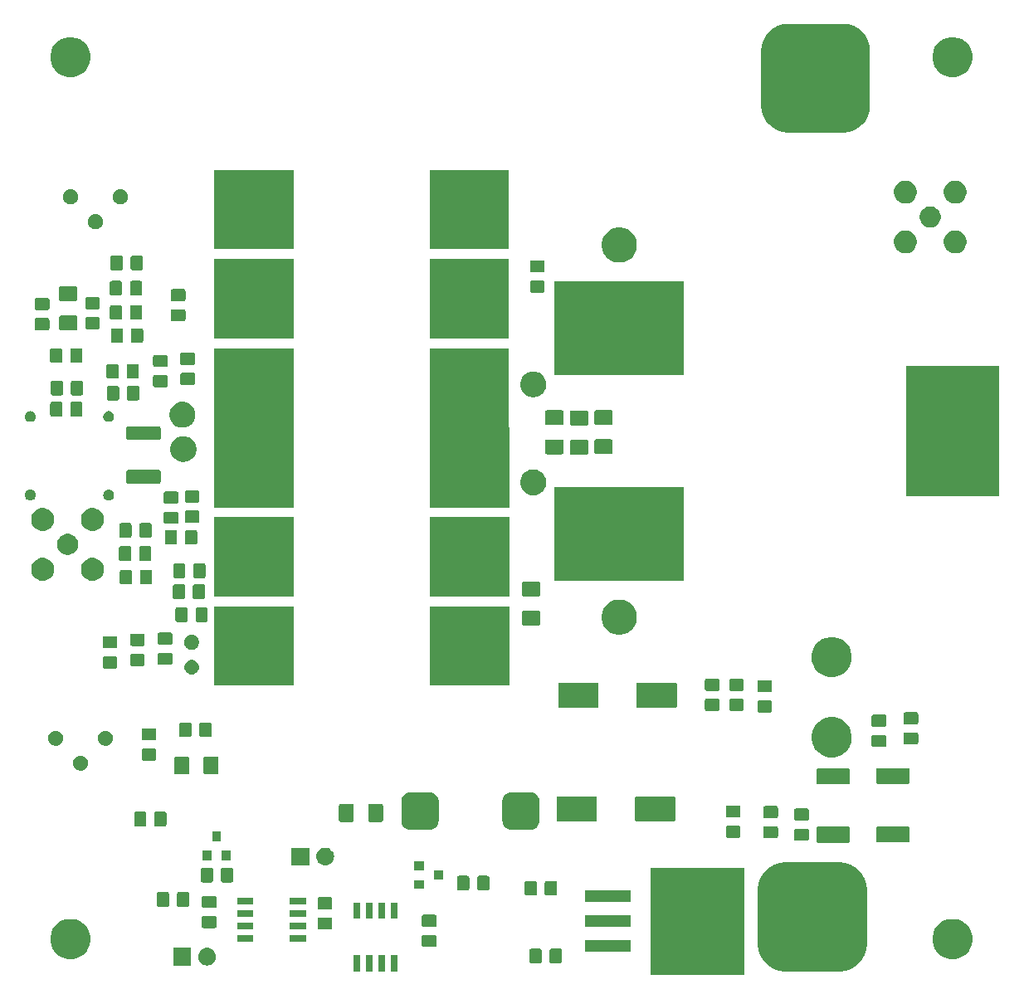
<source format=gts>
G04 #@! TF.GenerationSoftware,KiCad,Pcbnew,6.0.0-rc1-unknown-e7fa02a~66~ubuntu18.04.1*
G04 #@! TF.CreationDate,2021-12-05T09:57:31-08:00
G04 #@! TF.ProjectId,munin3,6d756e69-6e33-42e6-9b69-6361645f7063,rev?*
G04 #@! TF.SameCoordinates,Original*
G04 #@! TF.FileFunction,Soldermask,Top*
G04 #@! TF.FilePolarity,Negative*
%FSLAX46Y46*%
G04 Gerber Fmt 4.6, Leading zero omitted, Abs format (unit mm)*
G04 Created by KiCad (PCBNEW 6.0.0-rc1-unknown-e7fa02a~66~ubuntu18.04.1) date Sun 05 Dec 2021 09:57:31 AM PST*
%MOMM*%
%LPD*%
G04 APERTURE LIST*
%ADD10C,0.100000*%
G04 APERTURE END LIST*
D10*
G36*
X173723000Y-148635000D02*
G01*
X164221000Y-148635000D01*
X164221000Y-137733000D01*
X173723000Y-137733000D01*
X173723000Y-148635000D01*
X173723000Y-148635000D01*
G37*
G36*
X138364000Y-148319000D02*
G01*
X137662000Y-148319000D01*
X137662000Y-146667000D01*
X138364000Y-146667000D01*
X138364000Y-148319000D01*
X138364000Y-148319000D01*
G37*
G36*
X137094000Y-148319000D02*
G01*
X136392000Y-148319000D01*
X136392000Y-146667000D01*
X137094000Y-146667000D01*
X137094000Y-148319000D01*
X137094000Y-148319000D01*
G37*
G36*
X134554000Y-148319000D02*
G01*
X133852000Y-148319000D01*
X133852000Y-146667000D01*
X134554000Y-146667000D01*
X134554000Y-148319000D01*
X134554000Y-148319000D01*
G37*
G36*
X135824000Y-148319000D02*
G01*
X135122000Y-148319000D01*
X135122000Y-146667000D01*
X135824000Y-146667000D01*
X135824000Y-148319000D01*
X135824000Y-148319000D01*
G37*
G36*
X184067158Y-137236722D02*
G01*
X184575991Y-137391075D01*
X185044927Y-137641727D01*
X185455953Y-137979047D01*
X185793273Y-138390073D01*
X186043925Y-138859009D01*
X186198278Y-139367842D01*
X186251000Y-139903140D01*
X186251000Y-145566860D01*
X186198278Y-146102158D01*
X186043925Y-146610991D01*
X185793273Y-147079927D01*
X185455953Y-147490953D01*
X185044927Y-147828273D01*
X184575991Y-148078925D01*
X184067158Y-148233278D01*
X183531860Y-148286000D01*
X177868140Y-148286000D01*
X177332842Y-148233278D01*
X176824009Y-148078925D01*
X176355073Y-147828273D01*
X175944047Y-147490953D01*
X175606727Y-147079927D01*
X175356075Y-146610991D01*
X175201722Y-146102158D01*
X175149000Y-145566860D01*
X175149000Y-139903140D01*
X175201722Y-139367842D01*
X175356075Y-138859009D01*
X175606727Y-138390073D01*
X175944047Y-137979047D01*
X176355073Y-137641727D01*
X176824009Y-137391075D01*
X177332842Y-137236722D01*
X177868140Y-137184000D01*
X183531860Y-137184000D01*
X184067158Y-137236722D01*
X184067158Y-137236722D01*
G37*
G36*
X119047442Y-145893518D02*
G01*
X119113627Y-145900037D01*
X119226853Y-145934384D01*
X119283467Y-145951557D01*
X119388818Y-146007869D01*
X119439991Y-146035222D01*
X119447906Y-146041718D01*
X119577186Y-146147814D01*
X119648058Y-146234173D01*
X119689778Y-146285009D01*
X119689779Y-146285011D01*
X119773443Y-146441533D01*
X119773443Y-146441534D01*
X119824963Y-146611373D01*
X119842359Y-146788000D01*
X119824963Y-146964627D01*
X119790616Y-147077853D01*
X119773443Y-147134467D01*
X119714401Y-147244925D01*
X119689778Y-147290991D01*
X119685681Y-147295983D01*
X119577186Y-147428186D01*
X119506738Y-147486000D01*
X119439991Y-147540778D01*
X119439989Y-147540779D01*
X119283467Y-147624443D01*
X119226853Y-147641616D01*
X119113627Y-147675963D01*
X119047442Y-147682482D01*
X118981260Y-147689000D01*
X118892740Y-147689000D01*
X118826558Y-147682482D01*
X118760373Y-147675963D01*
X118647147Y-147641616D01*
X118590533Y-147624443D01*
X118434011Y-147540779D01*
X118434009Y-147540778D01*
X118367262Y-147486000D01*
X118296814Y-147428186D01*
X118188319Y-147295983D01*
X118184222Y-147290991D01*
X118159599Y-147244925D01*
X118100557Y-147134467D01*
X118083384Y-147077853D01*
X118049037Y-146964627D01*
X118031641Y-146788000D01*
X118049037Y-146611373D01*
X118100557Y-146441534D01*
X118100557Y-146441533D01*
X118184221Y-146285011D01*
X118184222Y-146285009D01*
X118225942Y-146234173D01*
X118296814Y-146147814D01*
X118426094Y-146041718D01*
X118434009Y-146035222D01*
X118485182Y-146007869D01*
X118590533Y-145951557D01*
X118647147Y-145934384D01*
X118760373Y-145900037D01*
X118826558Y-145893518D01*
X118892740Y-145887000D01*
X118981260Y-145887000D01*
X119047442Y-145893518D01*
X119047442Y-145893518D01*
G37*
G36*
X117298000Y-147689000D02*
G01*
X115496000Y-147689000D01*
X115496000Y-145887000D01*
X117298000Y-145887000D01*
X117298000Y-147689000D01*
X117298000Y-147689000D01*
G37*
G36*
X154978677Y-145966465D02*
G01*
X155016364Y-145977898D01*
X155051103Y-145996466D01*
X155081548Y-146021452D01*
X155106534Y-146051897D01*
X155125102Y-146086636D01*
X155136535Y-146124323D01*
X155141000Y-146169661D01*
X155141000Y-147256339D01*
X155136535Y-147301677D01*
X155125102Y-147339364D01*
X155106534Y-147374103D01*
X155081548Y-147404548D01*
X155051103Y-147429534D01*
X155016364Y-147448102D01*
X154978677Y-147459535D01*
X154933339Y-147464000D01*
X154096661Y-147464000D01*
X154051323Y-147459535D01*
X154013636Y-147448102D01*
X153978897Y-147429534D01*
X153948452Y-147404548D01*
X153923466Y-147374103D01*
X153904898Y-147339364D01*
X153893465Y-147301677D01*
X153889000Y-147256339D01*
X153889000Y-146169661D01*
X153893465Y-146124323D01*
X153904898Y-146086636D01*
X153923466Y-146051897D01*
X153948452Y-146021452D01*
X153978897Y-145996466D01*
X154013636Y-145977898D01*
X154051323Y-145966465D01*
X154096661Y-145962000D01*
X154933339Y-145962000D01*
X154978677Y-145966465D01*
X154978677Y-145966465D01*
G37*
G36*
X152928677Y-145966465D02*
G01*
X152966364Y-145977898D01*
X153001103Y-145996466D01*
X153031548Y-146021452D01*
X153056534Y-146051897D01*
X153075102Y-146086636D01*
X153086535Y-146124323D01*
X153091000Y-146169661D01*
X153091000Y-147256339D01*
X153086535Y-147301677D01*
X153075102Y-147339364D01*
X153056534Y-147374103D01*
X153031548Y-147404548D01*
X153001103Y-147429534D01*
X152966364Y-147448102D01*
X152928677Y-147459535D01*
X152883339Y-147464000D01*
X152046661Y-147464000D01*
X152001323Y-147459535D01*
X151963636Y-147448102D01*
X151928897Y-147429534D01*
X151898452Y-147404548D01*
X151873466Y-147374103D01*
X151854898Y-147339364D01*
X151843465Y-147301677D01*
X151839000Y-147256339D01*
X151839000Y-146169661D01*
X151843465Y-146124323D01*
X151854898Y-146086636D01*
X151873466Y-146051897D01*
X151898452Y-146021452D01*
X151928897Y-145996466D01*
X151963636Y-145977898D01*
X152001323Y-145966465D01*
X152046661Y-145962000D01*
X152883339Y-145962000D01*
X152928677Y-145966465D01*
X152928677Y-145966465D01*
G37*
G36*
X195598252Y-143027818D02*
G01*
X195598254Y-143027819D01*
X195598255Y-143027819D01*
X195971513Y-143182427D01*
X195971514Y-143182428D01*
X196307439Y-143406886D01*
X196593114Y-143692561D01*
X196593116Y-143692564D01*
X196817573Y-144028487D01*
X196823170Y-144042000D01*
X196972182Y-144401748D01*
X197051000Y-144797993D01*
X197051000Y-145202007D01*
X196972645Y-145595925D01*
X196972181Y-145598255D01*
X196817573Y-145971513D01*
X196685174Y-146169661D01*
X196593114Y-146307439D01*
X196307439Y-146593114D01*
X196307436Y-146593116D01*
X195971513Y-146817573D01*
X195598255Y-146972181D01*
X195598254Y-146972181D01*
X195598252Y-146972182D01*
X195202007Y-147051000D01*
X194797993Y-147051000D01*
X194401748Y-146972182D01*
X194401746Y-146972181D01*
X194401745Y-146972181D01*
X194028487Y-146817573D01*
X193692564Y-146593116D01*
X193692561Y-146593114D01*
X193406886Y-146307439D01*
X193314826Y-146169661D01*
X193182427Y-145971513D01*
X193027819Y-145598255D01*
X193027356Y-145595925D01*
X192949000Y-145202007D01*
X192949000Y-144797993D01*
X193027818Y-144401748D01*
X193176830Y-144042000D01*
X193182427Y-144028487D01*
X193406884Y-143692564D01*
X193406886Y-143692561D01*
X193692561Y-143406886D01*
X194028486Y-143182428D01*
X194028487Y-143182427D01*
X194401745Y-143027819D01*
X194401746Y-143027819D01*
X194401748Y-143027818D01*
X194797993Y-142949000D01*
X195202007Y-142949000D01*
X195598252Y-143027818D01*
X195598252Y-143027818D01*
G37*
G36*
X105598252Y-143027818D02*
G01*
X105598254Y-143027819D01*
X105598255Y-143027819D01*
X105971513Y-143182427D01*
X105971514Y-143182428D01*
X106307439Y-143406886D01*
X106593114Y-143692561D01*
X106593116Y-143692564D01*
X106817573Y-144028487D01*
X106823170Y-144042000D01*
X106972182Y-144401748D01*
X107051000Y-144797993D01*
X107051000Y-145202007D01*
X106972645Y-145595925D01*
X106972181Y-145598255D01*
X106817573Y-145971513D01*
X106685174Y-146169661D01*
X106593114Y-146307439D01*
X106307439Y-146593114D01*
X106307436Y-146593116D01*
X105971513Y-146817573D01*
X105598255Y-146972181D01*
X105598254Y-146972181D01*
X105598252Y-146972182D01*
X105202007Y-147051000D01*
X104797993Y-147051000D01*
X104401748Y-146972182D01*
X104401746Y-146972181D01*
X104401745Y-146972181D01*
X104028487Y-146817573D01*
X103692564Y-146593116D01*
X103692561Y-146593114D01*
X103406886Y-146307439D01*
X103314826Y-146169661D01*
X103182427Y-145971513D01*
X103027819Y-145598255D01*
X103027356Y-145595925D01*
X102949000Y-145202007D01*
X102949000Y-144797993D01*
X103027818Y-144401748D01*
X103176830Y-144042000D01*
X103182427Y-144028487D01*
X103406884Y-143692564D01*
X103406886Y-143692561D01*
X103692561Y-143406886D01*
X104028486Y-143182428D01*
X104028487Y-143182427D01*
X104401745Y-143027819D01*
X104401746Y-143027819D01*
X104401748Y-143027818D01*
X104797993Y-142949000D01*
X105202007Y-142949000D01*
X105598252Y-143027818D01*
X105598252Y-143027818D01*
G37*
G36*
X162173000Y-146325000D02*
G01*
X157471000Y-146325000D01*
X157471000Y-145123000D01*
X162173000Y-145123000D01*
X162173000Y-146325000D01*
X162173000Y-146325000D01*
G37*
G36*
X142185677Y-144567465D02*
G01*
X142223364Y-144578898D01*
X142258103Y-144597466D01*
X142288548Y-144622452D01*
X142313534Y-144652897D01*
X142332102Y-144687636D01*
X142343535Y-144725323D01*
X142348000Y-144770661D01*
X142348000Y-145607339D01*
X142343535Y-145652677D01*
X142332102Y-145690364D01*
X142313534Y-145725103D01*
X142288548Y-145755548D01*
X142258103Y-145780534D01*
X142223364Y-145799102D01*
X142185677Y-145810535D01*
X142140339Y-145815000D01*
X141053661Y-145815000D01*
X141008323Y-145810535D01*
X140970636Y-145799102D01*
X140935897Y-145780534D01*
X140905452Y-145755548D01*
X140880466Y-145725103D01*
X140861898Y-145690364D01*
X140850465Y-145652677D01*
X140846000Y-145607339D01*
X140846000Y-144770661D01*
X140850465Y-144725323D01*
X140861898Y-144687636D01*
X140880466Y-144652897D01*
X140905452Y-144622452D01*
X140935897Y-144597466D01*
X140970636Y-144578898D01*
X141008323Y-144567465D01*
X141053661Y-144563000D01*
X142140339Y-144563000D01*
X142185677Y-144567465D01*
X142185677Y-144567465D01*
G37*
G36*
X123641000Y-145312000D02*
G01*
X121989000Y-145312000D01*
X121989000Y-144610000D01*
X123641000Y-144610000D01*
X123641000Y-145312000D01*
X123641000Y-145312000D01*
G37*
G36*
X129041000Y-145312000D02*
G01*
X127389000Y-145312000D01*
X127389000Y-144610000D01*
X129041000Y-144610000D01*
X129041000Y-145312000D01*
X129041000Y-145312000D01*
G37*
G36*
X123641000Y-144042000D02*
G01*
X121989000Y-144042000D01*
X121989000Y-143340000D01*
X123641000Y-143340000D01*
X123641000Y-144042000D01*
X123641000Y-144042000D01*
G37*
G36*
X129041000Y-144042000D02*
G01*
X127389000Y-144042000D01*
X127389000Y-143340000D01*
X129041000Y-143340000D01*
X129041000Y-144042000D01*
X129041000Y-144042000D01*
G37*
G36*
X131543677Y-142779465D02*
G01*
X131581364Y-142790898D01*
X131616103Y-142809466D01*
X131646548Y-142834452D01*
X131671534Y-142864897D01*
X131690102Y-142899636D01*
X131701535Y-142937323D01*
X131706000Y-142982661D01*
X131706000Y-143819339D01*
X131701535Y-143864677D01*
X131690102Y-143902364D01*
X131671534Y-143937103D01*
X131646548Y-143967548D01*
X131616103Y-143992534D01*
X131581364Y-144011102D01*
X131543677Y-144022535D01*
X131498339Y-144027000D01*
X130411661Y-144027000D01*
X130366323Y-144022535D01*
X130328636Y-144011102D01*
X130293897Y-143992534D01*
X130263452Y-143967548D01*
X130238466Y-143937103D01*
X130219898Y-143902364D01*
X130208465Y-143864677D01*
X130204000Y-143819339D01*
X130204000Y-142982661D01*
X130208465Y-142937323D01*
X130219898Y-142899636D01*
X130238466Y-142864897D01*
X130263452Y-142834452D01*
X130293897Y-142809466D01*
X130328636Y-142790898D01*
X130366323Y-142779465D01*
X130411661Y-142775000D01*
X131498339Y-142775000D01*
X131543677Y-142779465D01*
X131543677Y-142779465D01*
G37*
G36*
X119742677Y-142640465D02*
G01*
X119780364Y-142651898D01*
X119815103Y-142670466D01*
X119845548Y-142695452D01*
X119870534Y-142725897D01*
X119889102Y-142760636D01*
X119900535Y-142798323D01*
X119905000Y-142843661D01*
X119905000Y-143680339D01*
X119900535Y-143725677D01*
X119889102Y-143763364D01*
X119870534Y-143798103D01*
X119845548Y-143828548D01*
X119815103Y-143853534D01*
X119780364Y-143872102D01*
X119742677Y-143883535D01*
X119697339Y-143888000D01*
X118610661Y-143888000D01*
X118565323Y-143883535D01*
X118527636Y-143872102D01*
X118492897Y-143853534D01*
X118462452Y-143828548D01*
X118437466Y-143798103D01*
X118418898Y-143763364D01*
X118407465Y-143725677D01*
X118403000Y-143680339D01*
X118403000Y-142843661D01*
X118407465Y-142798323D01*
X118418898Y-142760636D01*
X118437466Y-142725897D01*
X118462452Y-142695452D01*
X118492897Y-142670466D01*
X118527636Y-142651898D01*
X118565323Y-142640465D01*
X118610661Y-142636000D01*
X119697339Y-142636000D01*
X119742677Y-142640465D01*
X119742677Y-142640465D01*
G37*
G36*
X162173000Y-143785000D02*
G01*
X157471000Y-143785000D01*
X157471000Y-142583000D01*
X162173000Y-142583000D01*
X162173000Y-143785000D01*
X162173000Y-143785000D01*
G37*
G36*
X142185677Y-142517465D02*
G01*
X142223364Y-142528898D01*
X142258103Y-142547466D01*
X142288548Y-142572452D01*
X142313534Y-142602897D01*
X142332102Y-142637636D01*
X142343535Y-142675323D01*
X142348000Y-142720661D01*
X142348000Y-143557339D01*
X142343535Y-143602677D01*
X142332102Y-143640364D01*
X142313534Y-143675103D01*
X142288548Y-143705548D01*
X142258103Y-143730534D01*
X142223364Y-143749102D01*
X142185677Y-143760535D01*
X142140339Y-143765000D01*
X141053661Y-143765000D01*
X141008323Y-143760535D01*
X140970636Y-143749102D01*
X140935897Y-143730534D01*
X140905452Y-143705548D01*
X140880466Y-143675103D01*
X140861898Y-143640364D01*
X140850465Y-143602677D01*
X140846000Y-143557339D01*
X140846000Y-142720661D01*
X140850465Y-142675323D01*
X140861898Y-142637636D01*
X140880466Y-142602897D01*
X140905452Y-142572452D01*
X140935897Y-142547466D01*
X140970636Y-142528898D01*
X141008323Y-142517465D01*
X141053661Y-142513000D01*
X142140339Y-142513000D01*
X142185677Y-142517465D01*
X142185677Y-142517465D01*
G37*
G36*
X138364000Y-142919000D02*
G01*
X137662000Y-142919000D01*
X137662000Y-141267000D01*
X138364000Y-141267000D01*
X138364000Y-142919000D01*
X138364000Y-142919000D01*
G37*
G36*
X135824000Y-142919000D02*
G01*
X135122000Y-142919000D01*
X135122000Y-141267000D01*
X135824000Y-141267000D01*
X135824000Y-142919000D01*
X135824000Y-142919000D01*
G37*
G36*
X134554000Y-142919000D02*
G01*
X133852000Y-142919000D01*
X133852000Y-141267000D01*
X134554000Y-141267000D01*
X134554000Y-142919000D01*
X134554000Y-142919000D01*
G37*
G36*
X137094000Y-142919000D02*
G01*
X136392000Y-142919000D01*
X136392000Y-141267000D01*
X137094000Y-141267000D01*
X137094000Y-142919000D01*
X137094000Y-142919000D01*
G37*
G36*
X129041000Y-142772000D02*
G01*
X127389000Y-142772000D01*
X127389000Y-142070000D01*
X129041000Y-142070000D01*
X129041000Y-142772000D01*
X129041000Y-142772000D01*
G37*
G36*
X123641000Y-142772000D02*
G01*
X121989000Y-142772000D01*
X121989000Y-142070000D01*
X123641000Y-142070000D01*
X123641000Y-142772000D01*
X123641000Y-142772000D01*
G37*
G36*
X131543677Y-140729465D02*
G01*
X131581364Y-140740898D01*
X131616103Y-140759466D01*
X131646548Y-140784452D01*
X131671534Y-140814897D01*
X131690102Y-140849636D01*
X131701535Y-140887323D01*
X131706000Y-140932661D01*
X131706000Y-141769339D01*
X131701535Y-141814677D01*
X131690102Y-141852364D01*
X131671534Y-141887103D01*
X131646548Y-141917548D01*
X131616103Y-141942534D01*
X131581364Y-141961102D01*
X131543677Y-141972535D01*
X131498339Y-141977000D01*
X130411661Y-141977000D01*
X130366323Y-141972535D01*
X130328636Y-141961102D01*
X130293897Y-141942534D01*
X130263452Y-141917548D01*
X130238466Y-141887103D01*
X130219898Y-141852364D01*
X130208465Y-141814677D01*
X130204000Y-141769339D01*
X130204000Y-140932661D01*
X130208465Y-140887323D01*
X130219898Y-140849636D01*
X130238466Y-140814897D01*
X130263452Y-140784452D01*
X130293897Y-140759466D01*
X130328636Y-140740898D01*
X130366323Y-140729465D01*
X130411661Y-140725000D01*
X131498339Y-140725000D01*
X131543677Y-140729465D01*
X131543677Y-140729465D01*
G37*
G36*
X119742677Y-140590465D02*
G01*
X119780364Y-140601898D01*
X119815103Y-140620466D01*
X119845548Y-140645452D01*
X119870534Y-140675897D01*
X119889102Y-140710636D01*
X119900535Y-140748323D01*
X119905000Y-140793661D01*
X119905000Y-141630339D01*
X119900535Y-141675677D01*
X119889102Y-141713364D01*
X119870534Y-141748103D01*
X119845548Y-141778548D01*
X119815103Y-141803534D01*
X119780364Y-141822102D01*
X119742677Y-141833535D01*
X119697339Y-141838000D01*
X118610661Y-141838000D01*
X118565323Y-141833535D01*
X118527636Y-141822102D01*
X118492897Y-141803534D01*
X118462452Y-141778548D01*
X118437466Y-141748103D01*
X118418898Y-141713364D01*
X118407465Y-141675677D01*
X118403000Y-141630339D01*
X118403000Y-140793661D01*
X118407465Y-140748323D01*
X118418898Y-140710636D01*
X118437466Y-140675897D01*
X118462452Y-140645452D01*
X118492897Y-140620466D01*
X118527636Y-140601898D01*
X118565323Y-140590465D01*
X118610661Y-140586000D01*
X119697339Y-140586000D01*
X119742677Y-140590465D01*
X119742677Y-140590465D01*
G37*
G36*
X116949677Y-140199465D02*
G01*
X116987364Y-140210898D01*
X117022103Y-140229466D01*
X117052548Y-140254452D01*
X117077534Y-140284897D01*
X117096102Y-140319636D01*
X117107535Y-140357323D01*
X117112000Y-140402661D01*
X117112000Y-141489339D01*
X117107535Y-141534677D01*
X117096102Y-141572364D01*
X117077534Y-141607103D01*
X117052548Y-141637548D01*
X117022103Y-141662534D01*
X116987364Y-141681102D01*
X116949677Y-141692535D01*
X116904339Y-141697000D01*
X116067661Y-141697000D01*
X116022323Y-141692535D01*
X115984636Y-141681102D01*
X115949897Y-141662534D01*
X115919452Y-141637548D01*
X115894466Y-141607103D01*
X115875898Y-141572364D01*
X115864465Y-141534677D01*
X115860000Y-141489339D01*
X115860000Y-140402661D01*
X115864465Y-140357323D01*
X115875898Y-140319636D01*
X115894466Y-140284897D01*
X115919452Y-140254452D01*
X115949897Y-140229466D01*
X115984636Y-140210898D01*
X116022323Y-140199465D01*
X116067661Y-140195000D01*
X116904339Y-140195000D01*
X116949677Y-140199465D01*
X116949677Y-140199465D01*
G37*
G36*
X114899677Y-140199465D02*
G01*
X114937364Y-140210898D01*
X114972103Y-140229466D01*
X115002548Y-140254452D01*
X115027534Y-140284897D01*
X115046102Y-140319636D01*
X115057535Y-140357323D01*
X115062000Y-140402661D01*
X115062000Y-141489339D01*
X115057535Y-141534677D01*
X115046102Y-141572364D01*
X115027534Y-141607103D01*
X115002548Y-141637548D01*
X114972103Y-141662534D01*
X114937364Y-141681102D01*
X114899677Y-141692535D01*
X114854339Y-141697000D01*
X114017661Y-141697000D01*
X113972323Y-141692535D01*
X113934636Y-141681102D01*
X113899897Y-141662534D01*
X113869452Y-141637548D01*
X113844466Y-141607103D01*
X113825898Y-141572364D01*
X113814465Y-141534677D01*
X113810000Y-141489339D01*
X113810000Y-140402661D01*
X113814465Y-140357323D01*
X113825898Y-140319636D01*
X113844466Y-140284897D01*
X113869452Y-140254452D01*
X113899897Y-140229466D01*
X113934636Y-140210898D01*
X113972323Y-140199465D01*
X114017661Y-140195000D01*
X114854339Y-140195000D01*
X114899677Y-140199465D01*
X114899677Y-140199465D01*
G37*
G36*
X129041000Y-141502000D02*
G01*
X127389000Y-141502000D01*
X127389000Y-140800000D01*
X129041000Y-140800000D01*
X129041000Y-141502000D01*
X129041000Y-141502000D01*
G37*
G36*
X123641000Y-141502000D02*
G01*
X121989000Y-141502000D01*
X121989000Y-140800000D01*
X123641000Y-140800000D01*
X123641000Y-141502000D01*
X123641000Y-141502000D01*
G37*
G36*
X162173000Y-141245000D02*
G01*
X157471000Y-141245000D01*
X157471000Y-140043000D01*
X162173000Y-140043000D01*
X162173000Y-141245000D01*
X162173000Y-141245000D01*
G37*
G36*
X154484677Y-139072465D02*
G01*
X154522364Y-139083898D01*
X154557103Y-139102466D01*
X154587548Y-139127452D01*
X154612534Y-139157897D01*
X154631102Y-139192636D01*
X154642535Y-139230323D01*
X154647000Y-139275661D01*
X154647000Y-140362339D01*
X154642535Y-140407677D01*
X154631102Y-140445364D01*
X154612534Y-140480103D01*
X154587548Y-140510548D01*
X154557103Y-140535534D01*
X154522364Y-140554102D01*
X154484677Y-140565535D01*
X154439339Y-140570000D01*
X153602661Y-140570000D01*
X153557323Y-140565535D01*
X153519636Y-140554102D01*
X153484897Y-140535534D01*
X153454452Y-140510548D01*
X153429466Y-140480103D01*
X153410898Y-140445364D01*
X153399465Y-140407677D01*
X153395000Y-140362339D01*
X153395000Y-139275661D01*
X153399465Y-139230323D01*
X153410898Y-139192636D01*
X153429466Y-139157897D01*
X153454452Y-139127452D01*
X153484897Y-139102466D01*
X153519636Y-139083898D01*
X153557323Y-139072465D01*
X153602661Y-139068000D01*
X154439339Y-139068000D01*
X154484677Y-139072465D01*
X154484677Y-139072465D01*
G37*
G36*
X152434677Y-139072465D02*
G01*
X152472364Y-139083898D01*
X152507103Y-139102466D01*
X152537548Y-139127452D01*
X152562534Y-139157897D01*
X152581102Y-139192636D01*
X152592535Y-139230323D01*
X152597000Y-139275661D01*
X152597000Y-140362339D01*
X152592535Y-140407677D01*
X152581102Y-140445364D01*
X152562534Y-140480103D01*
X152537548Y-140510548D01*
X152507103Y-140535534D01*
X152472364Y-140554102D01*
X152434677Y-140565535D01*
X152389339Y-140570000D01*
X151552661Y-140570000D01*
X151507323Y-140565535D01*
X151469636Y-140554102D01*
X151434897Y-140535534D01*
X151404452Y-140510548D01*
X151379466Y-140480103D01*
X151360898Y-140445364D01*
X151349465Y-140407677D01*
X151345000Y-140362339D01*
X151345000Y-139275661D01*
X151349465Y-139230323D01*
X151360898Y-139192636D01*
X151379466Y-139157897D01*
X151404452Y-139127452D01*
X151434897Y-139102466D01*
X151469636Y-139083898D01*
X151507323Y-139072465D01*
X151552661Y-139068000D01*
X152389339Y-139068000D01*
X152434677Y-139072465D01*
X152434677Y-139072465D01*
G37*
G36*
X147581677Y-138541465D02*
G01*
X147619364Y-138552898D01*
X147654103Y-138571466D01*
X147684548Y-138596452D01*
X147709534Y-138626897D01*
X147728102Y-138661636D01*
X147739535Y-138699323D01*
X147744000Y-138744661D01*
X147744000Y-139831339D01*
X147739535Y-139876677D01*
X147728102Y-139914364D01*
X147709534Y-139949103D01*
X147684548Y-139979548D01*
X147654103Y-140004534D01*
X147619364Y-140023102D01*
X147581677Y-140034535D01*
X147536339Y-140039000D01*
X146699661Y-140039000D01*
X146654323Y-140034535D01*
X146616636Y-140023102D01*
X146581897Y-140004534D01*
X146551452Y-139979548D01*
X146526466Y-139949103D01*
X146507898Y-139914364D01*
X146496465Y-139876677D01*
X146492000Y-139831339D01*
X146492000Y-138744661D01*
X146496465Y-138699323D01*
X146507898Y-138661636D01*
X146526466Y-138626897D01*
X146551452Y-138596452D01*
X146581897Y-138571466D01*
X146616636Y-138552898D01*
X146654323Y-138541465D01*
X146699661Y-138537000D01*
X147536339Y-138537000D01*
X147581677Y-138541465D01*
X147581677Y-138541465D01*
G37*
G36*
X145531677Y-138541465D02*
G01*
X145569364Y-138552898D01*
X145604103Y-138571466D01*
X145634548Y-138596452D01*
X145659534Y-138626897D01*
X145678102Y-138661636D01*
X145689535Y-138699323D01*
X145694000Y-138744661D01*
X145694000Y-139831339D01*
X145689535Y-139876677D01*
X145678102Y-139914364D01*
X145659534Y-139949103D01*
X145634548Y-139979548D01*
X145604103Y-140004534D01*
X145569364Y-140023102D01*
X145531677Y-140034535D01*
X145486339Y-140039000D01*
X144649661Y-140039000D01*
X144604323Y-140034535D01*
X144566636Y-140023102D01*
X144531897Y-140004534D01*
X144501452Y-139979548D01*
X144476466Y-139949103D01*
X144457898Y-139914364D01*
X144446465Y-139876677D01*
X144442000Y-139831339D01*
X144442000Y-138744661D01*
X144446465Y-138699323D01*
X144457898Y-138661636D01*
X144476466Y-138626897D01*
X144501452Y-138596452D01*
X144531897Y-138571466D01*
X144566636Y-138552898D01*
X144604323Y-138541465D01*
X144649661Y-138537000D01*
X145486339Y-138537000D01*
X145531677Y-138541465D01*
X145531677Y-138541465D01*
G37*
G36*
X141061000Y-139870000D02*
G01*
X140059000Y-139870000D01*
X140059000Y-138968000D01*
X141061000Y-138968000D01*
X141061000Y-139870000D01*
X141061000Y-139870000D01*
G37*
G36*
X121436677Y-137721465D02*
G01*
X121474364Y-137732898D01*
X121509103Y-137751466D01*
X121539548Y-137776452D01*
X121564534Y-137806897D01*
X121583102Y-137841636D01*
X121594535Y-137879323D01*
X121599000Y-137924661D01*
X121599000Y-139011339D01*
X121594535Y-139056677D01*
X121583102Y-139094364D01*
X121564534Y-139129103D01*
X121539548Y-139159548D01*
X121509103Y-139184534D01*
X121474364Y-139203102D01*
X121436677Y-139214535D01*
X121391339Y-139219000D01*
X120554661Y-139219000D01*
X120509323Y-139214535D01*
X120471636Y-139203102D01*
X120436897Y-139184534D01*
X120406452Y-139159548D01*
X120381466Y-139129103D01*
X120362898Y-139094364D01*
X120351465Y-139056677D01*
X120347000Y-139011339D01*
X120347000Y-137924661D01*
X120351465Y-137879323D01*
X120362898Y-137841636D01*
X120381466Y-137806897D01*
X120406452Y-137776452D01*
X120436897Y-137751466D01*
X120471636Y-137732898D01*
X120509323Y-137721465D01*
X120554661Y-137717000D01*
X121391339Y-137717000D01*
X121436677Y-137721465D01*
X121436677Y-137721465D01*
G37*
G36*
X119386677Y-137721465D02*
G01*
X119424364Y-137732898D01*
X119459103Y-137751466D01*
X119489548Y-137776452D01*
X119514534Y-137806897D01*
X119533102Y-137841636D01*
X119544535Y-137879323D01*
X119549000Y-137924661D01*
X119549000Y-139011339D01*
X119544535Y-139056677D01*
X119533102Y-139094364D01*
X119514534Y-139129103D01*
X119489548Y-139159548D01*
X119459103Y-139184534D01*
X119424364Y-139203102D01*
X119386677Y-139214535D01*
X119341339Y-139219000D01*
X118504661Y-139219000D01*
X118459323Y-139214535D01*
X118421636Y-139203102D01*
X118386897Y-139184534D01*
X118356452Y-139159548D01*
X118331466Y-139129103D01*
X118312898Y-139094364D01*
X118301465Y-139056677D01*
X118297000Y-139011339D01*
X118297000Y-137924661D01*
X118301465Y-137879323D01*
X118312898Y-137841636D01*
X118331466Y-137806897D01*
X118356452Y-137776452D01*
X118386897Y-137751466D01*
X118421636Y-137732898D01*
X118459323Y-137721465D01*
X118504661Y-137717000D01*
X119341339Y-137717000D01*
X119386677Y-137721465D01*
X119386677Y-137721465D01*
G37*
G36*
X143061000Y-138920000D02*
G01*
X142059000Y-138920000D01*
X142059000Y-138018000D01*
X143061000Y-138018000D01*
X143061000Y-138920000D01*
X143061000Y-138920000D01*
G37*
G36*
X141061000Y-137970000D02*
G01*
X140059000Y-137970000D01*
X140059000Y-137068000D01*
X141061000Y-137068000D01*
X141061000Y-137970000D01*
X141061000Y-137970000D01*
G37*
G36*
X131108443Y-135673519D02*
G01*
X131174627Y-135680037D01*
X131287853Y-135714384D01*
X131344467Y-135731557D01*
X131483087Y-135805652D01*
X131500991Y-135815222D01*
X131536729Y-135844552D01*
X131638186Y-135927814D01*
X131721448Y-136029271D01*
X131750778Y-136065009D01*
X131750779Y-136065011D01*
X131834443Y-136221533D01*
X131834443Y-136221534D01*
X131885963Y-136391373D01*
X131903359Y-136568000D01*
X131885963Y-136744627D01*
X131851616Y-136857853D01*
X131834443Y-136914467D01*
X131760348Y-137053087D01*
X131750778Y-137070991D01*
X131721448Y-137106729D01*
X131638186Y-137208186D01*
X131536729Y-137291448D01*
X131500991Y-137320778D01*
X131500989Y-137320779D01*
X131344467Y-137404443D01*
X131287853Y-137421616D01*
X131174627Y-137455963D01*
X131108443Y-137462481D01*
X131042260Y-137469000D01*
X130953740Y-137469000D01*
X130887557Y-137462481D01*
X130821373Y-137455963D01*
X130708147Y-137421616D01*
X130651533Y-137404443D01*
X130495011Y-137320779D01*
X130495009Y-137320778D01*
X130459271Y-137291448D01*
X130357814Y-137208186D01*
X130274552Y-137106729D01*
X130245222Y-137070991D01*
X130235652Y-137053087D01*
X130161557Y-136914467D01*
X130144384Y-136857853D01*
X130110037Y-136744627D01*
X130092641Y-136568000D01*
X130110037Y-136391373D01*
X130161557Y-136221534D01*
X130161557Y-136221533D01*
X130245221Y-136065011D01*
X130245222Y-136065009D01*
X130274552Y-136029271D01*
X130357814Y-135927814D01*
X130459271Y-135844552D01*
X130495009Y-135815222D01*
X130512913Y-135805652D01*
X130651533Y-135731557D01*
X130708147Y-135714384D01*
X130821373Y-135680037D01*
X130887558Y-135673519D01*
X130953740Y-135667000D01*
X131042260Y-135667000D01*
X131108443Y-135673519D01*
X131108443Y-135673519D01*
G37*
G36*
X129359000Y-137469000D02*
G01*
X127557000Y-137469000D01*
X127557000Y-135667000D01*
X129359000Y-135667000D01*
X129359000Y-137469000D01*
X129359000Y-137469000D01*
G37*
G36*
X121311000Y-136993000D02*
G01*
X120409000Y-136993000D01*
X120409000Y-135991000D01*
X121311000Y-135991000D01*
X121311000Y-136993000D01*
X121311000Y-136993000D01*
G37*
G36*
X119411000Y-136993000D02*
G01*
X118509000Y-136993000D01*
X118509000Y-135991000D01*
X119411000Y-135991000D01*
X119411000Y-136993000D01*
X119411000Y-136993000D01*
G37*
G36*
X184392821Y-133545103D02*
G01*
X184426982Y-133555466D01*
X184458464Y-133572293D01*
X184486060Y-133594940D01*
X184508707Y-133622536D01*
X184525534Y-133654018D01*
X184535897Y-133688179D01*
X184540000Y-133729842D01*
X184540000Y-134979158D01*
X184535897Y-135020821D01*
X184525534Y-135054982D01*
X184508707Y-135086464D01*
X184486060Y-135114060D01*
X184458464Y-135136707D01*
X184426982Y-135153534D01*
X184392821Y-135163897D01*
X184351158Y-135168000D01*
X181276842Y-135168000D01*
X181235179Y-135163897D01*
X181201018Y-135153534D01*
X181169536Y-135136707D01*
X181141940Y-135114060D01*
X181119293Y-135086464D01*
X181102466Y-135054982D01*
X181092103Y-135020821D01*
X181088000Y-134979158D01*
X181088000Y-133729842D01*
X181092103Y-133688179D01*
X181102466Y-133654018D01*
X181119293Y-133622536D01*
X181141940Y-133594940D01*
X181169536Y-133572293D01*
X181201018Y-133555466D01*
X181235179Y-133545103D01*
X181276842Y-133541000D01*
X184351158Y-133541000D01*
X184392821Y-133545103D01*
X184392821Y-133545103D01*
G37*
G36*
X190499821Y-133516103D02*
G01*
X190533982Y-133526466D01*
X190565464Y-133543293D01*
X190593060Y-133565940D01*
X190615707Y-133593536D01*
X190632534Y-133625018D01*
X190642897Y-133659179D01*
X190647000Y-133700842D01*
X190647000Y-134950158D01*
X190642897Y-134991821D01*
X190632534Y-135025982D01*
X190615707Y-135057464D01*
X190593060Y-135085060D01*
X190565464Y-135107707D01*
X190533982Y-135124534D01*
X190499821Y-135134897D01*
X190458158Y-135139000D01*
X187383842Y-135139000D01*
X187342179Y-135134897D01*
X187308018Y-135124534D01*
X187276536Y-135107707D01*
X187248940Y-135085060D01*
X187226293Y-135057464D01*
X187209466Y-135025982D01*
X187199103Y-134991821D01*
X187195000Y-134950158D01*
X187195000Y-133700842D01*
X187199103Y-133659179D01*
X187209466Y-133625018D01*
X187226293Y-133593536D01*
X187248940Y-133565940D01*
X187276536Y-133543293D01*
X187308018Y-133526466D01*
X187342179Y-133516103D01*
X187383842Y-133512000D01*
X190458158Y-133512000D01*
X190499821Y-133516103D01*
X190499821Y-133516103D01*
G37*
G36*
X120361000Y-134993000D02*
G01*
X119459000Y-134993000D01*
X119459000Y-133991000D01*
X120361000Y-133991000D01*
X120361000Y-134993000D01*
X120361000Y-134993000D01*
G37*
G36*
X180172677Y-133725465D02*
G01*
X180210364Y-133736898D01*
X180245103Y-133755466D01*
X180275548Y-133780452D01*
X180300534Y-133810897D01*
X180319102Y-133845636D01*
X180330535Y-133883323D01*
X180335000Y-133928661D01*
X180335000Y-134765339D01*
X180330535Y-134810677D01*
X180319102Y-134848364D01*
X180300534Y-134883103D01*
X180275548Y-134913548D01*
X180245103Y-134938534D01*
X180210364Y-134957102D01*
X180172677Y-134968535D01*
X180127339Y-134973000D01*
X179040661Y-134973000D01*
X178995323Y-134968535D01*
X178957636Y-134957102D01*
X178922897Y-134938534D01*
X178892452Y-134913548D01*
X178867466Y-134883103D01*
X178848898Y-134848364D01*
X178837465Y-134810677D01*
X178833000Y-134765339D01*
X178833000Y-133928661D01*
X178837465Y-133883323D01*
X178848898Y-133845636D01*
X178867466Y-133810897D01*
X178892452Y-133780452D01*
X178922897Y-133755466D01*
X178957636Y-133736898D01*
X178995323Y-133725465D01*
X179040661Y-133721000D01*
X180127339Y-133721000D01*
X180172677Y-133725465D01*
X180172677Y-133725465D01*
G37*
G36*
X177027677Y-133470465D02*
G01*
X177065364Y-133481898D01*
X177100103Y-133500466D01*
X177130548Y-133525452D01*
X177155534Y-133555897D01*
X177174102Y-133590636D01*
X177185535Y-133628323D01*
X177190000Y-133673661D01*
X177190000Y-134510339D01*
X177185535Y-134555677D01*
X177174102Y-134593364D01*
X177155534Y-134628103D01*
X177130548Y-134658548D01*
X177100103Y-134683534D01*
X177065364Y-134702102D01*
X177027677Y-134713535D01*
X176982339Y-134718000D01*
X175895661Y-134718000D01*
X175850323Y-134713535D01*
X175812636Y-134702102D01*
X175777897Y-134683534D01*
X175747452Y-134658548D01*
X175722466Y-134628103D01*
X175703898Y-134593364D01*
X175692465Y-134555677D01*
X175688000Y-134510339D01*
X175688000Y-133673661D01*
X175692465Y-133628323D01*
X175703898Y-133590636D01*
X175722466Y-133555897D01*
X175747452Y-133525452D01*
X175777897Y-133500466D01*
X175812636Y-133481898D01*
X175850323Y-133470465D01*
X175895661Y-133466000D01*
X176982339Y-133466000D01*
X177027677Y-133470465D01*
X177027677Y-133470465D01*
G37*
G36*
X173208677Y-133406465D02*
G01*
X173246364Y-133417898D01*
X173281103Y-133436466D01*
X173311548Y-133461452D01*
X173336534Y-133491897D01*
X173355102Y-133526636D01*
X173366535Y-133564323D01*
X173371000Y-133609661D01*
X173371000Y-134446339D01*
X173366535Y-134491677D01*
X173355102Y-134529364D01*
X173336534Y-134564103D01*
X173311548Y-134594548D01*
X173281103Y-134619534D01*
X173246364Y-134638102D01*
X173208677Y-134649535D01*
X173163339Y-134654000D01*
X172076661Y-134654000D01*
X172031323Y-134649535D01*
X171993636Y-134638102D01*
X171958897Y-134619534D01*
X171928452Y-134594548D01*
X171903466Y-134564103D01*
X171884898Y-134529364D01*
X171873465Y-134491677D01*
X171869000Y-134446339D01*
X171869000Y-133609661D01*
X171873465Y-133564323D01*
X171884898Y-133526636D01*
X171903466Y-133491897D01*
X171928452Y-133461452D01*
X171958897Y-133436466D01*
X171993636Y-133417898D01*
X172031323Y-133406465D01*
X172076661Y-133402000D01*
X173163339Y-133402000D01*
X173208677Y-133406465D01*
X173208677Y-133406465D01*
G37*
G36*
X141851120Y-130037656D02*
G01*
X142017595Y-130088155D01*
X142171011Y-130170157D01*
X142305483Y-130280517D01*
X142415843Y-130414989D01*
X142497845Y-130568405D01*
X142548344Y-130734880D01*
X142566000Y-130914140D01*
X142566000Y-132927860D01*
X142548344Y-133107120D01*
X142497845Y-133273595D01*
X142415843Y-133427011D01*
X142305483Y-133561483D01*
X142171011Y-133671843D01*
X142017595Y-133753845D01*
X141851120Y-133804344D01*
X141671860Y-133822000D01*
X139658140Y-133822000D01*
X139478880Y-133804344D01*
X139312405Y-133753845D01*
X139158989Y-133671843D01*
X139024517Y-133561483D01*
X138914157Y-133427011D01*
X138832155Y-133273595D01*
X138781656Y-133107120D01*
X138764000Y-132927860D01*
X138764000Y-130914140D01*
X138781656Y-130734880D01*
X138832155Y-130568405D01*
X138914157Y-130414989D01*
X139024517Y-130280517D01*
X139158989Y-130170157D01*
X139312405Y-130088155D01*
X139478880Y-130037656D01*
X139658140Y-130020000D01*
X141671860Y-130020000D01*
X141851120Y-130037656D01*
X141851120Y-130037656D01*
G37*
G36*
X152151120Y-130037656D02*
G01*
X152317595Y-130088155D01*
X152471011Y-130170157D01*
X152605483Y-130280517D01*
X152715843Y-130414989D01*
X152797845Y-130568405D01*
X152848344Y-130734880D01*
X152866000Y-130914140D01*
X152866000Y-132927860D01*
X152848344Y-133107120D01*
X152797845Y-133273595D01*
X152715843Y-133427011D01*
X152605483Y-133561483D01*
X152471011Y-133671843D01*
X152317595Y-133753845D01*
X152151120Y-133804344D01*
X151971860Y-133822000D01*
X149958140Y-133822000D01*
X149778880Y-133804344D01*
X149612405Y-133753845D01*
X149458989Y-133671843D01*
X149324517Y-133561483D01*
X149214157Y-133427011D01*
X149132155Y-133273595D01*
X149081656Y-133107120D01*
X149064000Y-132927860D01*
X149064000Y-130914140D01*
X149081656Y-130734880D01*
X149132155Y-130568405D01*
X149214157Y-130414989D01*
X149324517Y-130280517D01*
X149458989Y-130170157D01*
X149612405Y-130088155D01*
X149778880Y-130037656D01*
X149958140Y-130020000D01*
X151971860Y-130020000D01*
X152151120Y-130037656D01*
X152151120Y-130037656D01*
G37*
G36*
X112582677Y-132002465D02*
G01*
X112620364Y-132013898D01*
X112655103Y-132032466D01*
X112685548Y-132057452D01*
X112710534Y-132087897D01*
X112729102Y-132122636D01*
X112740535Y-132160323D01*
X112745000Y-132205661D01*
X112745000Y-133292339D01*
X112740535Y-133337677D01*
X112729102Y-133375364D01*
X112710534Y-133410103D01*
X112685548Y-133440548D01*
X112655103Y-133465534D01*
X112620364Y-133484102D01*
X112582677Y-133495535D01*
X112537339Y-133500000D01*
X111700661Y-133500000D01*
X111655323Y-133495535D01*
X111617636Y-133484102D01*
X111582897Y-133465534D01*
X111552452Y-133440548D01*
X111527466Y-133410103D01*
X111508898Y-133375364D01*
X111497465Y-133337677D01*
X111493000Y-133292339D01*
X111493000Y-132205661D01*
X111497465Y-132160323D01*
X111508898Y-132122636D01*
X111527466Y-132087897D01*
X111552452Y-132057452D01*
X111582897Y-132032466D01*
X111617636Y-132013898D01*
X111655323Y-132002465D01*
X111700661Y-131998000D01*
X112537339Y-131998000D01*
X112582677Y-132002465D01*
X112582677Y-132002465D01*
G37*
G36*
X114632677Y-132002465D02*
G01*
X114670364Y-132013898D01*
X114705103Y-132032466D01*
X114735548Y-132057452D01*
X114760534Y-132087897D01*
X114779102Y-132122636D01*
X114790535Y-132160323D01*
X114795000Y-132205661D01*
X114795000Y-133292339D01*
X114790535Y-133337677D01*
X114779102Y-133375364D01*
X114760534Y-133410103D01*
X114735548Y-133440548D01*
X114705103Y-133465534D01*
X114670364Y-133484102D01*
X114632677Y-133495535D01*
X114587339Y-133500000D01*
X113750661Y-133500000D01*
X113705323Y-133495535D01*
X113667636Y-133484102D01*
X113632897Y-133465534D01*
X113602452Y-133440548D01*
X113577466Y-133410103D01*
X113558898Y-133375364D01*
X113547465Y-133337677D01*
X113543000Y-133292339D01*
X113543000Y-132205661D01*
X113547465Y-132160323D01*
X113558898Y-132122636D01*
X113577466Y-132087897D01*
X113602452Y-132057452D01*
X113632897Y-132032466D01*
X113667636Y-132013898D01*
X113705323Y-132002465D01*
X113750661Y-131998000D01*
X114587339Y-131998000D01*
X114632677Y-132002465D01*
X114632677Y-132002465D01*
G37*
G36*
X133769562Y-131203181D02*
G01*
X133804477Y-131213773D01*
X133836665Y-131230978D01*
X133864873Y-131254127D01*
X133888022Y-131282335D01*
X133905227Y-131314523D01*
X133915819Y-131349438D01*
X133920000Y-131391895D01*
X133920000Y-132858105D01*
X133915819Y-132900562D01*
X133905227Y-132935477D01*
X133888022Y-132967665D01*
X133864873Y-132995873D01*
X133836665Y-133019022D01*
X133804477Y-133036227D01*
X133769562Y-133046819D01*
X133727105Y-133051000D01*
X132585895Y-133051000D01*
X132543438Y-133046819D01*
X132508523Y-133036227D01*
X132476335Y-133019022D01*
X132448127Y-132995873D01*
X132424978Y-132967665D01*
X132407773Y-132935477D01*
X132397181Y-132900562D01*
X132393000Y-132858105D01*
X132393000Y-131391895D01*
X132397181Y-131349438D01*
X132407773Y-131314523D01*
X132424978Y-131282335D01*
X132448127Y-131254127D01*
X132476335Y-131230978D01*
X132508523Y-131213773D01*
X132543438Y-131203181D01*
X132585895Y-131199000D01*
X133727105Y-131199000D01*
X133769562Y-131203181D01*
X133769562Y-131203181D01*
G37*
G36*
X136744562Y-131203181D02*
G01*
X136779477Y-131213773D01*
X136811665Y-131230978D01*
X136839873Y-131254127D01*
X136863022Y-131282335D01*
X136880227Y-131314523D01*
X136890819Y-131349438D01*
X136895000Y-131391895D01*
X136895000Y-132858105D01*
X136890819Y-132900562D01*
X136880227Y-132935477D01*
X136863022Y-132967665D01*
X136839873Y-132995873D01*
X136811665Y-133019022D01*
X136779477Y-133036227D01*
X136744562Y-133046819D01*
X136702105Y-133051000D01*
X135560895Y-133051000D01*
X135518438Y-133046819D01*
X135483523Y-133036227D01*
X135451335Y-133019022D01*
X135423127Y-132995873D01*
X135399978Y-132967665D01*
X135382773Y-132935477D01*
X135372181Y-132900562D01*
X135368000Y-132858105D01*
X135368000Y-131391895D01*
X135372181Y-131349438D01*
X135382773Y-131314523D01*
X135399978Y-131282335D01*
X135423127Y-131254127D01*
X135451335Y-131230978D01*
X135483523Y-131213773D01*
X135518438Y-131203181D01*
X135560895Y-131199000D01*
X136702105Y-131199000D01*
X136744562Y-131203181D01*
X136744562Y-131203181D01*
G37*
G36*
X166583935Y-130419671D02*
G01*
X166613874Y-130428753D01*
X166641469Y-130443503D01*
X166665651Y-130463349D01*
X166685497Y-130487531D01*
X166700247Y-130515126D01*
X166709329Y-130545065D01*
X166713000Y-130582340D01*
X166713000Y-132851660D01*
X166709329Y-132888935D01*
X166700247Y-132918874D01*
X166685497Y-132946469D01*
X166665651Y-132970651D01*
X166641469Y-132990497D01*
X166613874Y-133005247D01*
X166583935Y-133014329D01*
X166546660Y-133018000D01*
X162777340Y-133018000D01*
X162740065Y-133014329D01*
X162710126Y-133005247D01*
X162682531Y-132990497D01*
X162658349Y-132970651D01*
X162638503Y-132946469D01*
X162623753Y-132918874D01*
X162614671Y-132888935D01*
X162611000Y-132851660D01*
X162611000Y-130582340D01*
X162614671Y-130545065D01*
X162623753Y-130515126D01*
X162638503Y-130487531D01*
X162658349Y-130463349D01*
X162682531Y-130443503D01*
X162710126Y-130428753D01*
X162740065Y-130419671D01*
X162777340Y-130416000D01*
X166546660Y-130416000D01*
X166583935Y-130419671D01*
X166583935Y-130419671D01*
G37*
G36*
X158583935Y-130419671D02*
G01*
X158613874Y-130428753D01*
X158641469Y-130443503D01*
X158665651Y-130463349D01*
X158685497Y-130487531D01*
X158700247Y-130515126D01*
X158709329Y-130545065D01*
X158713000Y-130582340D01*
X158713000Y-132851660D01*
X158709329Y-132888935D01*
X158700247Y-132918874D01*
X158685497Y-132946469D01*
X158665651Y-132970651D01*
X158641469Y-132990497D01*
X158613874Y-133005247D01*
X158583935Y-133014329D01*
X158546660Y-133018000D01*
X154777340Y-133018000D01*
X154740065Y-133014329D01*
X154710126Y-133005247D01*
X154682531Y-132990497D01*
X154658349Y-132970651D01*
X154638503Y-132946469D01*
X154623753Y-132918874D01*
X154614671Y-132888935D01*
X154611000Y-132851660D01*
X154611000Y-130582340D01*
X154614671Y-130545065D01*
X154623753Y-130515126D01*
X154638503Y-130487531D01*
X154658349Y-130463349D01*
X154682531Y-130443503D01*
X154710126Y-130428753D01*
X154740065Y-130419671D01*
X154777340Y-130416000D01*
X158546660Y-130416000D01*
X158583935Y-130419671D01*
X158583935Y-130419671D01*
G37*
G36*
X180172677Y-131675465D02*
G01*
X180210364Y-131686898D01*
X180245103Y-131705466D01*
X180275548Y-131730452D01*
X180300534Y-131760897D01*
X180319102Y-131795636D01*
X180330535Y-131833323D01*
X180335000Y-131878661D01*
X180335000Y-132715339D01*
X180330535Y-132760677D01*
X180319102Y-132798364D01*
X180300534Y-132833103D01*
X180275548Y-132863548D01*
X180245103Y-132888534D01*
X180210364Y-132907102D01*
X180172677Y-132918535D01*
X180127339Y-132923000D01*
X179040661Y-132923000D01*
X178995323Y-132918535D01*
X178957636Y-132907102D01*
X178922897Y-132888534D01*
X178892452Y-132863548D01*
X178867466Y-132833103D01*
X178848898Y-132798364D01*
X178837465Y-132760677D01*
X178833000Y-132715339D01*
X178833000Y-131878661D01*
X178837465Y-131833323D01*
X178848898Y-131795636D01*
X178867466Y-131760897D01*
X178892452Y-131730452D01*
X178922897Y-131705466D01*
X178957636Y-131686898D01*
X178995323Y-131675465D01*
X179040661Y-131671000D01*
X180127339Y-131671000D01*
X180172677Y-131675465D01*
X180172677Y-131675465D01*
G37*
G36*
X177027677Y-131420465D02*
G01*
X177065364Y-131431898D01*
X177100103Y-131450466D01*
X177130548Y-131475452D01*
X177155534Y-131505897D01*
X177174102Y-131540636D01*
X177185535Y-131578323D01*
X177190000Y-131623661D01*
X177190000Y-132460339D01*
X177185535Y-132505677D01*
X177174102Y-132543364D01*
X177155534Y-132578103D01*
X177130548Y-132608548D01*
X177100103Y-132633534D01*
X177065364Y-132652102D01*
X177027677Y-132663535D01*
X176982339Y-132668000D01*
X175895661Y-132668000D01*
X175850323Y-132663535D01*
X175812636Y-132652102D01*
X175777897Y-132633534D01*
X175747452Y-132608548D01*
X175722466Y-132578103D01*
X175703898Y-132543364D01*
X175692465Y-132505677D01*
X175688000Y-132460339D01*
X175688000Y-131623661D01*
X175692465Y-131578323D01*
X175703898Y-131540636D01*
X175722466Y-131505897D01*
X175747452Y-131475452D01*
X175777897Y-131450466D01*
X175812636Y-131431898D01*
X175850323Y-131420465D01*
X175895661Y-131416000D01*
X176982339Y-131416000D01*
X177027677Y-131420465D01*
X177027677Y-131420465D01*
G37*
G36*
X173208677Y-131356465D02*
G01*
X173246364Y-131367898D01*
X173281103Y-131386466D01*
X173311548Y-131411452D01*
X173336534Y-131441897D01*
X173355102Y-131476636D01*
X173366535Y-131514323D01*
X173371000Y-131559661D01*
X173371000Y-132396339D01*
X173366535Y-132441677D01*
X173355102Y-132479364D01*
X173336534Y-132514103D01*
X173311548Y-132544548D01*
X173281103Y-132569534D01*
X173246364Y-132588102D01*
X173208677Y-132599535D01*
X173163339Y-132604000D01*
X172076661Y-132604000D01*
X172031323Y-132599535D01*
X171993636Y-132588102D01*
X171958897Y-132569534D01*
X171928452Y-132544548D01*
X171903466Y-132514103D01*
X171884898Y-132479364D01*
X171873465Y-132441677D01*
X171869000Y-132396339D01*
X171869000Y-131559661D01*
X171873465Y-131514323D01*
X171884898Y-131476636D01*
X171903466Y-131441897D01*
X171928452Y-131411452D01*
X171958897Y-131386466D01*
X171993636Y-131367898D01*
X172031323Y-131356465D01*
X172076661Y-131352000D01*
X173163339Y-131352000D01*
X173208677Y-131356465D01*
X173208677Y-131356465D01*
G37*
G36*
X184392821Y-127570103D02*
G01*
X184426982Y-127580466D01*
X184458464Y-127597293D01*
X184486060Y-127619940D01*
X184508707Y-127647536D01*
X184525534Y-127679018D01*
X184535897Y-127713179D01*
X184540000Y-127754842D01*
X184540000Y-129004158D01*
X184535897Y-129045821D01*
X184525534Y-129079982D01*
X184508707Y-129111464D01*
X184486060Y-129139060D01*
X184458464Y-129161707D01*
X184426982Y-129178534D01*
X184392821Y-129188897D01*
X184351158Y-129193000D01*
X181276842Y-129193000D01*
X181235179Y-129188897D01*
X181201018Y-129178534D01*
X181169536Y-129161707D01*
X181141940Y-129139060D01*
X181119293Y-129111464D01*
X181102466Y-129079982D01*
X181092103Y-129045821D01*
X181088000Y-129004158D01*
X181088000Y-127754842D01*
X181092103Y-127713179D01*
X181102466Y-127679018D01*
X181119293Y-127647536D01*
X181141940Y-127619940D01*
X181169536Y-127597293D01*
X181201018Y-127580466D01*
X181235179Y-127570103D01*
X181276842Y-127566000D01*
X184351158Y-127566000D01*
X184392821Y-127570103D01*
X184392821Y-127570103D01*
G37*
G36*
X190499821Y-127541103D02*
G01*
X190533982Y-127551466D01*
X190565464Y-127568293D01*
X190593060Y-127590940D01*
X190615707Y-127618536D01*
X190632534Y-127650018D01*
X190642897Y-127684179D01*
X190647000Y-127725842D01*
X190647000Y-128975158D01*
X190642897Y-129016821D01*
X190632534Y-129050982D01*
X190615707Y-129082464D01*
X190593060Y-129110060D01*
X190565464Y-129132707D01*
X190533982Y-129149534D01*
X190499821Y-129159897D01*
X190458158Y-129164000D01*
X187383842Y-129164000D01*
X187342179Y-129159897D01*
X187308018Y-129149534D01*
X187276536Y-129132707D01*
X187248940Y-129110060D01*
X187226293Y-129082464D01*
X187209466Y-129050982D01*
X187199103Y-129016821D01*
X187195000Y-128975158D01*
X187195000Y-127725842D01*
X187199103Y-127684179D01*
X187209466Y-127650018D01*
X187226293Y-127618536D01*
X187248940Y-127590940D01*
X187276536Y-127568293D01*
X187308018Y-127551466D01*
X187342179Y-127541103D01*
X187383842Y-127537000D01*
X190458158Y-127537000D01*
X190499821Y-127541103D01*
X190499821Y-127541103D01*
G37*
G36*
X116973562Y-126357181D02*
G01*
X117008477Y-126367773D01*
X117040665Y-126384978D01*
X117068873Y-126408127D01*
X117092022Y-126436335D01*
X117109227Y-126468523D01*
X117119819Y-126503438D01*
X117124000Y-126545895D01*
X117124000Y-128012105D01*
X117119819Y-128054562D01*
X117109227Y-128089477D01*
X117092022Y-128121665D01*
X117068873Y-128149873D01*
X117040665Y-128173022D01*
X117008477Y-128190227D01*
X116973562Y-128200819D01*
X116931105Y-128205000D01*
X115789895Y-128205000D01*
X115747438Y-128200819D01*
X115712523Y-128190227D01*
X115680335Y-128173022D01*
X115652127Y-128149873D01*
X115628978Y-128121665D01*
X115611773Y-128089477D01*
X115601181Y-128054562D01*
X115597000Y-128012105D01*
X115597000Y-126545895D01*
X115601181Y-126503438D01*
X115611773Y-126468523D01*
X115628978Y-126436335D01*
X115652127Y-126408127D01*
X115680335Y-126384978D01*
X115712523Y-126367773D01*
X115747438Y-126357181D01*
X115789895Y-126353000D01*
X116931105Y-126353000D01*
X116973562Y-126357181D01*
X116973562Y-126357181D01*
G37*
G36*
X119948562Y-126357181D02*
G01*
X119983477Y-126367773D01*
X120015665Y-126384978D01*
X120043873Y-126408127D01*
X120067022Y-126436335D01*
X120084227Y-126468523D01*
X120094819Y-126503438D01*
X120099000Y-126545895D01*
X120099000Y-128012105D01*
X120094819Y-128054562D01*
X120084227Y-128089477D01*
X120067022Y-128121665D01*
X120043873Y-128149873D01*
X120015665Y-128173022D01*
X119983477Y-128190227D01*
X119948562Y-128200819D01*
X119906105Y-128205000D01*
X118764895Y-128205000D01*
X118722438Y-128200819D01*
X118687523Y-128190227D01*
X118655335Y-128173022D01*
X118627127Y-128149873D01*
X118603978Y-128121665D01*
X118586773Y-128089477D01*
X118576181Y-128054562D01*
X118572000Y-128012105D01*
X118572000Y-126545895D01*
X118576181Y-126503438D01*
X118586773Y-126468523D01*
X118603978Y-126436335D01*
X118627127Y-126408127D01*
X118655335Y-126384978D01*
X118687523Y-126367773D01*
X118722438Y-126357181D01*
X118764895Y-126353000D01*
X119906105Y-126353000D01*
X119948562Y-126357181D01*
X119948562Y-126357181D01*
G37*
G36*
X106165589Y-126278876D02*
G01*
X106264893Y-126298629D01*
X106405206Y-126356748D01*
X106531484Y-126441125D01*
X106638875Y-126548516D01*
X106723252Y-126674794D01*
X106781371Y-126815107D01*
X106811000Y-126964063D01*
X106811000Y-127115937D01*
X106781371Y-127264893D01*
X106723252Y-127405206D01*
X106638875Y-127531484D01*
X106531484Y-127638875D01*
X106405206Y-127723252D01*
X106264893Y-127781371D01*
X106165589Y-127801124D01*
X106115938Y-127811000D01*
X105964062Y-127811000D01*
X105914411Y-127801124D01*
X105815107Y-127781371D01*
X105674794Y-127723252D01*
X105548516Y-127638875D01*
X105441125Y-127531484D01*
X105356748Y-127405206D01*
X105298629Y-127264893D01*
X105269000Y-127115937D01*
X105269000Y-126964063D01*
X105298629Y-126815107D01*
X105356748Y-126674794D01*
X105441125Y-126548516D01*
X105548516Y-126441125D01*
X105674794Y-126356748D01*
X105815107Y-126298629D01*
X105914411Y-126278876D01*
X105964062Y-126269000D01*
X106115938Y-126269000D01*
X106165589Y-126278876D01*
X106165589Y-126278876D01*
G37*
G36*
X113600677Y-125542465D02*
G01*
X113638364Y-125553898D01*
X113673103Y-125572466D01*
X113703548Y-125597452D01*
X113728534Y-125627897D01*
X113747102Y-125662636D01*
X113758535Y-125700323D01*
X113763000Y-125745661D01*
X113763000Y-126582339D01*
X113758535Y-126627677D01*
X113747102Y-126665364D01*
X113728534Y-126700103D01*
X113703548Y-126730548D01*
X113673103Y-126755534D01*
X113638364Y-126774102D01*
X113600677Y-126785535D01*
X113555339Y-126790000D01*
X112468661Y-126790000D01*
X112423323Y-126785535D01*
X112385636Y-126774102D01*
X112350897Y-126755534D01*
X112320452Y-126730548D01*
X112295466Y-126700103D01*
X112276898Y-126665364D01*
X112265465Y-126627677D01*
X112261000Y-126582339D01*
X112261000Y-125745661D01*
X112265465Y-125700323D01*
X112276898Y-125662636D01*
X112295466Y-125627897D01*
X112320452Y-125597452D01*
X112350897Y-125572466D01*
X112385636Y-125553898D01*
X112423323Y-125542465D01*
X112468661Y-125538000D01*
X113555339Y-125538000D01*
X113600677Y-125542465D01*
X113600677Y-125542465D01*
G37*
G36*
X183259252Y-122441818D02*
G01*
X183259254Y-122441819D01*
X183259255Y-122441819D01*
X183632513Y-122596427D01*
X183632514Y-122596428D01*
X183968439Y-122820886D01*
X184254114Y-123106561D01*
X184254116Y-123106564D01*
X184478573Y-123442487D01*
X184597250Y-123729000D01*
X184633182Y-123815748D01*
X184712000Y-124211993D01*
X184712000Y-124616007D01*
X184646890Y-124943339D01*
X184633181Y-125012255D01*
X184478573Y-125385513D01*
X184323418Y-125617718D01*
X184254114Y-125721439D01*
X183968439Y-126007114D01*
X183968436Y-126007116D01*
X183632513Y-126231573D01*
X183259255Y-126386181D01*
X183259254Y-126386181D01*
X183259252Y-126386182D01*
X182863007Y-126465000D01*
X182458993Y-126465000D01*
X182062748Y-126386182D01*
X182062746Y-126386181D01*
X182062745Y-126386181D01*
X181689487Y-126231573D01*
X181353564Y-126007116D01*
X181353561Y-126007114D01*
X181067886Y-125721439D01*
X180998582Y-125617718D01*
X180843427Y-125385513D01*
X180688819Y-125012255D01*
X180675111Y-124943339D01*
X180610000Y-124616007D01*
X180610000Y-124211993D01*
X180688818Y-123815748D01*
X180724750Y-123729000D01*
X180843427Y-123442487D01*
X181067884Y-123106564D01*
X181067886Y-123106561D01*
X181353561Y-122820886D01*
X181689486Y-122596428D01*
X181689487Y-122596427D01*
X182062745Y-122441819D01*
X182062746Y-122441819D01*
X182062748Y-122441818D01*
X182458993Y-122363000D01*
X182863007Y-122363000D01*
X183259252Y-122441818D01*
X183259252Y-122441818D01*
G37*
G36*
X188088677Y-124153465D02*
G01*
X188126364Y-124164898D01*
X188161103Y-124183466D01*
X188191548Y-124208452D01*
X188216534Y-124238897D01*
X188235102Y-124273636D01*
X188246535Y-124311323D01*
X188251000Y-124356661D01*
X188251000Y-125193339D01*
X188246535Y-125238677D01*
X188235102Y-125276364D01*
X188216534Y-125311103D01*
X188191548Y-125341548D01*
X188161103Y-125366534D01*
X188126364Y-125385102D01*
X188088677Y-125396535D01*
X188043339Y-125401000D01*
X186956661Y-125401000D01*
X186911323Y-125396535D01*
X186873636Y-125385102D01*
X186838897Y-125366534D01*
X186808452Y-125341548D01*
X186783466Y-125311103D01*
X186764898Y-125276364D01*
X186753465Y-125238677D01*
X186749000Y-125193339D01*
X186749000Y-124356661D01*
X186753465Y-124311323D01*
X186764898Y-124273636D01*
X186783466Y-124238897D01*
X186808452Y-124208452D01*
X186838897Y-124183466D01*
X186873636Y-124164898D01*
X186911323Y-124153465D01*
X186956661Y-124149000D01*
X188043339Y-124149000D01*
X188088677Y-124153465D01*
X188088677Y-124153465D01*
G37*
G36*
X103625589Y-123738876D02*
G01*
X103724893Y-123758629D01*
X103865206Y-123816748D01*
X103991484Y-123901125D01*
X104098875Y-124008516D01*
X104183252Y-124134794D01*
X104241371Y-124275107D01*
X104271000Y-124424063D01*
X104271000Y-124575937D01*
X104241371Y-124724893D01*
X104183252Y-124865206D01*
X104098875Y-124991484D01*
X103991484Y-125098875D01*
X103865206Y-125183252D01*
X103724893Y-125241371D01*
X103625589Y-125261124D01*
X103575938Y-125271000D01*
X103424062Y-125271000D01*
X103374411Y-125261124D01*
X103275107Y-125241371D01*
X103134794Y-125183252D01*
X103008516Y-125098875D01*
X102901125Y-124991484D01*
X102816748Y-124865206D01*
X102758629Y-124724893D01*
X102729000Y-124575937D01*
X102729000Y-124424063D01*
X102758629Y-124275107D01*
X102816748Y-124134794D01*
X102901125Y-124008516D01*
X103008516Y-123901125D01*
X103134794Y-123816748D01*
X103275107Y-123758629D01*
X103374411Y-123738876D01*
X103424062Y-123729000D01*
X103575938Y-123729000D01*
X103625589Y-123738876D01*
X103625589Y-123738876D01*
G37*
G36*
X108705589Y-123738876D02*
G01*
X108804893Y-123758629D01*
X108945206Y-123816748D01*
X109071484Y-123901125D01*
X109178875Y-124008516D01*
X109263252Y-124134794D01*
X109321371Y-124275107D01*
X109351000Y-124424063D01*
X109351000Y-124575937D01*
X109321371Y-124724893D01*
X109263252Y-124865206D01*
X109178875Y-124991484D01*
X109071484Y-125098875D01*
X108945206Y-125183252D01*
X108804893Y-125241371D01*
X108705589Y-125261124D01*
X108655938Y-125271000D01*
X108504062Y-125271000D01*
X108454411Y-125261124D01*
X108355107Y-125241371D01*
X108214794Y-125183252D01*
X108088516Y-125098875D01*
X107981125Y-124991484D01*
X107896748Y-124865206D01*
X107838629Y-124724893D01*
X107809000Y-124575937D01*
X107809000Y-124424063D01*
X107838629Y-124275107D01*
X107896748Y-124134794D01*
X107981125Y-124008516D01*
X108088516Y-123901125D01*
X108214794Y-123816748D01*
X108355107Y-123758629D01*
X108454411Y-123738876D01*
X108504062Y-123729000D01*
X108655938Y-123729000D01*
X108705589Y-123738876D01*
X108705589Y-123738876D01*
G37*
G36*
X191338677Y-123903465D02*
G01*
X191376364Y-123914898D01*
X191411103Y-123933466D01*
X191441548Y-123958452D01*
X191466534Y-123988897D01*
X191485102Y-124023636D01*
X191496535Y-124061323D01*
X191501000Y-124106661D01*
X191501000Y-124943339D01*
X191496535Y-124988677D01*
X191485102Y-125026364D01*
X191466534Y-125061103D01*
X191441548Y-125091548D01*
X191411103Y-125116534D01*
X191376364Y-125135102D01*
X191338677Y-125146535D01*
X191293339Y-125151000D01*
X190206661Y-125151000D01*
X190161323Y-125146535D01*
X190123636Y-125135102D01*
X190088897Y-125116534D01*
X190058452Y-125091548D01*
X190033466Y-125061103D01*
X190014898Y-125026364D01*
X190003465Y-124988677D01*
X189999000Y-124943339D01*
X189999000Y-124106661D01*
X190003465Y-124061323D01*
X190014898Y-124023636D01*
X190033466Y-123988897D01*
X190058452Y-123958452D01*
X190088897Y-123933466D01*
X190123636Y-123914898D01*
X190161323Y-123903465D01*
X190206661Y-123899000D01*
X191293339Y-123899000D01*
X191338677Y-123903465D01*
X191338677Y-123903465D01*
G37*
G36*
X113600677Y-123492465D02*
G01*
X113638364Y-123503898D01*
X113673103Y-123522466D01*
X113703548Y-123547452D01*
X113728534Y-123577897D01*
X113747102Y-123612636D01*
X113758535Y-123650323D01*
X113763000Y-123695661D01*
X113763000Y-124532339D01*
X113758535Y-124577677D01*
X113747102Y-124615364D01*
X113728534Y-124650103D01*
X113703548Y-124680548D01*
X113673103Y-124705534D01*
X113638364Y-124724102D01*
X113600677Y-124735535D01*
X113555339Y-124740000D01*
X112468661Y-124740000D01*
X112423323Y-124735535D01*
X112385636Y-124724102D01*
X112350897Y-124705534D01*
X112320452Y-124680548D01*
X112295466Y-124650103D01*
X112276898Y-124615364D01*
X112265465Y-124577677D01*
X112261000Y-124532339D01*
X112261000Y-123695661D01*
X112265465Y-123650323D01*
X112276898Y-123612636D01*
X112295466Y-123577897D01*
X112320452Y-123547452D01*
X112350897Y-123522466D01*
X112385636Y-123503898D01*
X112423323Y-123492465D01*
X112468661Y-123488000D01*
X113555339Y-123488000D01*
X113600677Y-123492465D01*
X113600677Y-123492465D01*
G37*
G36*
X119239677Y-122890465D02*
G01*
X119277364Y-122901898D01*
X119312103Y-122920466D01*
X119342548Y-122945452D01*
X119367534Y-122975897D01*
X119386102Y-123010636D01*
X119397535Y-123048323D01*
X119402000Y-123093661D01*
X119402000Y-124180339D01*
X119397535Y-124225677D01*
X119386102Y-124263364D01*
X119367534Y-124298103D01*
X119342548Y-124328548D01*
X119312103Y-124353534D01*
X119277364Y-124372102D01*
X119239677Y-124383535D01*
X119194339Y-124388000D01*
X118357661Y-124388000D01*
X118312323Y-124383535D01*
X118274636Y-124372102D01*
X118239897Y-124353534D01*
X118209452Y-124328548D01*
X118184466Y-124298103D01*
X118165898Y-124263364D01*
X118154465Y-124225677D01*
X118150000Y-124180339D01*
X118150000Y-123093661D01*
X118154465Y-123048323D01*
X118165898Y-123010636D01*
X118184466Y-122975897D01*
X118209452Y-122945452D01*
X118239897Y-122920466D01*
X118274636Y-122901898D01*
X118312323Y-122890465D01*
X118357661Y-122886000D01*
X119194339Y-122886000D01*
X119239677Y-122890465D01*
X119239677Y-122890465D01*
G37*
G36*
X117189677Y-122890465D02*
G01*
X117227364Y-122901898D01*
X117262103Y-122920466D01*
X117292548Y-122945452D01*
X117317534Y-122975897D01*
X117336102Y-123010636D01*
X117347535Y-123048323D01*
X117352000Y-123093661D01*
X117352000Y-124180339D01*
X117347535Y-124225677D01*
X117336102Y-124263364D01*
X117317534Y-124298103D01*
X117292548Y-124328548D01*
X117262103Y-124353534D01*
X117227364Y-124372102D01*
X117189677Y-124383535D01*
X117144339Y-124388000D01*
X116307661Y-124388000D01*
X116262323Y-124383535D01*
X116224636Y-124372102D01*
X116189897Y-124353534D01*
X116159452Y-124328548D01*
X116134466Y-124298103D01*
X116115898Y-124263364D01*
X116104465Y-124225677D01*
X116100000Y-124180339D01*
X116100000Y-123093661D01*
X116104465Y-123048323D01*
X116115898Y-123010636D01*
X116134466Y-122975897D01*
X116159452Y-122945452D01*
X116189897Y-122920466D01*
X116224636Y-122901898D01*
X116262323Y-122890465D01*
X116307661Y-122886000D01*
X117144339Y-122886000D01*
X117189677Y-122890465D01*
X117189677Y-122890465D01*
G37*
G36*
X188088677Y-122103465D02*
G01*
X188126364Y-122114898D01*
X188161103Y-122133466D01*
X188191548Y-122158452D01*
X188216534Y-122188897D01*
X188235102Y-122223636D01*
X188246535Y-122261323D01*
X188251000Y-122306661D01*
X188251000Y-123143339D01*
X188246535Y-123188677D01*
X188235102Y-123226364D01*
X188216534Y-123261103D01*
X188191548Y-123291548D01*
X188161103Y-123316534D01*
X188126364Y-123335102D01*
X188088677Y-123346535D01*
X188043339Y-123351000D01*
X186956661Y-123351000D01*
X186911323Y-123346535D01*
X186873636Y-123335102D01*
X186838897Y-123316534D01*
X186808452Y-123291548D01*
X186783466Y-123261103D01*
X186764898Y-123226364D01*
X186753465Y-123188677D01*
X186749000Y-123143339D01*
X186749000Y-122306661D01*
X186753465Y-122261323D01*
X186764898Y-122223636D01*
X186783466Y-122188897D01*
X186808452Y-122158452D01*
X186838897Y-122133466D01*
X186873636Y-122114898D01*
X186911323Y-122103465D01*
X186956661Y-122099000D01*
X188043339Y-122099000D01*
X188088677Y-122103465D01*
X188088677Y-122103465D01*
G37*
G36*
X191338677Y-121853465D02*
G01*
X191376364Y-121864898D01*
X191411103Y-121883466D01*
X191441548Y-121908452D01*
X191466534Y-121938897D01*
X191485102Y-121973636D01*
X191496535Y-122011323D01*
X191501000Y-122056661D01*
X191501000Y-122893339D01*
X191496535Y-122938677D01*
X191485102Y-122976364D01*
X191466534Y-123011103D01*
X191441548Y-123041548D01*
X191411103Y-123066534D01*
X191376364Y-123085102D01*
X191338677Y-123096535D01*
X191293339Y-123101000D01*
X190206661Y-123101000D01*
X190161323Y-123096535D01*
X190123636Y-123085102D01*
X190088897Y-123066534D01*
X190058452Y-123041548D01*
X190033466Y-123011103D01*
X190014898Y-122976364D01*
X190003465Y-122938677D01*
X189999000Y-122893339D01*
X189999000Y-122056661D01*
X190003465Y-122011323D01*
X190014898Y-121973636D01*
X190033466Y-121938897D01*
X190058452Y-121908452D01*
X190088897Y-121883466D01*
X190123636Y-121864898D01*
X190161323Y-121853465D01*
X190206661Y-121849000D01*
X191293339Y-121849000D01*
X191338677Y-121853465D01*
X191338677Y-121853465D01*
G37*
G36*
X176422677Y-120629465D02*
G01*
X176460364Y-120640898D01*
X176495103Y-120659466D01*
X176525548Y-120684452D01*
X176550534Y-120714897D01*
X176569102Y-120749636D01*
X176580535Y-120787323D01*
X176585000Y-120832661D01*
X176585000Y-121669339D01*
X176580535Y-121714677D01*
X176569102Y-121752364D01*
X176550534Y-121787103D01*
X176525548Y-121817548D01*
X176495103Y-121842534D01*
X176460364Y-121861102D01*
X176422677Y-121872535D01*
X176377339Y-121877000D01*
X175290661Y-121877000D01*
X175245323Y-121872535D01*
X175207636Y-121861102D01*
X175172897Y-121842534D01*
X175142452Y-121817548D01*
X175117466Y-121787103D01*
X175098898Y-121752364D01*
X175087465Y-121714677D01*
X175083000Y-121669339D01*
X175083000Y-120832661D01*
X175087465Y-120787323D01*
X175098898Y-120749636D01*
X175117466Y-120714897D01*
X175142452Y-120684452D01*
X175172897Y-120659466D01*
X175207636Y-120640898D01*
X175245323Y-120629465D01*
X175290661Y-120625000D01*
X176377339Y-120625000D01*
X176422677Y-120629465D01*
X176422677Y-120629465D01*
G37*
G36*
X171068677Y-120474465D02*
G01*
X171106364Y-120485898D01*
X171141103Y-120504466D01*
X171171548Y-120529452D01*
X171196534Y-120559897D01*
X171215102Y-120594636D01*
X171226535Y-120632323D01*
X171231000Y-120677661D01*
X171231000Y-121514339D01*
X171226535Y-121559677D01*
X171215102Y-121597364D01*
X171196534Y-121632103D01*
X171171548Y-121662548D01*
X171141103Y-121687534D01*
X171106364Y-121706102D01*
X171068677Y-121717535D01*
X171023339Y-121722000D01*
X169936661Y-121722000D01*
X169891323Y-121717535D01*
X169853636Y-121706102D01*
X169818897Y-121687534D01*
X169788452Y-121662548D01*
X169763466Y-121632103D01*
X169744898Y-121597364D01*
X169733465Y-121559677D01*
X169729000Y-121514339D01*
X169729000Y-120677661D01*
X169733465Y-120632323D01*
X169744898Y-120594636D01*
X169763466Y-120559897D01*
X169788452Y-120529452D01*
X169818897Y-120504466D01*
X169853636Y-120485898D01*
X169891323Y-120474465D01*
X169936661Y-120470000D01*
X171023339Y-120470000D01*
X171068677Y-120474465D01*
X171068677Y-120474465D01*
G37*
G36*
X173551677Y-120474465D02*
G01*
X173589364Y-120485898D01*
X173624103Y-120504466D01*
X173654548Y-120529452D01*
X173679534Y-120559897D01*
X173698102Y-120594636D01*
X173709535Y-120632323D01*
X173714000Y-120677661D01*
X173714000Y-121514339D01*
X173709535Y-121559677D01*
X173698102Y-121597364D01*
X173679534Y-121632103D01*
X173654548Y-121662548D01*
X173624103Y-121687534D01*
X173589364Y-121706102D01*
X173551677Y-121717535D01*
X173506339Y-121722000D01*
X172419661Y-121722000D01*
X172374323Y-121717535D01*
X172336636Y-121706102D01*
X172301897Y-121687534D01*
X172271452Y-121662548D01*
X172246466Y-121632103D01*
X172227898Y-121597364D01*
X172216465Y-121559677D01*
X172212000Y-121514339D01*
X172212000Y-120677661D01*
X172216465Y-120632323D01*
X172227898Y-120594636D01*
X172246466Y-120559897D01*
X172271452Y-120529452D01*
X172301897Y-120504466D01*
X172336636Y-120485898D01*
X172374323Y-120474465D01*
X172419661Y-120470000D01*
X173506339Y-120470000D01*
X173551677Y-120474465D01*
X173551677Y-120474465D01*
G37*
G36*
X158730935Y-118818671D02*
G01*
X158760874Y-118827753D01*
X158788469Y-118842503D01*
X158812651Y-118862349D01*
X158832497Y-118886531D01*
X158847247Y-118914126D01*
X158856329Y-118944065D01*
X158860000Y-118981340D01*
X158860000Y-121250660D01*
X158856329Y-121287935D01*
X158847247Y-121317874D01*
X158832497Y-121345469D01*
X158812651Y-121369651D01*
X158788469Y-121389497D01*
X158760874Y-121404247D01*
X158730935Y-121413329D01*
X158693660Y-121417000D01*
X154924340Y-121417000D01*
X154887065Y-121413329D01*
X154857126Y-121404247D01*
X154829531Y-121389497D01*
X154805349Y-121369651D01*
X154785503Y-121345469D01*
X154770753Y-121317874D01*
X154761671Y-121287935D01*
X154758000Y-121250660D01*
X154758000Y-118981340D01*
X154761671Y-118944065D01*
X154770753Y-118914126D01*
X154785503Y-118886531D01*
X154805349Y-118862349D01*
X154829531Y-118842503D01*
X154857126Y-118827753D01*
X154887065Y-118818671D01*
X154924340Y-118815000D01*
X158693660Y-118815000D01*
X158730935Y-118818671D01*
X158730935Y-118818671D01*
G37*
G36*
X166730935Y-118818671D02*
G01*
X166760874Y-118827753D01*
X166788469Y-118842503D01*
X166812651Y-118862349D01*
X166832497Y-118886531D01*
X166847247Y-118914126D01*
X166856329Y-118944065D01*
X166860000Y-118981340D01*
X166860000Y-121250660D01*
X166856329Y-121287935D01*
X166847247Y-121317874D01*
X166832497Y-121345469D01*
X166812651Y-121369651D01*
X166788469Y-121389497D01*
X166760874Y-121404247D01*
X166730935Y-121413329D01*
X166693660Y-121417000D01*
X162924340Y-121417000D01*
X162887065Y-121413329D01*
X162857126Y-121404247D01*
X162829531Y-121389497D01*
X162805349Y-121369651D01*
X162785503Y-121345469D01*
X162770753Y-121317874D01*
X162761671Y-121287935D01*
X162758000Y-121250660D01*
X162758000Y-118981340D01*
X162761671Y-118944065D01*
X162770753Y-118914126D01*
X162785503Y-118886531D01*
X162805349Y-118862349D01*
X162829531Y-118842503D01*
X162857126Y-118827753D01*
X162887065Y-118818671D01*
X162924340Y-118815000D01*
X166693660Y-118815000D01*
X166730935Y-118818671D01*
X166730935Y-118818671D01*
G37*
G36*
X176422677Y-118579465D02*
G01*
X176460364Y-118590898D01*
X176495103Y-118609466D01*
X176525548Y-118634452D01*
X176550534Y-118664897D01*
X176569102Y-118699636D01*
X176580535Y-118737323D01*
X176585000Y-118782661D01*
X176585000Y-119619339D01*
X176580535Y-119664677D01*
X176569102Y-119702364D01*
X176550534Y-119737103D01*
X176525548Y-119767548D01*
X176495103Y-119792534D01*
X176460364Y-119811102D01*
X176422677Y-119822535D01*
X176377339Y-119827000D01*
X175290661Y-119827000D01*
X175245323Y-119822535D01*
X175207636Y-119811102D01*
X175172897Y-119792534D01*
X175142452Y-119767548D01*
X175117466Y-119737103D01*
X175098898Y-119702364D01*
X175087465Y-119664677D01*
X175083000Y-119619339D01*
X175083000Y-118782661D01*
X175087465Y-118737323D01*
X175098898Y-118699636D01*
X175117466Y-118664897D01*
X175142452Y-118634452D01*
X175172897Y-118609466D01*
X175207636Y-118590898D01*
X175245323Y-118579465D01*
X175290661Y-118575000D01*
X176377339Y-118575000D01*
X176422677Y-118579465D01*
X176422677Y-118579465D01*
G37*
G36*
X171068677Y-118424465D02*
G01*
X171106364Y-118435898D01*
X171141103Y-118454466D01*
X171171548Y-118479452D01*
X171196534Y-118509897D01*
X171215102Y-118544636D01*
X171226535Y-118582323D01*
X171231000Y-118627661D01*
X171231000Y-119464339D01*
X171226535Y-119509677D01*
X171215102Y-119547364D01*
X171196534Y-119582103D01*
X171171548Y-119612548D01*
X171141103Y-119637534D01*
X171106364Y-119656102D01*
X171068677Y-119667535D01*
X171023339Y-119672000D01*
X169936661Y-119672000D01*
X169891323Y-119667535D01*
X169853636Y-119656102D01*
X169818897Y-119637534D01*
X169788452Y-119612548D01*
X169763466Y-119582103D01*
X169744898Y-119547364D01*
X169733465Y-119509677D01*
X169729000Y-119464339D01*
X169729000Y-118627661D01*
X169733465Y-118582323D01*
X169744898Y-118544636D01*
X169763466Y-118509897D01*
X169788452Y-118479452D01*
X169818897Y-118454466D01*
X169853636Y-118435898D01*
X169891323Y-118424465D01*
X169936661Y-118420000D01*
X171023339Y-118420000D01*
X171068677Y-118424465D01*
X171068677Y-118424465D01*
G37*
G36*
X173551677Y-118424465D02*
G01*
X173589364Y-118435898D01*
X173624103Y-118454466D01*
X173654548Y-118479452D01*
X173679534Y-118509897D01*
X173698102Y-118544636D01*
X173709535Y-118582323D01*
X173714000Y-118627661D01*
X173714000Y-119464339D01*
X173709535Y-119509677D01*
X173698102Y-119547364D01*
X173679534Y-119582103D01*
X173654548Y-119612548D01*
X173624103Y-119637534D01*
X173589364Y-119656102D01*
X173551677Y-119667535D01*
X173506339Y-119672000D01*
X172419661Y-119672000D01*
X172374323Y-119667535D01*
X172336636Y-119656102D01*
X172301897Y-119637534D01*
X172271452Y-119612548D01*
X172246466Y-119582103D01*
X172227898Y-119547364D01*
X172216465Y-119509677D01*
X172212000Y-119464339D01*
X172212000Y-118627661D01*
X172216465Y-118582323D01*
X172227898Y-118544636D01*
X172246466Y-118509897D01*
X172271452Y-118479452D01*
X172301897Y-118454466D01*
X172336636Y-118435898D01*
X172374323Y-118424465D01*
X172419661Y-118420000D01*
X173506339Y-118420000D01*
X173551677Y-118424465D01*
X173551677Y-118424465D01*
G37*
G36*
X149771000Y-119151000D02*
G01*
X141669000Y-119151000D01*
X141669000Y-111049000D01*
X149771000Y-111049000D01*
X149771000Y-119151000D01*
X149771000Y-119151000D01*
G37*
G36*
X127771000Y-119151000D02*
G01*
X119669000Y-119151000D01*
X119669000Y-111049000D01*
X127771000Y-111049000D01*
X127771000Y-119151000D01*
X127771000Y-119151000D01*
G37*
G36*
X183259252Y-114241818D02*
G01*
X183259254Y-114241819D01*
X183259255Y-114241819D01*
X183632513Y-114396427D01*
X183767981Y-114486944D01*
X183968439Y-114620886D01*
X184254114Y-114906561D01*
X184254116Y-114906564D01*
X184478573Y-115242487D01*
X184567427Y-115457000D01*
X184633182Y-115615748D01*
X184712000Y-116011993D01*
X184712000Y-116416007D01*
X184671713Y-116618546D01*
X184633181Y-116812255D01*
X184478573Y-117185513D01*
X184348931Y-117379535D01*
X184254114Y-117521439D01*
X183968439Y-117807114D01*
X183968436Y-117807116D01*
X183632513Y-118031573D01*
X183259255Y-118186181D01*
X183259254Y-118186181D01*
X183259252Y-118186182D01*
X182863007Y-118265000D01*
X182458993Y-118265000D01*
X182062748Y-118186182D01*
X182062746Y-118186181D01*
X182062745Y-118186181D01*
X181689487Y-118031573D01*
X181353564Y-117807116D01*
X181353561Y-117807114D01*
X181067886Y-117521439D01*
X180973069Y-117379535D01*
X180843427Y-117185513D01*
X180688819Y-116812255D01*
X180650288Y-116618546D01*
X180610000Y-116416007D01*
X180610000Y-116011993D01*
X180688818Y-115615748D01*
X180754573Y-115457000D01*
X180843427Y-115242487D01*
X181067884Y-114906564D01*
X181067886Y-114906561D01*
X181353561Y-114620886D01*
X181554019Y-114486944D01*
X181689487Y-114396427D01*
X182062745Y-114241819D01*
X182062746Y-114241819D01*
X182062748Y-114241818D01*
X182458993Y-114163000D01*
X182863007Y-114163000D01*
X183259252Y-114241818D01*
X183259252Y-114241818D01*
G37*
G36*
X117441665Y-116498622D02*
G01*
X117515222Y-116505867D01*
X117656786Y-116548810D01*
X117787252Y-116618546D01*
X117901606Y-116712394D01*
X117995454Y-116826748D01*
X118065190Y-116957214D01*
X118108133Y-117098778D01*
X118122633Y-117246000D01*
X118108133Y-117393222D01*
X118065190Y-117534786D01*
X117995454Y-117665252D01*
X117901606Y-117779606D01*
X117787252Y-117873454D01*
X117656786Y-117943190D01*
X117515222Y-117986133D01*
X117441665Y-117993378D01*
X117404888Y-117997000D01*
X117331112Y-117997000D01*
X117294335Y-117993378D01*
X117220778Y-117986133D01*
X117079214Y-117943190D01*
X116948748Y-117873454D01*
X116834394Y-117779606D01*
X116740546Y-117665252D01*
X116670810Y-117534786D01*
X116627867Y-117393222D01*
X116613367Y-117246000D01*
X116627867Y-117098778D01*
X116670810Y-116957214D01*
X116740546Y-116826748D01*
X116834394Y-116712394D01*
X116948748Y-116618546D01*
X117079214Y-116548810D01*
X117220778Y-116505867D01*
X117294335Y-116498622D01*
X117331112Y-116495000D01*
X117404888Y-116495000D01*
X117441665Y-116498622D01*
X117441665Y-116498622D01*
G37*
G36*
X109622677Y-116136465D02*
G01*
X109660364Y-116147898D01*
X109695103Y-116166466D01*
X109725548Y-116191452D01*
X109750534Y-116221897D01*
X109769102Y-116256636D01*
X109780535Y-116294323D01*
X109785000Y-116339661D01*
X109785000Y-117176339D01*
X109780535Y-117221677D01*
X109769102Y-117259364D01*
X109750534Y-117294103D01*
X109725548Y-117324548D01*
X109695103Y-117349534D01*
X109660364Y-117368102D01*
X109622677Y-117379535D01*
X109577339Y-117384000D01*
X108490661Y-117384000D01*
X108445323Y-117379535D01*
X108407636Y-117368102D01*
X108372897Y-117349534D01*
X108342452Y-117324548D01*
X108317466Y-117294103D01*
X108298898Y-117259364D01*
X108287465Y-117221677D01*
X108283000Y-117176339D01*
X108283000Y-116339661D01*
X108287465Y-116294323D01*
X108298898Y-116256636D01*
X108317466Y-116221897D01*
X108342452Y-116191452D01*
X108372897Y-116166466D01*
X108407636Y-116147898D01*
X108445323Y-116136465D01*
X108490661Y-116132000D01*
X109577339Y-116132000D01*
X109622677Y-116136465D01*
X109622677Y-116136465D01*
G37*
G36*
X112421677Y-115894465D02*
G01*
X112459364Y-115905898D01*
X112494103Y-115924466D01*
X112524548Y-115949452D01*
X112549534Y-115979897D01*
X112568102Y-116014636D01*
X112579535Y-116052323D01*
X112584000Y-116097661D01*
X112584000Y-116934339D01*
X112579535Y-116979677D01*
X112568102Y-117017364D01*
X112549534Y-117052103D01*
X112524548Y-117082548D01*
X112494103Y-117107534D01*
X112459364Y-117126102D01*
X112421677Y-117137535D01*
X112376339Y-117142000D01*
X111289661Y-117142000D01*
X111244323Y-117137535D01*
X111206636Y-117126102D01*
X111171897Y-117107534D01*
X111141452Y-117082548D01*
X111116466Y-117052103D01*
X111097898Y-117017364D01*
X111086465Y-116979677D01*
X111082000Y-116934339D01*
X111082000Y-116097661D01*
X111086465Y-116052323D01*
X111097898Y-116014636D01*
X111116466Y-115979897D01*
X111141452Y-115949452D01*
X111171897Y-115924466D01*
X111206636Y-115905898D01*
X111244323Y-115894465D01*
X111289661Y-115890000D01*
X112376339Y-115890000D01*
X112421677Y-115894465D01*
X112421677Y-115894465D01*
G37*
G36*
X115233677Y-115776465D02*
G01*
X115271364Y-115787898D01*
X115306103Y-115806466D01*
X115336548Y-115831452D01*
X115361534Y-115861897D01*
X115380102Y-115896636D01*
X115391535Y-115934323D01*
X115396000Y-115979661D01*
X115396000Y-116816339D01*
X115391535Y-116861677D01*
X115380102Y-116899364D01*
X115361534Y-116934103D01*
X115336548Y-116964548D01*
X115306103Y-116989534D01*
X115271364Y-117008102D01*
X115233677Y-117019535D01*
X115188339Y-117024000D01*
X114101661Y-117024000D01*
X114056323Y-117019535D01*
X114018636Y-117008102D01*
X113983897Y-116989534D01*
X113953452Y-116964548D01*
X113928466Y-116934103D01*
X113909898Y-116899364D01*
X113898465Y-116861677D01*
X113894000Y-116816339D01*
X113894000Y-115979661D01*
X113898465Y-115934323D01*
X113909898Y-115896636D01*
X113928466Y-115861897D01*
X113953452Y-115831452D01*
X113983897Y-115806466D01*
X114018636Y-115787898D01*
X114056323Y-115776465D01*
X114101661Y-115772000D01*
X115188339Y-115772000D01*
X115233677Y-115776465D01*
X115233677Y-115776465D01*
G37*
G36*
X117500004Y-113966544D02*
G01*
X117587059Y-113983860D01*
X117723732Y-114040472D01*
X117723733Y-114040473D01*
X117846738Y-114122662D01*
X117951338Y-114227262D01*
X117951340Y-114227265D01*
X118033528Y-114350268D01*
X118090140Y-114486941D01*
X118107456Y-114573996D01*
X118116783Y-114620884D01*
X118119000Y-114632033D01*
X118119000Y-114779967D01*
X118090140Y-114925059D01*
X118033528Y-115061732D01*
X117990359Y-115126339D01*
X117951338Y-115184738D01*
X117846738Y-115289338D01*
X117846735Y-115289340D01*
X117723732Y-115371528D01*
X117587059Y-115428140D01*
X117500004Y-115445456D01*
X117441969Y-115457000D01*
X117294031Y-115457000D01*
X117235996Y-115445456D01*
X117148941Y-115428140D01*
X117012268Y-115371528D01*
X116889265Y-115289340D01*
X116889262Y-115289338D01*
X116784662Y-115184738D01*
X116745641Y-115126339D01*
X116702472Y-115061732D01*
X116645860Y-114925059D01*
X116617000Y-114779967D01*
X116617000Y-114632033D01*
X116619218Y-114620884D01*
X116628544Y-114573996D01*
X116645860Y-114486941D01*
X116702472Y-114350268D01*
X116784660Y-114227265D01*
X116784662Y-114227262D01*
X116889262Y-114122662D01*
X117012267Y-114040473D01*
X117012268Y-114040472D01*
X117148941Y-113983860D01*
X117235996Y-113966544D01*
X117294031Y-113955000D01*
X117441969Y-113955000D01*
X117500004Y-113966544D01*
X117500004Y-113966544D01*
G37*
G36*
X109622677Y-114086465D02*
G01*
X109660364Y-114097898D01*
X109695103Y-114116466D01*
X109725548Y-114141452D01*
X109750534Y-114171897D01*
X109769102Y-114206636D01*
X109780535Y-114244323D01*
X109785000Y-114289661D01*
X109785000Y-115126339D01*
X109780535Y-115171677D01*
X109769102Y-115209364D01*
X109750534Y-115244103D01*
X109725548Y-115274548D01*
X109695103Y-115299534D01*
X109660364Y-115318102D01*
X109622677Y-115329535D01*
X109577339Y-115334000D01*
X108490661Y-115334000D01*
X108445323Y-115329535D01*
X108407636Y-115318102D01*
X108372897Y-115299534D01*
X108342452Y-115274548D01*
X108317466Y-115244103D01*
X108298898Y-115209364D01*
X108287465Y-115171677D01*
X108283000Y-115126339D01*
X108283000Y-114289661D01*
X108287465Y-114244323D01*
X108298898Y-114206636D01*
X108317466Y-114171897D01*
X108342452Y-114141452D01*
X108372897Y-114116466D01*
X108407636Y-114097898D01*
X108445323Y-114086465D01*
X108490661Y-114082000D01*
X109577339Y-114082000D01*
X109622677Y-114086465D01*
X109622677Y-114086465D01*
G37*
G36*
X112421677Y-113844465D02*
G01*
X112459364Y-113855898D01*
X112494103Y-113874466D01*
X112524548Y-113899452D01*
X112549534Y-113929897D01*
X112568102Y-113964636D01*
X112579535Y-114002323D01*
X112584000Y-114047661D01*
X112584000Y-114884339D01*
X112579535Y-114929677D01*
X112568102Y-114967364D01*
X112549534Y-115002103D01*
X112524548Y-115032548D01*
X112494103Y-115057534D01*
X112459364Y-115076102D01*
X112421677Y-115087535D01*
X112376339Y-115092000D01*
X111289661Y-115092000D01*
X111244323Y-115087535D01*
X111206636Y-115076102D01*
X111171897Y-115057534D01*
X111141452Y-115032548D01*
X111116466Y-115002103D01*
X111097898Y-114967364D01*
X111086465Y-114929677D01*
X111082000Y-114884339D01*
X111082000Y-114047661D01*
X111086465Y-114002323D01*
X111097898Y-113964636D01*
X111116466Y-113929897D01*
X111141452Y-113899452D01*
X111171897Y-113874466D01*
X111206636Y-113855898D01*
X111244323Y-113844465D01*
X111289661Y-113840000D01*
X112376339Y-113840000D01*
X112421677Y-113844465D01*
X112421677Y-113844465D01*
G37*
G36*
X115233677Y-113726465D02*
G01*
X115271364Y-113737898D01*
X115306103Y-113756466D01*
X115336548Y-113781452D01*
X115361534Y-113811897D01*
X115380102Y-113846636D01*
X115391535Y-113884323D01*
X115396000Y-113929661D01*
X115396000Y-114766339D01*
X115391535Y-114811677D01*
X115380102Y-114849364D01*
X115361534Y-114884103D01*
X115336548Y-114914548D01*
X115306103Y-114939534D01*
X115271364Y-114958102D01*
X115233677Y-114969535D01*
X115188339Y-114974000D01*
X114101661Y-114974000D01*
X114056323Y-114969535D01*
X114018636Y-114958102D01*
X113983897Y-114939534D01*
X113953452Y-114914548D01*
X113928466Y-114884103D01*
X113909898Y-114849364D01*
X113898465Y-114811677D01*
X113894000Y-114766339D01*
X113894000Y-113929661D01*
X113898465Y-113884323D01*
X113909898Y-113846636D01*
X113928466Y-113811897D01*
X113953452Y-113781452D01*
X113983897Y-113756466D01*
X114018636Y-113737898D01*
X114056323Y-113726465D01*
X114101661Y-113722000D01*
X115188339Y-113722000D01*
X115233677Y-113726465D01*
X115233677Y-113726465D01*
G37*
G36*
X161511331Y-110427211D02*
G01*
X161839092Y-110562974D01*
X162134073Y-110760074D01*
X162384926Y-111010927D01*
X162582026Y-111305908D01*
X162717789Y-111633669D01*
X162787000Y-111981616D01*
X162787000Y-112336384D01*
X162717789Y-112684331D01*
X162582026Y-113012092D01*
X162384926Y-113307073D01*
X162134073Y-113557926D01*
X161839092Y-113755026D01*
X161511331Y-113890789D01*
X161163384Y-113960000D01*
X160808616Y-113960000D01*
X160460669Y-113890789D01*
X160132908Y-113755026D01*
X159837927Y-113557926D01*
X159587074Y-113307073D01*
X159389974Y-113012092D01*
X159254211Y-112684331D01*
X159185000Y-112336384D01*
X159185000Y-111981616D01*
X159254211Y-111633669D01*
X159389974Y-111305908D01*
X159587074Y-111010927D01*
X159837927Y-110760074D01*
X160132908Y-110562974D01*
X160460669Y-110427211D01*
X160808616Y-110358000D01*
X161163384Y-110358000D01*
X161511331Y-110427211D01*
X161511331Y-110427211D01*
G37*
G36*
X152775562Y-111478181D02*
G01*
X152810477Y-111488773D01*
X152842665Y-111505978D01*
X152870873Y-111529127D01*
X152894022Y-111557335D01*
X152911227Y-111589523D01*
X152921819Y-111624438D01*
X152926000Y-111666895D01*
X152926000Y-112808105D01*
X152921819Y-112850562D01*
X152911227Y-112885477D01*
X152894022Y-112917665D01*
X152870873Y-112945873D01*
X152842665Y-112969022D01*
X152810477Y-112986227D01*
X152775562Y-112996819D01*
X152733105Y-113001000D01*
X151266895Y-113001000D01*
X151224438Y-112996819D01*
X151189523Y-112986227D01*
X151157335Y-112969022D01*
X151129127Y-112945873D01*
X151105978Y-112917665D01*
X151088773Y-112885477D01*
X151078181Y-112850562D01*
X151074000Y-112808105D01*
X151074000Y-111666895D01*
X151078181Y-111624438D01*
X151088773Y-111589523D01*
X151105978Y-111557335D01*
X151129127Y-111529127D01*
X151157335Y-111505978D01*
X151189523Y-111488773D01*
X151224438Y-111478181D01*
X151266895Y-111474000D01*
X152733105Y-111474000D01*
X152775562Y-111478181D01*
X152775562Y-111478181D01*
G37*
G36*
X118851677Y-111145465D02*
G01*
X118889364Y-111156898D01*
X118924103Y-111175466D01*
X118954548Y-111200452D01*
X118979534Y-111230897D01*
X118998102Y-111265636D01*
X119009535Y-111303323D01*
X119014000Y-111348661D01*
X119014000Y-112435339D01*
X119009535Y-112480677D01*
X118998102Y-112518364D01*
X118979534Y-112553103D01*
X118954548Y-112583548D01*
X118924103Y-112608534D01*
X118889364Y-112627102D01*
X118851677Y-112638535D01*
X118806339Y-112643000D01*
X117969661Y-112643000D01*
X117924323Y-112638535D01*
X117886636Y-112627102D01*
X117851897Y-112608534D01*
X117821452Y-112583548D01*
X117796466Y-112553103D01*
X117777898Y-112518364D01*
X117766465Y-112480677D01*
X117762000Y-112435339D01*
X117762000Y-111348661D01*
X117766465Y-111303323D01*
X117777898Y-111265636D01*
X117796466Y-111230897D01*
X117821452Y-111200452D01*
X117851897Y-111175466D01*
X117886636Y-111156898D01*
X117924323Y-111145465D01*
X117969661Y-111141000D01*
X118806339Y-111141000D01*
X118851677Y-111145465D01*
X118851677Y-111145465D01*
G37*
G36*
X116801677Y-111145465D02*
G01*
X116839364Y-111156898D01*
X116874103Y-111175466D01*
X116904548Y-111200452D01*
X116929534Y-111230897D01*
X116948102Y-111265636D01*
X116959535Y-111303323D01*
X116964000Y-111348661D01*
X116964000Y-112435339D01*
X116959535Y-112480677D01*
X116948102Y-112518364D01*
X116929534Y-112553103D01*
X116904548Y-112583548D01*
X116874103Y-112608534D01*
X116839364Y-112627102D01*
X116801677Y-112638535D01*
X116756339Y-112643000D01*
X115919661Y-112643000D01*
X115874323Y-112638535D01*
X115836636Y-112627102D01*
X115801897Y-112608534D01*
X115771452Y-112583548D01*
X115746466Y-112553103D01*
X115727898Y-112518364D01*
X115716465Y-112480677D01*
X115712000Y-112435339D01*
X115712000Y-111348661D01*
X115716465Y-111303323D01*
X115727898Y-111265636D01*
X115746466Y-111230897D01*
X115771452Y-111200452D01*
X115801897Y-111175466D01*
X115836636Y-111156898D01*
X115874323Y-111145465D01*
X115919661Y-111141000D01*
X116756339Y-111141000D01*
X116801677Y-111145465D01*
X116801677Y-111145465D01*
G37*
G36*
X118580677Y-108810465D02*
G01*
X118618364Y-108821898D01*
X118653103Y-108840466D01*
X118683548Y-108865452D01*
X118708534Y-108895897D01*
X118727102Y-108930636D01*
X118738535Y-108968323D01*
X118743000Y-109013661D01*
X118743000Y-110100339D01*
X118738535Y-110145677D01*
X118727102Y-110183364D01*
X118708534Y-110218103D01*
X118683548Y-110248548D01*
X118653103Y-110273534D01*
X118618364Y-110292102D01*
X118580677Y-110303535D01*
X118535339Y-110308000D01*
X117698661Y-110308000D01*
X117653323Y-110303535D01*
X117615636Y-110292102D01*
X117580897Y-110273534D01*
X117550452Y-110248548D01*
X117525466Y-110218103D01*
X117506898Y-110183364D01*
X117495465Y-110145677D01*
X117491000Y-110100339D01*
X117491000Y-109013661D01*
X117495465Y-108968323D01*
X117506898Y-108930636D01*
X117525466Y-108895897D01*
X117550452Y-108865452D01*
X117580897Y-108840466D01*
X117615636Y-108821898D01*
X117653323Y-108810465D01*
X117698661Y-108806000D01*
X118535339Y-108806000D01*
X118580677Y-108810465D01*
X118580677Y-108810465D01*
G37*
G36*
X116530677Y-108810465D02*
G01*
X116568364Y-108821898D01*
X116603103Y-108840466D01*
X116633548Y-108865452D01*
X116658534Y-108895897D01*
X116677102Y-108930636D01*
X116688535Y-108968323D01*
X116693000Y-109013661D01*
X116693000Y-110100339D01*
X116688535Y-110145677D01*
X116677102Y-110183364D01*
X116658534Y-110218103D01*
X116633548Y-110248548D01*
X116603103Y-110273534D01*
X116568364Y-110292102D01*
X116530677Y-110303535D01*
X116485339Y-110308000D01*
X115648661Y-110308000D01*
X115603323Y-110303535D01*
X115565636Y-110292102D01*
X115530897Y-110273534D01*
X115500452Y-110248548D01*
X115475466Y-110218103D01*
X115456898Y-110183364D01*
X115445465Y-110145677D01*
X115441000Y-110100339D01*
X115441000Y-109013661D01*
X115445465Y-108968323D01*
X115456898Y-108930636D01*
X115475466Y-108895897D01*
X115500452Y-108865452D01*
X115530897Y-108840466D01*
X115565636Y-108821898D01*
X115603323Y-108810465D01*
X115648661Y-108806000D01*
X116485339Y-108806000D01*
X116530677Y-108810465D01*
X116530677Y-108810465D01*
G37*
G36*
X149771000Y-110051000D02*
G01*
X141669000Y-110051000D01*
X141669000Y-101949000D01*
X149771000Y-101949000D01*
X149771000Y-110051000D01*
X149771000Y-110051000D01*
G37*
G36*
X127771000Y-110051000D02*
G01*
X119669000Y-110051000D01*
X119669000Y-101949000D01*
X127771000Y-101949000D01*
X127771000Y-110051000D01*
X127771000Y-110051000D01*
G37*
G36*
X152775562Y-108503181D02*
G01*
X152810477Y-108513773D01*
X152842665Y-108530978D01*
X152870873Y-108554127D01*
X152894022Y-108582335D01*
X152911227Y-108614523D01*
X152921819Y-108649438D01*
X152926000Y-108691895D01*
X152926000Y-109833105D01*
X152921819Y-109875562D01*
X152911227Y-109910477D01*
X152894022Y-109942665D01*
X152870873Y-109970873D01*
X152842665Y-109994022D01*
X152810477Y-110011227D01*
X152775562Y-110021819D01*
X152733105Y-110026000D01*
X151266895Y-110026000D01*
X151224438Y-110021819D01*
X151189523Y-110011227D01*
X151157335Y-109994022D01*
X151129127Y-109970873D01*
X151105978Y-109942665D01*
X151088773Y-109910477D01*
X151078181Y-109875562D01*
X151074000Y-109833105D01*
X151074000Y-108691895D01*
X151078181Y-108649438D01*
X151088773Y-108614523D01*
X151105978Y-108582335D01*
X151129127Y-108554127D01*
X151157335Y-108530978D01*
X151189523Y-108513773D01*
X151224438Y-108503181D01*
X151266895Y-108499000D01*
X152733105Y-108499000D01*
X152775562Y-108503181D01*
X152775562Y-108503181D01*
G37*
G36*
X111125677Y-107319465D02*
G01*
X111163364Y-107330898D01*
X111198103Y-107349466D01*
X111228548Y-107374452D01*
X111253534Y-107404897D01*
X111272102Y-107439636D01*
X111283535Y-107477323D01*
X111288000Y-107522661D01*
X111288000Y-108609339D01*
X111283535Y-108654677D01*
X111272102Y-108692364D01*
X111253534Y-108727103D01*
X111228548Y-108757548D01*
X111198103Y-108782534D01*
X111163364Y-108801102D01*
X111125677Y-108812535D01*
X111080339Y-108817000D01*
X110243661Y-108817000D01*
X110198323Y-108812535D01*
X110160636Y-108801102D01*
X110125897Y-108782534D01*
X110095452Y-108757548D01*
X110070466Y-108727103D01*
X110051898Y-108692364D01*
X110040465Y-108654677D01*
X110036000Y-108609339D01*
X110036000Y-107522661D01*
X110040465Y-107477323D01*
X110051898Y-107439636D01*
X110070466Y-107404897D01*
X110095452Y-107374452D01*
X110125897Y-107349466D01*
X110160636Y-107330898D01*
X110198323Y-107319465D01*
X110243661Y-107315000D01*
X111080339Y-107315000D01*
X111125677Y-107319465D01*
X111125677Y-107319465D01*
G37*
G36*
X113175677Y-107319465D02*
G01*
X113213364Y-107330898D01*
X113248103Y-107349466D01*
X113278548Y-107374452D01*
X113303534Y-107404897D01*
X113322102Y-107439636D01*
X113333535Y-107477323D01*
X113338000Y-107522661D01*
X113338000Y-108609339D01*
X113333535Y-108654677D01*
X113322102Y-108692364D01*
X113303534Y-108727103D01*
X113278548Y-108757548D01*
X113248103Y-108782534D01*
X113213364Y-108801102D01*
X113175677Y-108812535D01*
X113130339Y-108817000D01*
X112293661Y-108817000D01*
X112248323Y-108812535D01*
X112210636Y-108801102D01*
X112175897Y-108782534D01*
X112145452Y-108757548D01*
X112120466Y-108727103D01*
X112101898Y-108692364D01*
X112090465Y-108654677D01*
X112086000Y-108609339D01*
X112086000Y-107522661D01*
X112090465Y-107477323D01*
X112101898Y-107439636D01*
X112120466Y-107404897D01*
X112145452Y-107374452D01*
X112175897Y-107349466D01*
X112210636Y-107330898D01*
X112248323Y-107319465D01*
X112293661Y-107315000D01*
X113130339Y-107315000D01*
X113175677Y-107319465D01*
X113175677Y-107319465D01*
G37*
G36*
X102397427Y-106107597D02*
G01*
X102511027Y-106130193D01*
X102725045Y-106218842D01*
X102827107Y-106287038D01*
X102917659Y-106347543D01*
X103081457Y-106511341D01*
X103081459Y-106511344D01*
X103210158Y-106703955D01*
X103298807Y-106917973D01*
X103344000Y-107145174D01*
X103344000Y-107376826D01*
X103298807Y-107604027D01*
X103210158Y-107818045D01*
X103159522Y-107893827D01*
X103081457Y-108010659D01*
X102917659Y-108174457D01*
X102917656Y-108174459D01*
X102725045Y-108303158D01*
X102511027Y-108391807D01*
X102419564Y-108410000D01*
X102283827Y-108437000D01*
X102052173Y-108437000D01*
X101916436Y-108410000D01*
X101824973Y-108391807D01*
X101610955Y-108303158D01*
X101418344Y-108174459D01*
X101418341Y-108174457D01*
X101254543Y-108010659D01*
X101176478Y-107893827D01*
X101125842Y-107818045D01*
X101037193Y-107604027D01*
X100992000Y-107376826D01*
X100992000Y-107145174D01*
X101037193Y-106917973D01*
X101125842Y-106703955D01*
X101254541Y-106511344D01*
X101254543Y-106511341D01*
X101418341Y-106347543D01*
X101508893Y-106287038D01*
X101610955Y-106218842D01*
X101824973Y-106130193D01*
X101938573Y-106107597D01*
X102052173Y-106085000D01*
X102283827Y-106085000D01*
X102397427Y-106107597D01*
X102397427Y-106107597D01*
G37*
G36*
X107477427Y-106107597D02*
G01*
X107591027Y-106130193D01*
X107805045Y-106218842D01*
X107907107Y-106287038D01*
X107997659Y-106347543D01*
X108161457Y-106511341D01*
X108161459Y-106511344D01*
X108290158Y-106703955D01*
X108378807Y-106917973D01*
X108424000Y-107145174D01*
X108424000Y-107376826D01*
X108378807Y-107604027D01*
X108290158Y-107818045D01*
X108239522Y-107893827D01*
X108161457Y-108010659D01*
X107997659Y-108174457D01*
X107997656Y-108174459D01*
X107805045Y-108303158D01*
X107591027Y-108391807D01*
X107499564Y-108410000D01*
X107363827Y-108437000D01*
X107132173Y-108437000D01*
X106996436Y-108410000D01*
X106904973Y-108391807D01*
X106690955Y-108303158D01*
X106498344Y-108174459D01*
X106498341Y-108174457D01*
X106334543Y-108010659D01*
X106256478Y-107893827D01*
X106205842Y-107818045D01*
X106117193Y-107604027D01*
X106072000Y-107376826D01*
X106072000Y-107145174D01*
X106117193Y-106917973D01*
X106205842Y-106703955D01*
X106334541Y-106511344D01*
X106334543Y-106511341D01*
X106498341Y-106347543D01*
X106588893Y-106287038D01*
X106690955Y-106218842D01*
X106904973Y-106130193D01*
X107018573Y-106107597D01*
X107132173Y-106085000D01*
X107363827Y-106085000D01*
X107477427Y-106107597D01*
X107477427Y-106107597D01*
G37*
G36*
X167612000Y-108410000D02*
G01*
X154360000Y-108410000D01*
X154360000Y-98908000D01*
X167612000Y-98908000D01*
X167612000Y-108410000D01*
X167612000Y-108410000D01*
G37*
G36*
X116564677Y-106668465D02*
G01*
X116602364Y-106679898D01*
X116637103Y-106698466D01*
X116667548Y-106723452D01*
X116692534Y-106753897D01*
X116711102Y-106788636D01*
X116722535Y-106826323D01*
X116727000Y-106871661D01*
X116727000Y-107958339D01*
X116722535Y-108003677D01*
X116711102Y-108041364D01*
X116692534Y-108076103D01*
X116667548Y-108106548D01*
X116637103Y-108131534D01*
X116602364Y-108150102D01*
X116564677Y-108161535D01*
X116519339Y-108166000D01*
X115682661Y-108166000D01*
X115637323Y-108161535D01*
X115599636Y-108150102D01*
X115564897Y-108131534D01*
X115534452Y-108106548D01*
X115509466Y-108076103D01*
X115490898Y-108041364D01*
X115479465Y-108003677D01*
X115475000Y-107958339D01*
X115475000Y-106871661D01*
X115479465Y-106826323D01*
X115490898Y-106788636D01*
X115509466Y-106753897D01*
X115534452Y-106723452D01*
X115564897Y-106698466D01*
X115599636Y-106679898D01*
X115637323Y-106668465D01*
X115682661Y-106664000D01*
X116519339Y-106664000D01*
X116564677Y-106668465D01*
X116564677Y-106668465D01*
G37*
G36*
X118614677Y-106668465D02*
G01*
X118652364Y-106679898D01*
X118687103Y-106698466D01*
X118717548Y-106723452D01*
X118742534Y-106753897D01*
X118761102Y-106788636D01*
X118772535Y-106826323D01*
X118777000Y-106871661D01*
X118777000Y-107958339D01*
X118772535Y-108003677D01*
X118761102Y-108041364D01*
X118742534Y-108076103D01*
X118717548Y-108106548D01*
X118687103Y-108131534D01*
X118652364Y-108150102D01*
X118614677Y-108161535D01*
X118569339Y-108166000D01*
X117732661Y-108166000D01*
X117687323Y-108161535D01*
X117649636Y-108150102D01*
X117614897Y-108131534D01*
X117584452Y-108106548D01*
X117559466Y-108076103D01*
X117540898Y-108041364D01*
X117529465Y-108003677D01*
X117525000Y-107958339D01*
X117525000Y-106871661D01*
X117529465Y-106826323D01*
X117540898Y-106788636D01*
X117559466Y-106753897D01*
X117584452Y-106723452D01*
X117614897Y-106698466D01*
X117649636Y-106679898D01*
X117687323Y-106668465D01*
X117732661Y-106664000D01*
X118569339Y-106664000D01*
X118614677Y-106668465D01*
X118614677Y-106668465D01*
G37*
G36*
X111046677Y-104910465D02*
G01*
X111084364Y-104921898D01*
X111119103Y-104940466D01*
X111149548Y-104965452D01*
X111174534Y-104995897D01*
X111193102Y-105030636D01*
X111204535Y-105068323D01*
X111209000Y-105113661D01*
X111209000Y-106200339D01*
X111204535Y-106245677D01*
X111193102Y-106283364D01*
X111174534Y-106318103D01*
X111149548Y-106348548D01*
X111119103Y-106373534D01*
X111084364Y-106392102D01*
X111046677Y-106403535D01*
X111001339Y-106408000D01*
X110164661Y-106408000D01*
X110119323Y-106403535D01*
X110081636Y-106392102D01*
X110046897Y-106373534D01*
X110016452Y-106348548D01*
X109991466Y-106318103D01*
X109972898Y-106283364D01*
X109961465Y-106245677D01*
X109957000Y-106200339D01*
X109957000Y-105113661D01*
X109961465Y-105068323D01*
X109972898Y-105030636D01*
X109991466Y-104995897D01*
X110016452Y-104965452D01*
X110046897Y-104940466D01*
X110081636Y-104921898D01*
X110119323Y-104910465D01*
X110164661Y-104906000D01*
X111001339Y-104906000D01*
X111046677Y-104910465D01*
X111046677Y-104910465D01*
G37*
G36*
X113096677Y-104910465D02*
G01*
X113134364Y-104921898D01*
X113169103Y-104940466D01*
X113199548Y-104965452D01*
X113224534Y-104995897D01*
X113243102Y-105030636D01*
X113254535Y-105068323D01*
X113259000Y-105113661D01*
X113259000Y-106200339D01*
X113254535Y-106245677D01*
X113243102Y-106283364D01*
X113224534Y-106318103D01*
X113199548Y-106348548D01*
X113169103Y-106373534D01*
X113134364Y-106392102D01*
X113096677Y-106403535D01*
X113051339Y-106408000D01*
X112214661Y-106408000D01*
X112169323Y-106403535D01*
X112131636Y-106392102D01*
X112096897Y-106373534D01*
X112066452Y-106348548D01*
X112041466Y-106318103D01*
X112022898Y-106283364D01*
X112011465Y-106245677D01*
X112007000Y-106200339D01*
X112007000Y-105113661D01*
X112011465Y-105068323D01*
X112022898Y-105030636D01*
X112041466Y-104995897D01*
X112066452Y-104965452D01*
X112096897Y-104940466D01*
X112131636Y-104921898D01*
X112169323Y-104910465D01*
X112214661Y-104906000D01*
X113051339Y-104906000D01*
X113096677Y-104910465D01*
X113096677Y-104910465D01*
G37*
G36*
X104865947Y-103655338D02*
G01*
X105021858Y-103686350D01*
X105217677Y-103767461D01*
X105334230Y-103845339D01*
X105393913Y-103885218D01*
X105543782Y-104035087D01*
X105543784Y-104035090D01*
X105661539Y-104211323D01*
X105742650Y-104407142D01*
X105784000Y-104615023D01*
X105784000Y-104826977D01*
X105742650Y-105034858D01*
X105661539Y-105230677D01*
X105661538Y-105230678D01*
X105543782Y-105406913D01*
X105393913Y-105556782D01*
X105393910Y-105556784D01*
X105217677Y-105674539D01*
X105021858Y-105755650D01*
X104865947Y-105786662D01*
X104813978Y-105797000D01*
X104602022Y-105797000D01*
X104550053Y-105786663D01*
X104394142Y-105755650D01*
X104198323Y-105674539D01*
X104022090Y-105556784D01*
X104022087Y-105556782D01*
X103872218Y-105406913D01*
X103754462Y-105230678D01*
X103754461Y-105230677D01*
X103673350Y-105034858D01*
X103632000Y-104826977D01*
X103632000Y-104615023D01*
X103673350Y-104407142D01*
X103754461Y-104211323D01*
X103872216Y-104035090D01*
X103872218Y-104035087D01*
X104022087Y-103885218D01*
X104081770Y-103845339D01*
X104198323Y-103767461D01*
X104394142Y-103686350D01*
X104550053Y-103655338D01*
X104602022Y-103645000D01*
X104813978Y-103645000D01*
X104865947Y-103655338D01*
X104865947Y-103655338D01*
G37*
G36*
X117771677Y-103250465D02*
G01*
X117809364Y-103261898D01*
X117844103Y-103280466D01*
X117874548Y-103305452D01*
X117899534Y-103335897D01*
X117918102Y-103370636D01*
X117929535Y-103408323D01*
X117934000Y-103453661D01*
X117934000Y-104540339D01*
X117929535Y-104585677D01*
X117918102Y-104623364D01*
X117899534Y-104658103D01*
X117874548Y-104688548D01*
X117844103Y-104713534D01*
X117809364Y-104732102D01*
X117771677Y-104743535D01*
X117726339Y-104748000D01*
X116889661Y-104748000D01*
X116844323Y-104743535D01*
X116806636Y-104732102D01*
X116771897Y-104713534D01*
X116741452Y-104688548D01*
X116716466Y-104658103D01*
X116697898Y-104623364D01*
X116686465Y-104585677D01*
X116682000Y-104540339D01*
X116682000Y-103453661D01*
X116686465Y-103408323D01*
X116697898Y-103370636D01*
X116716466Y-103335897D01*
X116741452Y-103305452D01*
X116771897Y-103280466D01*
X116806636Y-103261898D01*
X116844323Y-103250465D01*
X116889661Y-103246000D01*
X117726339Y-103246000D01*
X117771677Y-103250465D01*
X117771677Y-103250465D01*
G37*
G36*
X115721677Y-103250465D02*
G01*
X115759364Y-103261898D01*
X115794103Y-103280466D01*
X115824548Y-103305452D01*
X115849534Y-103335897D01*
X115868102Y-103370636D01*
X115879535Y-103408323D01*
X115884000Y-103453661D01*
X115884000Y-104540339D01*
X115879535Y-104585677D01*
X115868102Y-104623364D01*
X115849534Y-104658103D01*
X115824548Y-104688548D01*
X115794103Y-104713534D01*
X115759364Y-104732102D01*
X115721677Y-104743535D01*
X115676339Y-104748000D01*
X114839661Y-104748000D01*
X114794323Y-104743535D01*
X114756636Y-104732102D01*
X114721897Y-104713534D01*
X114691452Y-104688548D01*
X114666466Y-104658103D01*
X114647898Y-104623364D01*
X114636465Y-104585677D01*
X114632000Y-104540339D01*
X114632000Y-103453661D01*
X114636465Y-103408323D01*
X114647898Y-103370636D01*
X114666466Y-103335897D01*
X114691452Y-103305452D01*
X114721897Y-103280466D01*
X114756636Y-103261898D01*
X114794323Y-103250465D01*
X114839661Y-103246000D01*
X115676339Y-103246000D01*
X115721677Y-103250465D01*
X115721677Y-103250465D01*
G37*
G36*
X113122677Y-102555465D02*
G01*
X113160364Y-102566898D01*
X113195103Y-102585466D01*
X113225548Y-102610452D01*
X113250534Y-102640897D01*
X113269102Y-102675636D01*
X113280535Y-102713323D01*
X113285000Y-102758661D01*
X113285000Y-103845339D01*
X113280535Y-103890677D01*
X113269102Y-103928364D01*
X113250534Y-103963103D01*
X113225548Y-103993548D01*
X113195103Y-104018534D01*
X113160364Y-104037102D01*
X113122677Y-104048535D01*
X113077339Y-104053000D01*
X112240661Y-104053000D01*
X112195323Y-104048535D01*
X112157636Y-104037102D01*
X112122897Y-104018534D01*
X112092452Y-103993548D01*
X112067466Y-103963103D01*
X112048898Y-103928364D01*
X112037465Y-103890677D01*
X112033000Y-103845339D01*
X112033000Y-102758661D01*
X112037465Y-102713323D01*
X112048898Y-102675636D01*
X112067466Y-102640897D01*
X112092452Y-102610452D01*
X112122897Y-102585466D01*
X112157636Y-102566898D01*
X112195323Y-102555465D01*
X112240661Y-102551000D01*
X113077339Y-102551000D01*
X113122677Y-102555465D01*
X113122677Y-102555465D01*
G37*
G36*
X111072677Y-102555465D02*
G01*
X111110364Y-102566898D01*
X111145103Y-102585466D01*
X111175548Y-102610452D01*
X111200534Y-102640897D01*
X111219102Y-102675636D01*
X111230535Y-102713323D01*
X111235000Y-102758661D01*
X111235000Y-103845339D01*
X111230535Y-103890677D01*
X111219102Y-103928364D01*
X111200534Y-103963103D01*
X111175548Y-103993548D01*
X111145103Y-104018534D01*
X111110364Y-104037102D01*
X111072677Y-104048535D01*
X111027339Y-104053000D01*
X110190661Y-104053000D01*
X110145323Y-104048535D01*
X110107636Y-104037102D01*
X110072897Y-104018534D01*
X110042452Y-103993548D01*
X110017466Y-103963103D01*
X109998898Y-103928364D01*
X109987465Y-103890677D01*
X109983000Y-103845339D01*
X109983000Y-102758661D01*
X109987465Y-102713323D01*
X109998898Y-102675636D01*
X110017466Y-102640897D01*
X110042452Y-102610452D01*
X110072897Y-102585466D01*
X110107636Y-102566898D01*
X110145323Y-102555465D01*
X110190661Y-102551000D01*
X111027339Y-102551000D01*
X111072677Y-102555465D01*
X111072677Y-102555465D01*
G37*
G36*
X107477426Y-101027596D02*
G01*
X107591027Y-101050193D01*
X107805045Y-101138842D01*
X107989363Y-101262000D01*
X107997659Y-101267543D01*
X108161457Y-101431341D01*
X108161459Y-101431344D01*
X108290158Y-101623955D01*
X108290158Y-101623956D01*
X108378807Y-101837974D01*
X108424000Y-102065173D01*
X108424000Y-102296827D01*
X108412264Y-102355827D01*
X108378807Y-102524027D01*
X108290158Y-102738045D01*
X108268756Y-102770075D01*
X108161457Y-102930659D01*
X107997659Y-103094457D01*
X107997656Y-103094459D01*
X107805045Y-103223158D01*
X107591027Y-103311807D01*
X107477427Y-103334403D01*
X107363827Y-103357000D01*
X107132173Y-103357000D01*
X107018573Y-103334403D01*
X106904973Y-103311807D01*
X106690955Y-103223158D01*
X106498344Y-103094459D01*
X106498341Y-103094457D01*
X106334543Y-102930659D01*
X106227244Y-102770075D01*
X106205842Y-102738045D01*
X106117193Y-102524027D01*
X106083736Y-102355827D01*
X106072000Y-102296827D01*
X106072000Y-102065173D01*
X106117193Y-101837974D01*
X106205842Y-101623956D01*
X106205842Y-101623955D01*
X106334541Y-101431344D01*
X106334543Y-101431341D01*
X106498341Y-101267543D01*
X106506637Y-101262000D01*
X106690955Y-101138842D01*
X106904973Y-101050193D01*
X107018574Y-101027596D01*
X107132173Y-101005000D01*
X107363827Y-101005000D01*
X107477426Y-101027596D01*
X107477426Y-101027596D01*
G37*
G36*
X102397426Y-101027596D02*
G01*
X102511027Y-101050193D01*
X102725045Y-101138842D01*
X102909363Y-101262000D01*
X102917659Y-101267543D01*
X103081457Y-101431341D01*
X103081459Y-101431344D01*
X103210158Y-101623955D01*
X103210158Y-101623956D01*
X103298807Y-101837974D01*
X103344000Y-102065173D01*
X103344000Y-102296827D01*
X103332264Y-102355827D01*
X103298807Y-102524027D01*
X103210158Y-102738045D01*
X103188756Y-102770075D01*
X103081457Y-102930659D01*
X102917659Y-103094457D01*
X102917656Y-103094459D01*
X102725045Y-103223158D01*
X102511027Y-103311807D01*
X102397427Y-103334403D01*
X102283827Y-103357000D01*
X102052173Y-103357000D01*
X101938573Y-103334403D01*
X101824973Y-103311807D01*
X101610955Y-103223158D01*
X101418344Y-103094459D01*
X101418341Y-103094457D01*
X101254543Y-102930659D01*
X101147244Y-102770075D01*
X101125842Y-102738045D01*
X101037193Y-102524027D01*
X101003736Y-102355827D01*
X100992000Y-102296827D01*
X100992000Y-102065173D01*
X101037193Y-101837974D01*
X101125842Y-101623956D01*
X101125842Y-101623955D01*
X101254541Y-101431344D01*
X101254543Y-101431341D01*
X101418341Y-101267543D01*
X101426637Y-101262000D01*
X101610955Y-101138842D01*
X101824973Y-101050193D01*
X101938574Y-101027596D01*
X102052173Y-101005000D01*
X102283827Y-101005000D01*
X102397426Y-101027596D01*
X102397426Y-101027596D01*
G37*
G36*
X115864677Y-101380465D02*
G01*
X115902364Y-101391898D01*
X115937103Y-101410466D01*
X115967548Y-101435452D01*
X115992534Y-101465897D01*
X116011102Y-101500636D01*
X116022535Y-101538323D01*
X116027000Y-101583661D01*
X116027000Y-102420339D01*
X116022535Y-102465677D01*
X116011102Y-102503364D01*
X115992534Y-102538103D01*
X115967548Y-102568548D01*
X115937103Y-102593534D01*
X115902364Y-102612102D01*
X115864677Y-102623535D01*
X115819339Y-102628000D01*
X114732661Y-102628000D01*
X114687323Y-102623535D01*
X114649636Y-102612102D01*
X114614897Y-102593534D01*
X114584452Y-102568548D01*
X114559466Y-102538103D01*
X114540898Y-102503364D01*
X114529465Y-102465677D01*
X114525000Y-102420339D01*
X114525000Y-101583661D01*
X114529465Y-101538323D01*
X114540898Y-101500636D01*
X114559466Y-101465897D01*
X114584452Y-101435452D01*
X114614897Y-101410466D01*
X114649636Y-101391898D01*
X114687323Y-101380465D01*
X114732661Y-101376000D01*
X115819339Y-101376000D01*
X115864677Y-101380465D01*
X115864677Y-101380465D01*
G37*
G36*
X118012677Y-101266465D02*
G01*
X118050364Y-101277898D01*
X118085103Y-101296466D01*
X118115548Y-101321452D01*
X118140534Y-101351897D01*
X118159102Y-101386636D01*
X118170535Y-101424323D01*
X118175000Y-101469661D01*
X118175000Y-102306339D01*
X118170535Y-102351677D01*
X118159102Y-102389364D01*
X118140534Y-102424103D01*
X118115548Y-102454548D01*
X118085103Y-102479534D01*
X118050364Y-102498102D01*
X118012677Y-102509535D01*
X117967339Y-102514000D01*
X116880661Y-102514000D01*
X116835323Y-102509535D01*
X116797636Y-102498102D01*
X116762897Y-102479534D01*
X116732452Y-102454548D01*
X116707466Y-102424103D01*
X116688898Y-102389364D01*
X116677465Y-102351677D01*
X116673000Y-102306339D01*
X116673000Y-101469661D01*
X116677465Y-101424323D01*
X116688898Y-101386636D01*
X116707466Y-101351897D01*
X116732452Y-101321452D01*
X116762897Y-101296466D01*
X116797636Y-101277898D01*
X116835323Y-101266465D01*
X116880661Y-101262000D01*
X117967339Y-101262000D01*
X118012677Y-101266465D01*
X118012677Y-101266465D01*
G37*
G36*
X149755000Y-92724000D02*
G01*
X149757402Y-92748386D01*
X149764515Y-92771835D01*
X149771000Y-92783968D01*
X149771000Y-100951000D01*
X141669000Y-100951000D01*
X141669000Y-92929000D01*
X141666598Y-92904614D01*
X141659485Y-92881165D01*
X141653000Y-92869032D01*
X141653000Y-84702000D01*
X149755000Y-84702000D01*
X149755000Y-92724000D01*
X149755000Y-92724000D01*
G37*
G36*
X127755000Y-92724000D02*
G01*
X127757402Y-92748386D01*
X127764515Y-92771835D01*
X127771000Y-92783968D01*
X127771000Y-100951000D01*
X119669000Y-100951000D01*
X119669000Y-92929000D01*
X119666598Y-92904614D01*
X119659485Y-92881165D01*
X119653000Y-92869032D01*
X119653000Y-84702000D01*
X127755000Y-84702000D01*
X127755000Y-92724000D01*
X127755000Y-92724000D01*
G37*
G36*
X115864677Y-99330465D02*
G01*
X115902364Y-99341898D01*
X115937103Y-99360466D01*
X115967548Y-99385452D01*
X115992534Y-99415897D01*
X116011102Y-99450636D01*
X116022535Y-99488323D01*
X116027000Y-99533661D01*
X116027000Y-100370339D01*
X116022535Y-100415677D01*
X116011102Y-100453364D01*
X115992534Y-100488103D01*
X115967548Y-100518548D01*
X115937103Y-100543534D01*
X115902364Y-100562102D01*
X115864677Y-100573535D01*
X115819339Y-100578000D01*
X114732661Y-100578000D01*
X114687323Y-100573535D01*
X114649636Y-100562102D01*
X114614897Y-100543534D01*
X114584452Y-100518548D01*
X114559466Y-100488103D01*
X114540898Y-100453364D01*
X114529465Y-100415677D01*
X114525000Y-100370339D01*
X114525000Y-99533661D01*
X114529465Y-99488323D01*
X114540898Y-99450636D01*
X114559466Y-99415897D01*
X114584452Y-99385452D01*
X114614897Y-99360466D01*
X114649636Y-99341898D01*
X114687323Y-99330465D01*
X114732661Y-99326000D01*
X115819339Y-99326000D01*
X115864677Y-99330465D01*
X115864677Y-99330465D01*
G37*
G36*
X118012677Y-99216465D02*
G01*
X118050364Y-99227898D01*
X118085103Y-99246466D01*
X118115548Y-99271452D01*
X118140534Y-99301897D01*
X118159102Y-99336636D01*
X118170535Y-99374323D01*
X118175000Y-99419661D01*
X118175000Y-100256339D01*
X118170535Y-100301677D01*
X118159102Y-100339364D01*
X118140534Y-100374103D01*
X118115548Y-100404548D01*
X118085103Y-100429534D01*
X118050364Y-100448102D01*
X118012677Y-100459535D01*
X117967339Y-100464000D01*
X116880661Y-100464000D01*
X116835323Y-100459535D01*
X116797636Y-100448102D01*
X116762897Y-100429534D01*
X116732452Y-100404548D01*
X116707466Y-100374103D01*
X116688898Y-100339364D01*
X116677465Y-100301677D01*
X116673000Y-100256339D01*
X116673000Y-99419661D01*
X116677465Y-99374323D01*
X116688898Y-99336636D01*
X116707466Y-99301897D01*
X116732452Y-99271452D01*
X116762897Y-99246466D01*
X116797636Y-99227898D01*
X116835323Y-99216465D01*
X116880661Y-99212000D01*
X117967339Y-99212000D01*
X118012677Y-99216465D01*
X118012677Y-99216465D01*
G37*
G36*
X101063721Y-99145174D02*
G01*
X101163995Y-99186709D01*
X101254245Y-99247012D01*
X101330988Y-99323755D01*
X101391291Y-99414005D01*
X101432826Y-99514279D01*
X101454000Y-99620730D01*
X101454000Y-99729270D01*
X101432826Y-99835721D01*
X101391291Y-99935995D01*
X101330988Y-100026245D01*
X101254245Y-100102988D01*
X101163995Y-100163291D01*
X101063721Y-100204826D01*
X100957270Y-100226000D01*
X100848730Y-100226000D01*
X100742279Y-100204826D01*
X100642005Y-100163291D01*
X100551755Y-100102988D01*
X100475012Y-100026245D01*
X100414709Y-99935995D01*
X100373174Y-99835721D01*
X100352000Y-99729270D01*
X100352000Y-99620730D01*
X100373174Y-99514279D01*
X100414709Y-99414005D01*
X100475012Y-99323755D01*
X100551755Y-99247012D01*
X100642005Y-99186709D01*
X100742279Y-99145174D01*
X100848730Y-99124000D01*
X100957270Y-99124000D01*
X101063721Y-99145174D01*
X101063721Y-99145174D01*
G37*
G36*
X109063721Y-99145174D02*
G01*
X109163995Y-99186709D01*
X109254245Y-99247012D01*
X109330988Y-99323755D01*
X109391291Y-99414005D01*
X109432826Y-99514279D01*
X109454000Y-99620730D01*
X109454000Y-99729270D01*
X109432826Y-99835721D01*
X109391291Y-99935995D01*
X109330988Y-100026245D01*
X109254245Y-100102988D01*
X109163995Y-100163291D01*
X109063721Y-100204826D01*
X108957270Y-100226000D01*
X108848730Y-100226000D01*
X108742279Y-100204826D01*
X108642005Y-100163291D01*
X108551755Y-100102988D01*
X108475012Y-100026245D01*
X108414709Y-99935995D01*
X108373174Y-99835721D01*
X108352000Y-99729270D01*
X108352000Y-99620730D01*
X108373174Y-99514279D01*
X108414709Y-99414005D01*
X108475012Y-99323755D01*
X108551755Y-99247012D01*
X108642005Y-99186709D01*
X108742279Y-99145174D01*
X108848730Y-99124000D01*
X108957270Y-99124000D01*
X109063721Y-99145174D01*
X109063721Y-99145174D01*
G37*
G36*
X199737000Y-99785000D02*
G01*
X190235000Y-99785000D01*
X190235000Y-86533000D01*
X199737000Y-86533000D01*
X199737000Y-99785000D01*
X199737000Y-99785000D01*
G37*
G36*
X152521250Y-97107843D02*
G01*
X152606322Y-97124765D01*
X152636405Y-97137226D01*
X152846728Y-97224344D01*
X153063092Y-97368914D01*
X153247086Y-97552908D01*
X153391656Y-97769272D01*
X153491235Y-98009679D01*
X153542000Y-98264891D01*
X153542000Y-98525109D01*
X153491235Y-98780321D01*
X153391656Y-99020728D01*
X153247086Y-99237092D01*
X153063092Y-99421086D01*
X152846728Y-99565656D01*
X152713766Y-99620730D01*
X152606322Y-99665235D01*
X152521250Y-99682157D01*
X152351109Y-99716000D01*
X152090891Y-99716000D01*
X151920750Y-99682157D01*
X151835678Y-99665235D01*
X151728234Y-99620730D01*
X151595272Y-99565656D01*
X151378908Y-99421086D01*
X151194914Y-99237092D01*
X151050344Y-99020728D01*
X150950765Y-98780321D01*
X150900000Y-98525109D01*
X150900000Y-98264891D01*
X150950765Y-98009679D01*
X151050344Y-97769272D01*
X151194914Y-97552908D01*
X151378908Y-97368914D01*
X151595272Y-97224344D01*
X151805595Y-97137226D01*
X151835678Y-97124765D01*
X151920750Y-97107843D01*
X152090891Y-97074000D01*
X152351109Y-97074000D01*
X152521250Y-97107843D01*
X152521250Y-97107843D01*
G37*
G36*
X114050782Y-97126295D02*
G01*
X114086815Y-97137226D01*
X114120028Y-97154979D01*
X114149134Y-97178866D01*
X114173021Y-97207972D01*
X114190774Y-97241185D01*
X114201705Y-97277218D01*
X114206000Y-97320830D01*
X114206000Y-98325170D01*
X114201705Y-98368782D01*
X114190774Y-98404815D01*
X114173021Y-98438028D01*
X114149134Y-98467134D01*
X114120028Y-98491021D01*
X114086815Y-98508774D01*
X114050782Y-98519705D01*
X114007170Y-98524000D01*
X110902830Y-98524000D01*
X110859218Y-98519705D01*
X110823185Y-98508774D01*
X110789972Y-98491021D01*
X110760866Y-98467134D01*
X110736979Y-98438028D01*
X110719226Y-98404815D01*
X110708295Y-98368782D01*
X110704000Y-98325170D01*
X110704000Y-97320830D01*
X110708295Y-97277218D01*
X110719226Y-97241185D01*
X110736979Y-97207972D01*
X110760866Y-97178866D01*
X110789972Y-97154979D01*
X110823185Y-97137226D01*
X110859218Y-97126295D01*
X110902830Y-97122000D01*
X114007170Y-97122000D01*
X114050782Y-97126295D01*
X114050782Y-97126295D01*
G37*
G36*
X116821250Y-93707843D02*
G01*
X116906322Y-93724765D01*
X116976735Y-93753931D01*
X117146728Y-93824344D01*
X117363092Y-93968914D01*
X117547086Y-94152908D01*
X117691656Y-94369272D01*
X117762069Y-94539265D01*
X117791235Y-94609678D01*
X117842000Y-94864893D01*
X117842000Y-95125107D01*
X117791235Y-95380322D01*
X117762399Y-95449939D01*
X117691656Y-95620728D01*
X117547086Y-95837092D01*
X117363092Y-96021086D01*
X117146728Y-96165656D01*
X116976735Y-96236069D01*
X116906322Y-96265235D01*
X116821250Y-96282157D01*
X116651109Y-96316000D01*
X116390891Y-96316000D01*
X116220750Y-96282157D01*
X116135678Y-96265235D01*
X116065265Y-96236069D01*
X115895272Y-96165656D01*
X115678908Y-96021086D01*
X115494914Y-95837092D01*
X115350344Y-95620728D01*
X115279601Y-95449939D01*
X115250765Y-95380322D01*
X115200000Y-95125107D01*
X115200000Y-94864893D01*
X115250765Y-94609678D01*
X115279931Y-94539265D01*
X115350344Y-94369272D01*
X115494914Y-94152908D01*
X115678908Y-93968914D01*
X115895272Y-93824344D01*
X116065265Y-93753931D01*
X116135678Y-93724765D01*
X116220750Y-93707843D01*
X116390891Y-93674000D01*
X116651109Y-93674000D01*
X116821250Y-93707843D01*
X116821250Y-93707843D01*
G37*
G36*
X157668562Y-94046181D02*
G01*
X157703477Y-94056773D01*
X157735665Y-94073978D01*
X157763873Y-94097127D01*
X157787022Y-94125335D01*
X157804227Y-94157523D01*
X157814819Y-94192438D01*
X157819000Y-94234895D01*
X157819000Y-95376105D01*
X157814819Y-95418562D01*
X157804227Y-95453477D01*
X157787022Y-95485665D01*
X157763873Y-95513873D01*
X157735665Y-95537022D01*
X157703477Y-95554227D01*
X157668562Y-95564819D01*
X157626105Y-95569000D01*
X156159895Y-95569000D01*
X156117438Y-95564819D01*
X156082523Y-95554227D01*
X156050335Y-95537022D01*
X156022127Y-95513873D01*
X155998978Y-95485665D01*
X155981773Y-95453477D01*
X155971181Y-95418562D01*
X155967000Y-95376105D01*
X155967000Y-94234895D01*
X155971181Y-94192438D01*
X155981773Y-94157523D01*
X155998978Y-94125335D01*
X156022127Y-94097127D01*
X156050335Y-94073978D01*
X156082523Y-94056773D01*
X156117438Y-94046181D01*
X156159895Y-94042000D01*
X157626105Y-94042000D01*
X157668562Y-94046181D01*
X157668562Y-94046181D01*
G37*
G36*
X155146562Y-94011181D02*
G01*
X155181477Y-94021773D01*
X155213665Y-94038978D01*
X155241873Y-94062127D01*
X155265022Y-94090335D01*
X155282227Y-94122523D01*
X155292819Y-94157438D01*
X155297000Y-94199895D01*
X155297000Y-95341105D01*
X155292819Y-95383562D01*
X155282227Y-95418477D01*
X155265022Y-95450665D01*
X155241873Y-95478873D01*
X155213665Y-95502022D01*
X155181477Y-95519227D01*
X155146562Y-95529819D01*
X155104105Y-95534000D01*
X153637895Y-95534000D01*
X153595438Y-95529819D01*
X153560523Y-95519227D01*
X153528335Y-95502022D01*
X153500127Y-95478873D01*
X153476978Y-95450665D01*
X153459773Y-95418477D01*
X153449181Y-95383562D01*
X153445000Y-95341105D01*
X153445000Y-94199895D01*
X153449181Y-94157438D01*
X153459773Y-94122523D01*
X153476978Y-94090335D01*
X153500127Y-94062127D01*
X153528335Y-94038978D01*
X153560523Y-94021773D01*
X153595438Y-94011181D01*
X153637895Y-94007000D01*
X155104105Y-94007000D01*
X155146562Y-94011181D01*
X155146562Y-94011181D01*
G37*
G36*
X160168562Y-94002181D02*
G01*
X160203477Y-94012773D01*
X160235665Y-94029978D01*
X160263873Y-94053127D01*
X160287022Y-94081335D01*
X160304227Y-94113523D01*
X160314819Y-94148438D01*
X160319000Y-94190895D01*
X160319000Y-95332105D01*
X160314819Y-95374562D01*
X160304227Y-95409477D01*
X160287022Y-95441665D01*
X160263873Y-95469873D01*
X160235665Y-95493022D01*
X160203477Y-95510227D01*
X160168562Y-95520819D01*
X160126105Y-95525000D01*
X158659895Y-95525000D01*
X158617438Y-95520819D01*
X158582523Y-95510227D01*
X158550335Y-95493022D01*
X158522127Y-95469873D01*
X158498978Y-95441665D01*
X158481773Y-95409477D01*
X158471181Y-95374562D01*
X158467000Y-95332105D01*
X158467000Y-94190895D01*
X158471181Y-94148438D01*
X158481773Y-94113523D01*
X158498978Y-94081335D01*
X158522127Y-94053127D01*
X158550335Y-94029978D01*
X158582523Y-94012773D01*
X158617438Y-94002181D01*
X158659895Y-93998000D01*
X160126105Y-93998000D01*
X160168562Y-94002181D01*
X160168562Y-94002181D01*
G37*
G36*
X114050782Y-92676295D02*
G01*
X114086815Y-92687226D01*
X114120028Y-92704979D01*
X114149134Y-92728866D01*
X114173021Y-92757972D01*
X114190774Y-92791185D01*
X114201705Y-92827218D01*
X114206000Y-92870830D01*
X114206000Y-93875170D01*
X114201705Y-93918782D01*
X114190774Y-93954815D01*
X114173021Y-93988028D01*
X114149134Y-94017134D01*
X114120028Y-94041021D01*
X114086815Y-94058774D01*
X114050782Y-94069705D01*
X114007170Y-94074000D01*
X110902830Y-94074000D01*
X110859218Y-94069705D01*
X110823185Y-94058774D01*
X110789972Y-94041021D01*
X110760866Y-94017134D01*
X110736979Y-93988028D01*
X110719226Y-93954815D01*
X110708295Y-93918782D01*
X110704000Y-93875170D01*
X110704000Y-92870830D01*
X110708295Y-92827218D01*
X110719226Y-92791185D01*
X110736979Y-92757972D01*
X110760866Y-92728866D01*
X110789972Y-92704979D01*
X110823185Y-92687226D01*
X110859218Y-92676295D01*
X110902830Y-92672000D01*
X114007170Y-92672000D01*
X114050782Y-92676295D01*
X114050782Y-92676295D01*
G37*
G36*
X116660292Y-90195718D02*
G01*
X116806322Y-90224765D01*
X116829708Y-90234452D01*
X117046728Y-90324344D01*
X117263092Y-90468914D01*
X117447086Y-90652908D01*
X117591656Y-90869272D01*
X117655332Y-91023000D01*
X117691235Y-91109678D01*
X117705708Y-91182438D01*
X117742000Y-91364891D01*
X117742000Y-91625109D01*
X117691235Y-91880321D01*
X117591656Y-92120728D01*
X117447086Y-92337092D01*
X117263092Y-92521086D01*
X117046728Y-92665656D01*
X116921714Y-92717438D01*
X116806322Y-92765235D01*
X116773141Y-92771835D01*
X116551109Y-92816000D01*
X116290891Y-92816000D01*
X116068859Y-92771835D01*
X116035678Y-92765235D01*
X115920286Y-92717438D01*
X115795272Y-92665656D01*
X115578908Y-92521086D01*
X115394914Y-92337092D01*
X115250344Y-92120728D01*
X115150765Y-91880321D01*
X115100000Y-91625109D01*
X115100000Y-91364891D01*
X115136292Y-91182438D01*
X115150765Y-91109678D01*
X115186668Y-91023000D01*
X115250344Y-90869272D01*
X115394914Y-90652908D01*
X115578908Y-90468914D01*
X115795272Y-90324344D01*
X116012292Y-90234452D01*
X116035678Y-90224765D01*
X116181708Y-90195718D01*
X116290891Y-90174000D01*
X116551109Y-90174000D01*
X116660292Y-90195718D01*
X116660292Y-90195718D01*
G37*
G36*
X157668562Y-91071181D02*
G01*
X157703477Y-91081773D01*
X157735665Y-91098978D01*
X157763873Y-91122127D01*
X157787022Y-91150335D01*
X157804227Y-91182523D01*
X157814819Y-91217438D01*
X157819000Y-91259895D01*
X157819000Y-92401105D01*
X157814819Y-92443562D01*
X157804227Y-92478477D01*
X157787022Y-92510665D01*
X157763873Y-92538873D01*
X157735665Y-92562022D01*
X157703477Y-92579227D01*
X157668562Y-92589819D01*
X157626105Y-92594000D01*
X156159895Y-92594000D01*
X156117438Y-92589819D01*
X156082523Y-92579227D01*
X156050335Y-92562022D01*
X156022127Y-92538873D01*
X155998978Y-92510665D01*
X155981773Y-92478477D01*
X155971181Y-92443562D01*
X155967000Y-92401105D01*
X155967000Y-91259895D01*
X155971181Y-91217438D01*
X155981773Y-91182523D01*
X155998978Y-91150335D01*
X156022127Y-91122127D01*
X156050335Y-91098978D01*
X156082523Y-91081773D01*
X156117438Y-91071181D01*
X156159895Y-91067000D01*
X157626105Y-91067000D01*
X157668562Y-91071181D01*
X157668562Y-91071181D01*
G37*
G36*
X155146562Y-91036181D02*
G01*
X155181477Y-91046773D01*
X155213665Y-91063978D01*
X155241873Y-91087127D01*
X155265022Y-91115335D01*
X155282227Y-91147523D01*
X155292819Y-91182438D01*
X155297000Y-91224895D01*
X155297000Y-92366105D01*
X155292819Y-92408562D01*
X155282227Y-92443477D01*
X155265022Y-92475665D01*
X155241873Y-92503873D01*
X155213665Y-92527022D01*
X155181477Y-92544227D01*
X155146562Y-92554819D01*
X155104105Y-92559000D01*
X153637895Y-92559000D01*
X153595438Y-92554819D01*
X153560523Y-92544227D01*
X153528335Y-92527022D01*
X153500127Y-92503873D01*
X153476978Y-92475665D01*
X153459773Y-92443477D01*
X153449181Y-92408562D01*
X153445000Y-92366105D01*
X153445000Y-91224895D01*
X153449181Y-91182438D01*
X153459773Y-91147523D01*
X153476978Y-91115335D01*
X153500127Y-91087127D01*
X153528335Y-91063978D01*
X153560523Y-91046773D01*
X153595438Y-91036181D01*
X153637895Y-91032000D01*
X155104105Y-91032000D01*
X155146562Y-91036181D01*
X155146562Y-91036181D01*
G37*
G36*
X160168562Y-91027181D02*
G01*
X160203477Y-91037773D01*
X160235665Y-91054978D01*
X160263873Y-91078127D01*
X160287022Y-91106335D01*
X160304227Y-91138523D01*
X160314819Y-91173438D01*
X160319000Y-91215895D01*
X160319000Y-92357105D01*
X160314819Y-92399562D01*
X160304227Y-92434477D01*
X160287022Y-92466665D01*
X160263873Y-92494873D01*
X160235665Y-92518022D01*
X160203477Y-92535227D01*
X160168562Y-92545819D01*
X160126105Y-92550000D01*
X158659895Y-92550000D01*
X158617438Y-92545819D01*
X158582523Y-92535227D01*
X158550335Y-92518022D01*
X158522127Y-92494873D01*
X158498978Y-92466665D01*
X158481773Y-92434477D01*
X158471181Y-92399562D01*
X158467000Y-92357105D01*
X158467000Y-91215895D01*
X158471181Y-91173438D01*
X158481773Y-91138523D01*
X158498978Y-91106335D01*
X158522127Y-91078127D01*
X158550335Y-91054978D01*
X158582523Y-91037773D01*
X158617438Y-91027181D01*
X158659895Y-91023000D01*
X160126105Y-91023000D01*
X160168562Y-91027181D01*
X160168562Y-91027181D01*
G37*
G36*
X109063721Y-91145174D02*
G01*
X109163995Y-91186709D01*
X109254245Y-91247012D01*
X109330988Y-91323755D01*
X109391291Y-91414005D01*
X109432826Y-91514279D01*
X109454000Y-91620730D01*
X109454000Y-91729270D01*
X109432826Y-91835721D01*
X109391291Y-91935995D01*
X109330988Y-92026245D01*
X109254245Y-92102988D01*
X109163995Y-92163291D01*
X109063721Y-92204826D01*
X108957270Y-92226000D01*
X108848730Y-92226000D01*
X108742279Y-92204826D01*
X108642005Y-92163291D01*
X108551755Y-92102988D01*
X108475012Y-92026245D01*
X108414709Y-91935995D01*
X108373174Y-91835721D01*
X108352000Y-91729270D01*
X108352000Y-91620730D01*
X108373174Y-91514279D01*
X108414709Y-91414005D01*
X108475012Y-91323755D01*
X108551755Y-91247012D01*
X108642005Y-91186709D01*
X108742279Y-91145174D01*
X108848730Y-91124000D01*
X108957270Y-91124000D01*
X109063721Y-91145174D01*
X109063721Y-91145174D01*
G37*
G36*
X101063721Y-91145174D02*
G01*
X101163995Y-91186709D01*
X101254245Y-91247012D01*
X101330988Y-91323755D01*
X101391291Y-91414005D01*
X101432826Y-91514279D01*
X101454000Y-91620730D01*
X101454000Y-91729270D01*
X101432826Y-91835721D01*
X101391291Y-91935995D01*
X101330988Y-92026245D01*
X101254245Y-92102988D01*
X101163995Y-92163291D01*
X101063721Y-92204826D01*
X100957270Y-92226000D01*
X100848730Y-92226000D01*
X100742279Y-92204826D01*
X100642005Y-92163291D01*
X100551755Y-92102988D01*
X100475012Y-92026245D01*
X100414709Y-91935995D01*
X100373174Y-91835721D01*
X100352000Y-91729270D01*
X100352000Y-91620730D01*
X100373174Y-91514279D01*
X100414709Y-91414005D01*
X100475012Y-91323755D01*
X100551755Y-91247012D01*
X100642005Y-91186709D01*
X100742279Y-91145174D01*
X100848730Y-91124000D01*
X100957270Y-91124000D01*
X101063721Y-91145174D01*
X101063721Y-91145174D01*
G37*
G36*
X104022677Y-90179465D02*
G01*
X104060364Y-90190898D01*
X104095103Y-90209466D01*
X104125548Y-90234452D01*
X104150534Y-90264897D01*
X104169102Y-90299636D01*
X104180535Y-90337323D01*
X104185000Y-90382661D01*
X104185000Y-91469339D01*
X104180535Y-91514677D01*
X104169102Y-91552364D01*
X104150534Y-91587103D01*
X104125548Y-91617548D01*
X104095103Y-91642534D01*
X104060364Y-91661102D01*
X104022677Y-91672535D01*
X103977339Y-91677000D01*
X103140661Y-91677000D01*
X103095323Y-91672535D01*
X103057636Y-91661102D01*
X103022897Y-91642534D01*
X102992452Y-91617548D01*
X102967466Y-91587103D01*
X102948898Y-91552364D01*
X102937465Y-91514677D01*
X102933000Y-91469339D01*
X102933000Y-90382661D01*
X102937465Y-90337323D01*
X102948898Y-90299636D01*
X102967466Y-90264897D01*
X102992452Y-90234452D01*
X103022897Y-90209466D01*
X103057636Y-90190898D01*
X103095323Y-90179465D01*
X103140661Y-90175000D01*
X103977339Y-90175000D01*
X104022677Y-90179465D01*
X104022677Y-90179465D01*
G37*
G36*
X106072677Y-90179465D02*
G01*
X106110364Y-90190898D01*
X106145103Y-90209466D01*
X106175548Y-90234452D01*
X106200534Y-90264897D01*
X106219102Y-90299636D01*
X106230535Y-90337323D01*
X106235000Y-90382661D01*
X106235000Y-91469339D01*
X106230535Y-91514677D01*
X106219102Y-91552364D01*
X106200534Y-91587103D01*
X106175548Y-91617548D01*
X106145103Y-91642534D01*
X106110364Y-91661102D01*
X106072677Y-91672535D01*
X106027339Y-91677000D01*
X105190661Y-91677000D01*
X105145323Y-91672535D01*
X105107636Y-91661102D01*
X105072897Y-91642534D01*
X105042452Y-91617548D01*
X105017466Y-91587103D01*
X104998898Y-91552364D01*
X104987465Y-91514677D01*
X104983000Y-91469339D01*
X104983000Y-90382661D01*
X104987465Y-90337323D01*
X104998898Y-90299636D01*
X105017466Y-90264897D01*
X105042452Y-90234452D01*
X105072897Y-90209466D01*
X105107636Y-90190898D01*
X105145323Y-90179465D01*
X105190661Y-90175000D01*
X106027339Y-90175000D01*
X106072677Y-90179465D01*
X106072677Y-90179465D01*
G37*
G36*
X111851677Y-88539465D02*
G01*
X111889364Y-88550898D01*
X111924103Y-88569466D01*
X111954548Y-88594452D01*
X111979534Y-88624897D01*
X111998102Y-88659636D01*
X112009535Y-88697323D01*
X112014000Y-88742661D01*
X112014000Y-89829339D01*
X112009535Y-89874677D01*
X111998102Y-89912364D01*
X111979534Y-89947103D01*
X111954548Y-89977548D01*
X111924103Y-90002534D01*
X111889364Y-90021102D01*
X111851677Y-90032535D01*
X111806339Y-90037000D01*
X110969661Y-90037000D01*
X110924323Y-90032535D01*
X110886636Y-90021102D01*
X110851897Y-90002534D01*
X110821452Y-89977548D01*
X110796466Y-89947103D01*
X110777898Y-89912364D01*
X110766465Y-89874677D01*
X110762000Y-89829339D01*
X110762000Y-88742661D01*
X110766465Y-88697323D01*
X110777898Y-88659636D01*
X110796466Y-88624897D01*
X110821452Y-88594452D01*
X110851897Y-88569466D01*
X110886636Y-88550898D01*
X110924323Y-88539465D01*
X110969661Y-88535000D01*
X111806339Y-88535000D01*
X111851677Y-88539465D01*
X111851677Y-88539465D01*
G37*
G36*
X109801677Y-88539465D02*
G01*
X109839364Y-88550898D01*
X109874103Y-88569466D01*
X109904548Y-88594452D01*
X109929534Y-88624897D01*
X109948102Y-88659636D01*
X109959535Y-88697323D01*
X109964000Y-88742661D01*
X109964000Y-89829339D01*
X109959535Y-89874677D01*
X109948102Y-89912364D01*
X109929534Y-89947103D01*
X109904548Y-89977548D01*
X109874103Y-90002534D01*
X109839364Y-90021102D01*
X109801677Y-90032535D01*
X109756339Y-90037000D01*
X108919661Y-90037000D01*
X108874323Y-90032535D01*
X108836636Y-90021102D01*
X108801897Y-90002534D01*
X108771452Y-89977548D01*
X108746466Y-89947103D01*
X108727898Y-89912364D01*
X108716465Y-89874677D01*
X108712000Y-89829339D01*
X108712000Y-88742661D01*
X108716465Y-88697323D01*
X108727898Y-88659636D01*
X108746466Y-88624897D01*
X108771452Y-88594452D01*
X108801897Y-88569466D01*
X108836636Y-88550898D01*
X108874323Y-88539465D01*
X108919661Y-88535000D01*
X109756339Y-88535000D01*
X109801677Y-88539465D01*
X109801677Y-88539465D01*
G37*
G36*
X152521250Y-87107843D02*
G01*
X152606322Y-87124765D01*
X152676735Y-87153931D01*
X152846728Y-87224344D01*
X153063092Y-87368914D01*
X153247086Y-87552908D01*
X153391656Y-87769272D01*
X153462069Y-87939265D01*
X153491235Y-88009678D01*
X153497210Y-88039718D01*
X153542000Y-88264891D01*
X153542000Y-88525109D01*
X153491235Y-88780321D01*
X153391656Y-89020728D01*
X153247086Y-89237092D01*
X153063092Y-89421086D01*
X152846728Y-89565656D01*
X152676735Y-89636069D01*
X152606322Y-89665235D01*
X152521250Y-89682157D01*
X152351109Y-89716000D01*
X152090891Y-89716000D01*
X151920750Y-89682157D01*
X151835678Y-89665235D01*
X151765265Y-89636069D01*
X151595272Y-89565656D01*
X151378908Y-89421086D01*
X151194914Y-89237092D01*
X151050344Y-89020728D01*
X150950765Y-88780321D01*
X150900000Y-88525109D01*
X150900000Y-88264891D01*
X150944790Y-88039718D01*
X150950765Y-88009678D01*
X150979931Y-87939265D01*
X151050344Y-87769272D01*
X151194914Y-87552908D01*
X151378908Y-87368914D01*
X151595272Y-87224344D01*
X151765265Y-87153931D01*
X151835678Y-87124765D01*
X151920750Y-87107843D01*
X152090891Y-87074000D01*
X152351109Y-87074000D01*
X152521250Y-87107843D01*
X152521250Y-87107843D01*
G37*
G36*
X106132677Y-88023465D02*
G01*
X106170364Y-88034898D01*
X106205103Y-88053466D01*
X106235548Y-88078452D01*
X106260534Y-88108897D01*
X106279102Y-88143636D01*
X106290535Y-88181323D01*
X106295000Y-88226661D01*
X106295000Y-89313339D01*
X106290535Y-89358677D01*
X106279102Y-89396364D01*
X106260534Y-89431103D01*
X106235548Y-89461548D01*
X106205103Y-89486534D01*
X106170364Y-89505102D01*
X106132677Y-89516535D01*
X106087339Y-89521000D01*
X105250661Y-89521000D01*
X105205323Y-89516535D01*
X105167636Y-89505102D01*
X105132897Y-89486534D01*
X105102452Y-89461548D01*
X105077466Y-89431103D01*
X105058898Y-89396364D01*
X105047465Y-89358677D01*
X105043000Y-89313339D01*
X105043000Y-88226661D01*
X105047465Y-88181323D01*
X105058898Y-88143636D01*
X105077466Y-88108897D01*
X105102452Y-88078452D01*
X105132897Y-88053466D01*
X105167636Y-88034898D01*
X105205323Y-88023465D01*
X105250661Y-88019000D01*
X106087339Y-88019000D01*
X106132677Y-88023465D01*
X106132677Y-88023465D01*
G37*
G36*
X104082677Y-88023465D02*
G01*
X104120364Y-88034898D01*
X104155103Y-88053466D01*
X104185548Y-88078452D01*
X104210534Y-88108897D01*
X104229102Y-88143636D01*
X104240535Y-88181323D01*
X104245000Y-88226661D01*
X104245000Y-89313339D01*
X104240535Y-89358677D01*
X104229102Y-89396364D01*
X104210534Y-89431103D01*
X104185548Y-89461548D01*
X104155103Y-89486534D01*
X104120364Y-89505102D01*
X104082677Y-89516535D01*
X104037339Y-89521000D01*
X103200661Y-89521000D01*
X103155323Y-89516535D01*
X103117636Y-89505102D01*
X103082897Y-89486534D01*
X103052452Y-89461548D01*
X103027466Y-89431103D01*
X103008898Y-89396364D01*
X102997465Y-89358677D01*
X102993000Y-89313339D01*
X102993000Y-88226661D01*
X102997465Y-88181323D01*
X103008898Y-88143636D01*
X103027466Y-88108897D01*
X103052452Y-88078452D01*
X103082897Y-88053466D01*
X103117636Y-88034898D01*
X103155323Y-88023465D01*
X103200661Y-88019000D01*
X104037339Y-88019000D01*
X104082677Y-88023465D01*
X104082677Y-88023465D01*
G37*
G36*
X114771677Y-87430465D02*
G01*
X114809364Y-87441898D01*
X114844103Y-87460466D01*
X114874548Y-87485452D01*
X114899534Y-87515897D01*
X114918102Y-87550636D01*
X114929535Y-87588323D01*
X114934000Y-87633661D01*
X114934000Y-88470339D01*
X114929535Y-88515677D01*
X114918102Y-88553364D01*
X114899534Y-88588103D01*
X114874548Y-88618548D01*
X114844103Y-88643534D01*
X114809364Y-88662102D01*
X114771677Y-88673535D01*
X114726339Y-88678000D01*
X113639661Y-88678000D01*
X113594323Y-88673535D01*
X113556636Y-88662102D01*
X113521897Y-88643534D01*
X113491452Y-88618548D01*
X113466466Y-88588103D01*
X113447898Y-88553364D01*
X113436465Y-88515677D01*
X113432000Y-88470339D01*
X113432000Y-87633661D01*
X113436465Y-87588323D01*
X113447898Y-87550636D01*
X113466466Y-87515897D01*
X113491452Y-87485452D01*
X113521897Y-87460466D01*
X113556636Y-87441898D01*
X113594323Y-87430465D01*
X113639661Y-87426000D01*
X114726339Y-87426000D01*
X114771677Y-87430465D01*
X114771677Y-87430465D01*
G37*
G36*
X117550677Y-87207465D02*
G01*
X117588364Y-87218898D01*
X117623103Y-87237466D01*
X117653548Y-87262452D01*
X117678534Y-87292897D01*
X117697102Y-87327636D01*
X117708535Y-87365323D01*
X117713000Y-87410661D01*
X117713000Y-88247339D01*
X117708535Y-88292677D01*
X117697102Y-88330364D01*
X117678534Y-88365103D01*
X117653548Y-88395548D01*
X117623103Y-88420534D01*
X117588364Y-88439102D01*
X117550677Y-88450535D01*
X117505339Y-88455000D01*
X116418661Y-88455000D01*
X116373323Y-88450535D01*
X116335636Y-88439102D01*
X116300897Y-88420534D01*
X116270452Y-88395548D01*
X116245466Y-88365103D01*
X116226898Y-88330364D01*
X116215465Y-88292677D01*
X116211000Y-88247339D01*
X116211000Y-87410661D01*
X116215465Y-87365323D01*
X116226898Y-87327636D01*
X116245466Y-87292897D01*
X116270452Y-87262452D01*
X116300897Y-87237466D01*
X116335636Y-87218898D01*
X116373323Y-87207465D01*
X116418661Y-87203000D01*
X117505339Y-87203000D01*
X117550677Y-87207465D01*
X117550677Y-87207465D01*
G37*
G36*
X111817677Y-86317465D02*
G01*
X111855364Y-86328898D01*
X111890103Y-86347466D01*
X111920548Y-86372452D01*
X111945534Y-86402897D01*
X111964102Y-86437636D01*
X111975535Y-86475323D01*
X111980000Y-86520661D01*
X111980000Y-87607339D01*
X111975535Y-87652677D01*
X111964102Y-87690364D01*
X111945534Y-87725103D01*
X111920548Y-87755548D01*
X111890103Y-87780534D01*
X111855364Y-87799102D01*
X111817677Y-87810535D01*
X111772339Y-87815000D01*
X110935661Y-87815000D01*
X110890323Y-87810535D01*
X110852636Y-87799102D01*
X110817897Y-87780534D01*
X110787452Y-87755548D01*
X110762466Y-87725103D01*
X110743898Y-87690364D01*
X110732465Y-87652677D01*
X110728000Y-87607339D01*
X110728000Y-86520661D01*
X110732465Y-86475323D01*
X110743898Y-86437636D01*
X110762466Y-86402897D01*
X110787452Y-86372452D01*
X110817897Y-86347466D01*
X110852636Y-86328898D01*
X110890323Y-86317465D01*
X110935661Y-86313000D01*
X111772339Y-86313000D01*
X111817677Y-86317465D01*
X111817677Y-86317465D01*
G37*
G36*
X109767677Y-86317465D02*
G01*
X109805364Y-86328898D01*
X109840103Y-86347466D01*
X109870548Y-86372452D01*
X109895534Y-86402897D01*
X109914102Y-86437636D01*
X109925535Y-86475323D01*
X109930000Y-86520661D01*
X109930000Y-87607339D01*
X109925535Y-87652677D01*
X109914102Y-87690364D01*
X109895534Y-87725103D01*
X109870548Y-87755548D01*
X109840103Y-87780534D01*
X109805364Y-87799102D01*
X109767677Y-87810535D01*
X109722339Y-87815000D01*
X108885661Y-87815000D01*
X108840323Y-87810535D01*
X108802636Y-87799102D01*
X108767897Y-87780534D01*
X108737452Y-87755548D01*
X108712466Y-87725103D01*
X108693898Y-87690364D01*
X108682465Y-87652677D01*
X108678000Y-87607339D01*
X108678000Y-86520661D01*
X108682465Y-86475323D01*
X108693898Y-86437636D01*
X108712466Y-86402897D01*
X108737452Y-86372452D01*
X108767897Y-86347466D01*
X108802636Y-86328898D01*
X108840323Y-86317465D01*
X108885661Y-86313000D01*
X109722339Y-86313000D01*
X109767677Y-86317465D01*
X109767677Y-86317465D01*
G37*
G36*
X167612000Y-87410000D02*
G01*
X154360000Y-87410000D01*
X154360000Y-77908000D01*
X167612000Y-77908000D01*
X167612000Y-87410000D01*
X167612000Y-87410000D01*
G37*
G36*
X114771677Y-85380465D02*
G01*
X114809364Y-85391898D01*
X114844103Y-85410466D01*
X114874548Y-85435452D01*
X114899534Y-85465897D01*
X114918102Y-85500636D01*
X114929535Y-85538323D01*
X114934000Y-85583661D01*
X114934000Y-86420339D01*
X114929535Y-86465677D01*
X114918102Y-86503364D01*
X114899534Y-86538103D01*
X114874548Y-86568548D01*
X114844103Y-86593534D01*
X114809364Y-86612102D01*
X114771677Y-86623535D01*
X114726339Y-86628000D01*
X113639661Y-86628000D01*
X113594323Y-86623535D01*
X113556636Y-86612102D01*
X113521897Y-86593534D01*
X113491452Y-86568548D01*
X113466466Y-86538103D01*
X113447898Y-86503364D01*
X113436465Y-86465677D01*
X113432000Y-86420339D01*
X113432000Y-85583661D01*
X113436465Y-85538323D01*
X113447898Y-85500636D01*
X113466466Y-85465897D01*
X113491452Y-85435452D01*
X113521897Y-85410466D01*
X113556636Y-85391898D01*
X113594323Y-85380465D01*
X113639661Y-85376000D01*
X114726339Y-85376000D01*
X114771677Y-85380465D01*
X114771677Y-85380465D01*
G37*
G36*
X117550677Y-85157465D02*
G01*
X117588364Y-85168898D01*
X117623103Y-85187466D01*
X117653548Y-85212452D01*
X117678534Y-85242897D01*
X117697102Y-85277636D01*
X117708535Y-85315323D01*
X117713000Y-85360661D01*
X117713000Y-86197339D01*
X117708535Y-86242677D01*
X117697102Y-86280364D01*
X117678534Y-86315103D01*
X117653548Y-86345548D01*
X117623103Y-86370534D01*
X117588364Y-86389102D01*
X117550677Y-86400535D01*
X117505339Y-86405000D01*
X116418661Y-86405000D01*
X116373323Y-86400535D01*
X116335636Y-86389102D01*
X116300897Y-86370534D01*
X116270452Y-86345548D01*
X116245466Y-86315103D01*
X116226898Y-86280364D01*
X116215465Y-86242677D01*
X116211000Y-86197339D01*
X116211000Y-85360661D01*
X116215465Y-85315323D01*
X116226898Y-85277636D01*
X116245466Y-85242897D01*
X116270452Y-85212452D01*
X116300897Y-85187466D01*
X116335636Y-85168898D01*
X116373323Y-85157465D01*
X116418661Y-85153000D01*
X117505339Y-85153000D01*
X117550677Y-85157465D01*
X117550677Y-85157465D01*
G37*
G36*
X104008677Y-84704465D02*
G01*
X104046364Y-84715898D01*
X104081103Y-84734466D01*
X104111548Y-84759452D01*
X104136534Y-84789897D01*
X104155102Y-84824636D01*
X104166535Y-84862323D01*
X104171000Y-84907661D01*
X104171000Y-85994339D01*
X104166535Y-86039677D01*
X104155102Y-86077364D01*
X104136534Y-86112103D01*
X104111548Y-86142548D01*
X104081103Y-86167534D01*
X104046364Y-86186102D01*
X104008677Y-86197535D01*
X103963339Y-86202000D01*
X103126661Y-86202000D01*
X103081323Y-86197535D01*
X103043636Y-86186102D01*
X103008897Y-86167534D01*
X102978452Y-86142548D01*
X102953466Y-86112103D01*
X102934898Y-86077364D01*
X102923465Y-86039677D01*
X102919000Y-85994339D01*
X102919000Y-84907661D01*
X102923465Y-84862323D01*
X102934898Y-84824636D01*
X102953466Y-84789897D01*
X102978452Y-84759452D01*
X103008897Y-84734466D01*
X103043636Y-84715898D01*
X103081323Y-84704465D01*
X103126661Y-84700000D01*
X103963339Y-84700000D01*
X104008677Y-84704465D01*
X104008677Y-84704465D01*
G37*
G36*
X106058677Y-84704465D02*
G01*
X106096364Y-84715898D01*
X106131103Y-84734466D01*
X106161548Y-84759452D01*
X106186534Y-84789897D01*
X106205102Y-84824636D01*
X106216535Y-84862323D01*
X106221000Y-84907661D01*
X106221000Y-85994339D01*
X106216535Y-86039677D01*
X106205102Y-86077364D01*
X106186534Y-86112103D01*
X106161548Y-86142548D01*
X106131103Y-86167534D01*
X106096364Y-86186102D01*
X106058677Y-86197535D01*
X106013339Y-86202000D01*
X105176661Y-86202000D01*
X105131323Y-86197535D01*
X105093636Y-86186102D01*
X105058897Y-86167534D01*
X105028452Y-86142548D01*
X105003466Y-86112103D01*
X104984898Y-86077364D01*
X104973465Y-86039677D01*
X104969000Y-85994339D01*
X104969000Y-84907661D01*
X104973465Y-84862323D01*
X104984898Y-84824636D01*
X105003466Y-84789897D01*
X105028452Y-84759452D01*
X105058897Y-84734466D01*
X105093636Y-84715898D01*
X105131323Y-84704465D01*
X105176661Y-84700000D01*
X106013339Y-84700000D01*
X106058677Y-84704465D01*
X106058677Y-84704465D01*
G37*
G36*
X112259677Y-82670465D02*
G01*
X112297364Y-82681898D01*
X112332103Y-82700466D01*
X112362548Y-82725452D01*
X112387534Y-82755897D01*
X112406102Y-82790636D01*
X112417535Y-82828323D01*
X112422000Y-82873661D01*
X112422000Y-83960339D01*
X112417535Y-84005677D01*
X112406102Y-84043364D01*
X112387534Y-84078103D01*
X112362548Y-84108548D01*
X112332103Y-84133534D01*
X112297364Y-84152102D01*
X112259677Y-84163535D01*
X112214339Y-84168000D01*
X111377661Y-84168000D01*
X111332323Y-84163535D01*
X111294636Y-84152102D01*
X111259897Y-84133534D01*
X111229452Y-84108548D01*
X111204466Y-84078103D01*
X111185898Y-84043364D01*
X111174465Y-84005677D01*
X111170000Y-83960339D01*
X111170000Y-82873661D01*
X111174465Y-82828323D01*
X111185898Y-82790636D01*
X111204466Y-82755897D01*
X111229452Y-82725452D01*
X111259897Y-82700466D01*
X111294636Y-82681898D01*
X111332323Y-82670465D01*
X111377661Y-82666000D01*
X112214339Y-82666000D01*
X112259677Y-82670465D01*
X112259677Y-82670465D01*
G37*
G36*
X110209677Y-82670465D02*
G01*
X110247364Y-82681898D01*
X110282103Y-82700466D01*
X110312548Y-82725452D01*
X110337534Y-82755897D01*
X110356102Y-82790636D01*
X110367535Y-82828323D01*
X110372000Y-82873661D01*
X110372000Y-83960339D01*
X110367535Y-84005677D01*
X110356102Y-84043364D01*
X110337534Y-84078103D01*
X110312548Y-84108548D01*
X110282103Y-84133534D01*
X110247364Y-84152102D01*
X110209677Y-84163535D01*
X110164339Y-84168000D01*
X109327661Y-84168000D01*
X109282323Y-84163535D01*
X109244636Y-84152102D01*
X109209897Y-84133534D01*
X109179452Y-84108548D01*
X109154466Y-84078103D01*
X109135898Y-84043364D01*
X109124465Y-84005677D01*
X109120000Y-83960339D01*
X109120000Y-82873661D01*
X109124465Y-82828323D01*
X109135898Y-82790636D01*
X109154466Y-82755897D01*
X109179452Y-82725452D01*
X109209897Y-82700466D01*
X109244636Y-82681898D01*
X109282323Y-82670465D01*
X109327661Y-82666000D01*
X110164339Y-82666000D01*
X110209677Y-82670465D01*
X110209677Y-82670465D01*
G37*
G36*
X149755000Y-83704000D02*
G01*
X141653000Y-83704000D01*
X141653000Y-75602000D01*
X149755000Y-75602000D01*
X149755000Y-83704000D01*
X149755000Y-83704000D01*
G37*
G36*
X127755000Y-83704000D02*
G01*
X119653000Y-83704000D01*
X119653000Y-75602000D01*
X127755000Y-75602000D01*
X127755000Y-83704000D01*
X127755000Y-83704000D01*
G37*
G36*
X105540562Y-81366181D02*
G01*
X105575477Y-81376773D01*
X105607665Y-81393978D01*
X105635873Y-81417127D01*
X105659022Y-81445335D01*
X105676227Y-81477523D01*
X105686819Y-81512438D01*
X105691000Y-81554895D01*
X105691000Y-82696105D01*
X105686819Y-82738562D01*
X105676227Y-82773477D01*
X105659022Y-82805665D01*
X105635873Y-82833873D01*
X105607665Y-82857022D01*
X105575477Y-82874227D01*
X105540562Y-82884819D01*
X105498105Y-82889000D01*
X104031895Y-82889000D01*
X103989438Y-82884819D01*
X103954523Y-82874227D01*
X103922335Y-82857022D01*
X103894127Y-82833873D01*
X103870978Y-82805665D01*
X103853773Y-82773477D01*
X103843181Y-82738562D01*
X103839000Y-82696105D01*
X103839000Y-81554895D01*
X103843181Y-81512438D01*
X103853773Y-81477523D01*
X103870978Y-81445335D01*
X103894127Y-81417127D01*
X103922335Y-81393978D01*
X103954523Y-81376773D01*
X103989438Y-81366181D01*
X104031895Y-81362000D01*
X105498105Y-81362000D01*
X105540562Y-81366181D01*
X105540562Y-81366181D01*
G37*
G36*
X102689677Y-81621465D02*
G01*
X102727364Y-81632898D01*
X102762103Y-81651466D01*
X102792548Y-81676452D01*
X102817534Y-81706897D01*
X102836102Y-81741636D01*
X102847535Y-81779323D01*
X102852000Y-81824661D01*
X102852000Y-82661339D01*
X102847535Y-82706677D01*
X102836102Y-82744364D01*
X102817534Y-82779103D01*
X102792548Y-82809548D01*
X102762103Y-82834534D01*
X102727364Y-82853102D01*
X102689677Y-82864535D01*
X102644339Y-82869000D01*
X101557661Y-82869000D01*
X101512323Y-82864535D01*
X101474636Y-82853102D01*
X101439897Y-82834534D01*
X101409452Y-82809548D01*
X101384466Y-82779103D01*
X101365898Y-82744364D01*
X101354465Y-82706677D01*
X101350000Y-82661339D01*
X101350000Y-81824661D01*
X101354465Y-81779323D01*
X101365898Y-81741636D01*
X101384466Y-81706897D01*
X101409452Y-81676452D01*
X101439897Y-81651466D01*
X101474636Y-81632898D01*
X101512323Y-81621465D01*
X101557661Y-81617000D01*
X102644339Y-81617000D01*
X102689677Y-81621465D01*
X102689677Y-81621465D01*
G37*
G36*
X107838677Y-81523465D02*
G01*
X107876364Y-81534898D01*
X107911103Y-81553466D01*
X107941548Y-81578452D01*
X107966534Y-81608897D01*
X107985102Y-81643636D01*
X107996535Y-81681323D01*
X108001000Y-81726661D01*
X108001000Y-82563339D01*
X107996535Y-82608677D01*
X107985102Y-82646364D01*
X107966534Y-82681103D01*
X107941548Y-82711548D01*
X107911103Y-82736534D01*
X107876364Y-82755102D01*
X107838677Y-82766535D01*
X107793339Y-82771000D01*
X106706661Y-82771000D01*
X106661323Y-82766535D01*
X106623636Y-82755102D01*
X106588897Y-82736534D01*
X106558452Y-82711548D01*
X106533466Y-82681103D01*
X106514898Y-82646364D01*
X106503465Y-82608677D01*
X106499000Y-82563339D01*
X106499000Y-81726661D01*
X106503465Y-81681323D01*
X106514898Y-81643636D01*
X106533466Y-81608897D01*
X106558452Y-81578452D01*
X106588897Y-81553466D01*
X106623636Y-81534898D01*
X106661323Y-81523465D01*
X106706661Y-81519000D01*
X107793339Y-81519000D01*
X107838677Y-81523465D01*
X107838677Y-81523465D01*
G37*
G36*
X116575677Y-80728465D02*
G01*
X116613364Y-80739898D01*
X116648103Y-80758466D01*
X116678548Y-80783452D01*
X116703534Y-80813897D01*
X116722102Y-80848636D01*
X116733535Y-80886323D01*
X116738000Y-80931661D01*
X116738000Y-81768339D01*
X116733535Y-81813677D01*
X116722102Y-81851364D01*
X116703534Y-81886103D01*
X116678548Y-81916548D01*
X116648103Y-81941534D01*
X116613364Y-81960102D01*
X116575677Y-81971535D01*
X116530339Y-81976000D01*
X115443661Y-81976000D01*
X115398323Y-81971535D01*
X115360636Y-81960102D01*
X115325897Y-81941534D01*
X115295452Y-81916548D01*
X115270466Y-81886103D01*
X115251898Y-81851364D01*
X115240465Y-81813677D01*
X115236000Y-81768339D01*
X115236000Y-80931661D01*
X115240465Y-80886323D01*
X115251898Y-80848636D01*
X115270466Y-80813897D01*
X115295452Y-80783452D01*
X115325897Y-80758466D01*
X115360636Y-80739898D01*
X115398323Y-80728465D01*
X115443661Y-80724000D01*
X116530339Y-80724000D01*
X116575677Y-80728465D01*
X116575677Y-80728465D01*
G37*
G36*
X112162677Y-80314465D02*
G01*
X112200364Y-80325898D01*
X112235103Y-80344466D01*
X112265548Y-80369452D01*
X112290534Y-80399897D01*
X112309102Y-80434636D01*
X112320535Y-80472323D01*
X112325000Y-80517661D01*
X112325000Y-81604339D01*
X112320535Y-81649677D01*
X112309102Y-81687364D01*
X112290534Y-81722103D01*
X112265548Y-81752548D01*
X112235103Y-81777534D01*
X112200364Y-81796102D01*
X112162677Y-81807535D01*
X112117339Y-81812000D01*
X111280661Y-81812000D01*
X111235323Y-81807535D01*
X111197636Y-81796102D01*
X111162897Y-81777534D01*
X111132452Y-81752548D01*
X111107466Y-81722103D01*
X111088898Y-81687364D01*
X111077465Y-81649677D01*
X111073000Y-81604339D01*
X111073000Y-80517661D01*
X111077465Y-80472323D01*
X111088898Y-80434636D01*
X111107466Y-80399897D01*
X111132452Y-80369452D01*
X111162897Y-80344466D01*
X111197636Y-80325898D01*
X111235323Y-80314465D01*
X111280661Y-80310000D01*
X112117339Y-80310000D01*
X112162677Y-80314465D01*
X112162677Y-80314465D01*
G37*
G36*
X110112677Y-80314465D02*
G01*
X110150364Y-80325898D01*
X110185103Y-80344466D01*
X110215548Y-80369452D01*
X110240534Y-80399897D01*
X110259102Y-80434636D01*
X110270535Y-80472323D01*
X110275000Y-80517661D01*
X110275000Y-81604339D01*
X110270535Y-81649677D01*
X110259102Y-81687364D01*
X110240534Y-81722103D01*
X110215548Y-81752548D01*
X110185103Y-81777534D01*
X110150364Y-81796102D01*
X110112677Y-81807535D01*
X110067339Y-81812000D01*
X109230661Y-81812000D01*
X109185323Y-81807535D01*
X109147636Y-81796102D01*
X109112897Y-81777534D01*
X109082452Y-81752548D01*
X109057466Y-81722103D01*
X109038898Y-81687364D01*
X109027465Y-81649677D01*
X109023000Y-81604339D01*
X109023000Y-80517661D01*
X109027465Y-80472323D01*
X109038898Y-80434636D01*
X109057466Y-80399897D01*
X109082452Y-80369452D01*
X109112897Y-80344466D01*
X109147636Y-80325898D01*
X109185323Y-80314465D01*
X109230661Y-80310000D01*
X110067339Y-80310000D01*
X110112677Y-80314465D01*
X110112677Y-80314465D01*
G37*
G36*
X102689677Y-79571465D02*
G01*
X102727364Y-79582898D01*
X102762103Y-79601466D01*
X102792548Y-79626452D01*
X102817534Y-79656897D01*
X102836102Y-79691636D01*
X102847535Y-79729323D01*
X102852000Y-79774661D01*
X102852000Y-80611339D01*
X102847535Y-80656677D01*
X102836102Y-80694364D01*
X102817534Y-80729103D01*
X102792548Y-80759548D01*
X102762103Y-80784534D01*
X102727364Y-80803102D01*
X102689677Y-80814535D01*
X102644339Y-80819000D01*
X101557661Y-80819000D01*
X101512323Y-80814535D01*
X101474636Y-80803102D01*
X101439897Y-80784534D01*
X101409452Y-80759548D01*
X101384466Y-80729103D01*
X101365898Y-80694364D01*
X101354465Y-80656677D01*
X101350000Y-80611339D01*
X101350000Y-79774661D01*
X101354465Y-79729323D01*
X101365898Y-79691636D01*
X101384466Y-79656897D01*
X101409452Y-79626452D01*
X101439897Y-79601466D01*
X101474636Y-79582898D01*
X101512323Y-79571465D01*
X101557661Y-79567000D01*
X102644339Y-79567000D01*
X102689677Y-79571465D01*
X102689677Y-79571465D01*
G37*
G36*
X107838677Y-79473465D02*
G01*
X107876364Y-79484898D01*
X107911103Y-79503466D01*
X107941548Y-79528452D01*
X107966534Y-79558897D01*
X107985102Y-79593636D01*
X107996535Y-79631323D01*
X108001000Y-79676661D01*
X108001000Y-80513339D01*
X107996535Y-80558677D01*
X107985102Y-80596364D01*
X107966534Y-80631103D01*
X107941548Y-80661548D01*
X107911103Y-80686534D01*
X107876364Y-80705102D01*
X107838677Y-80716535D01*
X107793339Y-80721000D01*
X106706661Y-80721000D01*
X106661323Y-80716535D01*
X106623636Y-80705102D01*
X106588897Y-80686534D01*
X106558452Y-80661548D01*
X106533466Y-80631103D01*
X106514898Y-80596364D01*
X106503465Y-80558677D01*
X106499000Y-80513339D01*
X106499000Y-79676661D01*
X106503465Y-79631323D01*
X106514898Y-79593636D01*
X106533466Y-79558897D01*
X106558452Y-79528452D01*
X106588897Y-79503466D01*
X106623636Y-79484898D01*
X106661323Y-79473465D01*
X106706661Y-79469000D01*
X107793339Y-79469000D01*
X107838677Y-79473465D01*
X107838677Y-79473465D01*
G37*
G36*
X116575677Y-78678465D02*
G01*
X116613364Y-78689898D01*
X116648103Y-78708466D01*
X116678548Y-78733452D01*
X116703534Y-78763897D01*
X116722102Y-78798636D01*
X116733535Y-78836323D01*
X116738000Y-78881661D01*
X116738000Y-79718339D01*
X116733535Y-79763677D01*
X116722102Y-79801364D01*
X116703534Y-79836103D01*
X116678548Y-79866548D01*
X116648103Y-79891534D01*
X116613364Y-79910102D01*
X116575677Y-79921535D01*
X116530339Y-79926000D01*
X115443661Y-79926000D01*
X115398323Y-79921535D01*
X115360636Y-79910102D01*
X115325897Y-79891534D01*
X115295452Y-79866548D01*
X115270466Y-79836103D01*
X115251898Y-79801364D01*
X115240465Y-79763677D01*
X115236000Y-79718339D01*
X115236000Y-78881661D01*
X115240465Y-78836323D01*
X115251898Y-78798636D01*
X115270466Y-78763897D01*
X115295452Y-78733452D01*
X115325897Y-78708466D01*
X115360636Y-78689898D01*
X115398323Y-78678465D01*
X115443661Y-78674000D01*
X116530339Y-78674000D01*
X116575677Y-78678465D01*
X116575677Y-78678465D01*
G37*
G36*
X105540562Y-78391181D02*
G01*
X105575477Y-78401773D01*
X105607665Y-78418978D01*
X105635873Y-78442127D01*
X105659022Y-78470335D01*
X105676227Y-78502523D01*
X105686819Y-78537438D01*
X105691000Y-78579895D01*
X105691000Y-79721105D01*
X105686819Y-79763562D01*
X105676227Y-79798477D01*
X105659022Y-79830665D01*
X105635873Y-79858873D01*
X105607665Y-79882022D01*
X105575477Y-79899227D01*
X105540562Y-79909819D01*
X105498105Y-79914000D01*
X104031895Y-79914000D01*
X103989438Y-79909819D01*
X103954523Y-79899227D01*
X103922335Y-79882022D01*
X103894127Y-79858873D01*
X103870978Y-79830665D01*
X103853773Y-79798477D01*
X103843181Y-79763562D01*
X103839000Y-79721105D01*
X103839000Y-78579895D01*
X103843181Y-78537438D01*
X103853773Y-78502523D01*
X103870978Y-78470335D01*
X103894127Y-78442127D01*
X103922335Y-78418978D01*
X103954523Y-78401773D01*
X103989438Y-78391181D01*
X104031895Y-78387000D01*
X105498105Y-78387000D01*
X105540562Y-78391181D01*
X105540562Y-78391181D01*
G37*
G36*
X110112677Y-77835465D02*
G01*
X110150364Y-77846898D01*
X110185103Y-77865466D01*
X110215548Y-77890452D01*
X110240534Y-77920897D01*
X110259102Y-77955636D01*
X110270535Y-77993323D01*
X110275000Y-78038661D01*
X110275000Y-79125339D01*
X110270535Y-79170677D01*
X110259102Y-79208364D01*
X110240534Y-79243103D01*
X110215548Y-79273548D01*
X110185103Y-79298534D01*
X110150364Y-79317102D01*
X110112677Y-79328535D01*
X110067339Y-79333000D01*
X109230661Y-79333000D01*
X109185323Y-79328535D01*
X109147636Y-79317102D01*
X109112897Y-79298534D01*
X109082452Y-79273548D01*
X109057466Y-79243103D01*
X109038898Y-79208364D01*
X109027465Y-79170677D01*
X109023000Y-79125339D01*
X109023000Y-78038661D01*
X109027465Y-77993323D01*
X109038898Y-77955636D01*
X109057466Y-77920897D01*
X109082452Y-77890452D01*
X109112897Y-77865466D01*
X109147636Y-77846898D01*
X109185323Y-77835465D01*
X109230661Y-77831000D01*
X110067339Y-77831000D01*
X110112677Y-77835465D01*
X110112677Y-77835465D01*
G37*
G36*
X112162677Y-77835465D02*
G01*
X112200364Y-77846898D01*
X112235103Y-77865466D01*
X112265548Y-77890452D01*
X112290534Y-77920897D01*
X112309102Y-77955636D01*
X112320535Y-77993323D01*
X112325000Y-78038661D01*
X112325000Y-79125339D01*
X112320535Y-79170677D01*
X112309102Y-79208364D01*
X112290534Y-79243103D01*
X112265548Y-79273548D01*
X112235103Y-79298534D01*
X112200364Y-79317102D01*
X112162677Y-79328535D01*
X112117339Y-79333000D01*
X111280661Y-79333000D01*
X111235323Y-79328535D01*
X111197636Y-79317102D01*
X111162897Y-79298534D01*
X111132452Y-79273548D01*
X111107466Y-79243103D01*
X111088898Y-79208364D01*
X111077465Y-79170677D01*
X111073000Y-79125339D01*
X111073000Y-78038661D01*
X111077465Y-77993323D01*
X111088898Y-77955636D01*
X111107466Y-77920897D01*
X111132452Y-77890452D01*
X111162897Y-77865466D01*
X111197636Y-77846898D01*
X111235323Y-77835465D01*
X111280661Y-77831000D01*
X112117339Y-77831000D01*
X112162677Y-77835465D01*
X112162677Y-77835465D01*
G37*
G36*
X153231677Y-77790465D02*
G01*
X153269364Y-77801898D01*
X153304103Y-77820466D01*
X153334548Y-77845452D01*
X153359534Y-77875897D01*
X153378102Y-77910636D01*
X153389535Y-77948323D01*
X153394000Y-77993661D01*
X153394000Y-78830339D01*
X153389535Y-78875677D01*
X153378102Y-78913364D01*
X153359534Y-78948103D01*
X153334548Y-78978548D01*
X153304103Y-79003534D01*
X153269364Y-79022102D01*
X153231677Y-79033535D01*
X153186339Y-79038000D01*
X152099661Y-79038000D01*
X152054323Y-79033535D01*
X152016636Y-79022102D01*
X151981897Y-79003534D01*
X151951452Y-78978548D01*
X151926466Y-78948103D01*
X151907898Y-78913364D01*
X151896465Y-78875677D01*
X151892000Y-78830339D01*
X151892000Y-77993661D01*
X151896465Y-77948323D01*
X151907898Y-77910636D01*
X151926466Y-77875897D01*
X151951452Y-77845452D01*
X151981897Y-77820466D01*
X152016636Y-77801898D01*
X152054323Y-77790465D01*
X152099661Y-77786000D01*
X153186339Y-77786000D01*
X153231677Y-77790465D01*
X153231677Y-77790465D01*
G37*
G36*
X153231677Y-75740465D02*
G01*
X153269364Y-75751898D01*
X153304103Y-75770466D01*
X153334548Y-75795452D01*
X153359534Y-75825897D01*
X153378102Y-75860636D01*
X153389535Y-75898323D01*
X153394000Y-75943661D01*
X153394000Y-76780339D01*
X153389535Y-76825677D01*
X153378102Y-76863364D01*
X153359534Y-76898103D01*
X153334548Y-76928548D01*
X153304103Y-76953534D01*
X153269364Y-76972102D01*
X153231677Y-76983535D01*
X153186339Y-76988000D01*
X152099661Y-76988000D01*
X152054323Y-76983535D01*
X152016636Y-76972102D01*
X151981897Y-76953534D01*
X151951452Y-76928548D01*
X151926466Y-76898103D01*
X151907898Y-76863364D01*
X151896465Y-76825677D01*
X151892000Y-76780339D01*
X151892000Y-75943661D01*
X151896465Y-75898323D01*
X151907898Y-75860636D01*
X151926466Y-75825897D01*
X151951452Y-75795452D01*
X151981897Y-75770466D01*
X152016636Y-75751898D01*
X152054323Y-75740465D01*
X152099661Y-75736000D01*
X153186339Y-75736000D01*
X153231677Y-75740465D01*
X153231677Y-75740465D01*
G37*
G36*
X110188677Y-75253465D02*
G01*
X110226364Y-75264898D01*
X110261103Y-75283466D01*
X110291548Y-75308452D01*
X110316534Y-75338897D01*
X110335102Y-75373636D01*
X110346535Y-75411323D01*
X110351000Y-75456661D01*
X110351000Y-76543339D01*
X110346535Y-76588677D01*
X110335102Y-76626364D01*
X110316534Y-76661103D01*
X110291548Y-76691548D01*
X110261103Y-76716534D01*
X110226364Y-76735102D01*
X110188677Y-76746535D01*
X110143339Y-76751000D01*
X109306661Y-76751000D01*
X109261323Y-76746535D01*
X109223636Y-76735102D01*
X109188897Y-76716534D01*
X109158452Y-76691548D01*
X109133466Y-76661103D01*
X109114898Y-76626364D01*
X109103465Y-76588677D01*
X109099000Y-76543339D01*
X109099000Y-75456661D01*
X109103465Y-75411323D01*
X109114898Y-75373636D01*
X109133466Y-75338897D01*
X109158452Y-75308452D01*
X109188897Y-75283466D01*
X109223636Y-75264898D01*
X109261323Y-75253465D01*
X109306661Y-75249000D01*
X110143339Y-75249000D01*
X110188677Y-75253465D01*
X110188677Y-75253465D01*
G37*
G36*
X112238677Y-75253465D02*
G01*
X112276364Y-75264898D01*
X112311103Y-75283466D01*
X112341548Y-75308452D01*
X112366534Y-75338897D01*
X112385102Y-75373636D01*
X112396535Y-75411323D01*
X112401000Y-75456661D01*
X112401000Y-76543339D01*
X112396535Y-76588677D01*
X112385102Y-76626364D01*
X112366534Y-76661103D01*
X112341548Y-76691548D01*
X112311103Y-76716534D01*
X112276364Y-76735102D01*
X112238677Y-76746535D01*
X112193339Y-76751000D01*
X111356661Y-76751000D01*
X111311323Y-76746535D01*
X111273636Y-76735102D01*
X111238897Y-76716534D01*
X111208452Y-76691548D01*
X111183466Y-76661103D01*
X111164898Y-76626364D01*
X111153465Y-76588677D01*
X111149000Y-76543339D01*
X111149000Y-75456661D01*
X111153465Y-75411323D01*
X111164898Y-75373636D01*
X111183466Y-75338897D01*
X111208452Y-75308452D01*
X111238897Y-75283466D01*
X111273636Y-75264898D01*
X111311323Y-75253465D01*
X111356661Y-75249000D01*
X112193339Y-75249000D01*
X112238677Y-75253465D01*
X112238677Y-75253465D01*
G37*
G36*
X161511331Y-72427211D02*
G01*
X161839092Y-72562974D01*
X162134073Y-72760074D01*
X162384926Y-73010927D01*
X162582026Y-73305908D01*
X162717789Y-73633669D01*
X162787000Y-73981616D01*
X162787000Y-74336384D01*
X162717789Y-74684331D01*
X162582026Y-75012092D01*
X162384926Y-75307073D01*
X162134073Y-75557926D01*
X161839092Y-75755026D01*
X161511331Y-75890789D01*
X161163384Y-75960000D01*
X160808616Y-75960000D01*
X160460669Y-75890789D01*
X160132908Y-75755026D01*
X159837927Y-75557926D01*
X159587074Y-75307073D01*
X159389974Y-75012092D01*
X159254211Y-74684331D01*
X159185000Y-74336384D01*
X159185000Y-73981616D01*
X159254211Y-73633669D01*
X159389974Y-73305908D01*
X159587074Y-73010927D01*
X159837927Y-72760074D01*
X160132908Y-72562974D01*
X160460669Y-72427211D01*
X160808616Y-72358000D01*
X161163384Y-72358000D01*
X161511331Y-72427211D01*
X161511331Y-72427211D01*
G37*
G36*
X195503426Y-72697596D02*
G01*
X195617027Y-72720193D01*
X195831045Y-72808842D01*
X196022358Y-72936674D01*
X196023659Y-72937543D01*
X196187457Y-73101341D01*
X196187459Y-73101344D01*
X196316158Y-73293955D01*
X196404807Y-73507973D01*
X196450000Y-73735174D01*
X196450000Y-73966826D01*
X196404807Y-74194027D01*
X196316158Y-74408045D01*
X196188326Y-74599358D01*
X196187457Y-74600659D01*
X196023659Y-74764457D01*
X196023656Y-74764459D01*
X195831045Y-74893158D01*
X195617027Y-74981807D01*
X195503426Y-75004404D01*
X195389827Y-75027000D01*
X195158173Y-75027000D01*
X195044574Y-75004404D01*
X194930973Y-74981807D01*
X194716955Y-74893158D01*
X194524344Y-74764459D01*
X194524341Y-74764457D01*
X194360543Y-74600659D01*
X194359674Y-74599358D01*
X194231842Y-74408045D01*
X194143193Y-74194027D01*
X194098000Y-73966826D01*
X194098000Y-73735174D01*
X194143193Y-73507973D01*
X194231842Y-73293955D01*
X194360541Y-73101344D01*
X194360543Y-73101341D01*
X194524341Y-72937543D01*
X194525642Y-72936674D01*
X194716955Y-72808842D01*
X194930973Y-72720193D01*
X195044574Y-72697596D01*
X195158173Y-72675000D01*
X195389827Y-72675000D01*
X195503426Y-72697596D01*
X195503426Y-72697596D01*
G37*
G36*
X190423426Y-72697596D02*
G01*
X190537027Y-72720193D01*
X190751045Y-72808842D01*
X190942358Y-72936674D01*
X190943659Y-72937543D01*
X191107457Y-73101341D01*
X191107459Y-73101344D01*
X191236158Y-73293955D01*
X191324807Y-73507973D01*
X191370000Y-73735174D01*
X191370000Y-73966826D01*
X191324807Y-74194027D01*
X191236158Y-74408045D01*
X191108326Y-74599358D01*
X191107457Y-74600659D01*
X190943659Y-74764457D01*
X190943656Y-74764459D01*
X190751045Y-74893158D01*
X190537027Y-74981807D01*
X190423426Y-75004404D01*
X190309827Y-75027000D01*
X190078173Y-75027000D01*
X189964574Y-75004404D01*
X189850973Y-74981807D01*
X189636955Y-74893158D01*
X189444344Y-74764459D01*
X189444341Y-74764457D01*
X189280543Y-74600659D01*
X189279674Y-74599358D01*
X189151842Y-74408045D01*
X189063193Y-74194027D01*
X189018000Y-73966826D01*
X189018000Y-73735174D01*
X189063193Y-73507973D01*
X189151842Y-73293955D01*
X189280541Y-73101344D01*
X189280543Y-73101341D01*
X189444341Y-72937543D01*
X189445642Y-72936674D01*
X189636955Y-72808842D01*
X189850973Y-72720193D01*
X189964574Y-72697596D01*
X190078173Y-72675000D01*
X190309827Y-72675000D01*
X190423426Y-72697596D01*
X190423426Y-72697596D01*
G37*
G36*
X127755000Y-74604000D02*
G01*
X119653000Y-74604000D01*
X119653000Y-66502000D01*
X127755000Y-66502000D01*
X127755000Y-74604000D01*
X127755000Y-74604000D01*
G37*
G36*
X149755000Y-74604000D02*
G01*
X141653000Y-74604000D01*
X141653000Y-66502000D01*
X149755000Y-66502000D01*
X149755000Y-74604000D01*
X149755000Y-74604000D01*
G37*
G36*
X107672589Y-71036876D02*
G01*
X107771893Y-71056629D01*
X107912206Y-71114748D01*
X108038484Y-71199125D01*
X108145875Y-71306516D01*
X108230252Y-71432794D01*
X108288371Y-71573107D01*
X108318000Y-71722063D01*
X108318000Y-71873937D01*
X108288371Y-72022893D01*
X108230252Y-72163206D01*
X108145875Y-72289484D01*
X108038484Y-72396875D01*
X107912206Y-72481252D01*
X107771893Y-72539371D01*
X107672589Y-72559124D01*
X107622938Y-72569000D01*
X107471062Y-72569000D01*
X107421411Y-72559124D01*
X107322107Y-72539371D01*
X107181794Y-72481252D01*
X107055516Y-72396875D01*
X106948125Y-72289484D01*
X106863748Y-72163206D01*
X106805629Y-72022893D01*
X106776000Y-71873937D01*
X106776000Y-71722063D01*
X106805629Y-71573107D01*
X106863748Y-71432794D01*
X106948125Y-71306516D01*
X107055516Y-71199125D01*
X107181794Y-71114748D01*
X107322107Y-71056629D01*
X107421411Y-71036876D01*
X107471062Y-71027000D01*
X107622938Y-71027000D01*
X107672589Y-71036876D01*
X107672589Y-71036876D01*
G37*
G36*
X192891947Y-70245338D02*
G01*
X193047858Y-70276350D01*
X193243677Y-70357461D01*
X193243678Y-70357462D01*
X193419913Y-70475218D01*
X193569782Y-70625087D01*
X193569784Y-70625090D01*
X193687539Y-70801323D01*
X193768650Y-70997142D01*
X193810000Y-71205023D01*
X193810000Y-71416977D01*
X193768650Y-71624858D01*
X193687539Y-71820677D01*
X193687538Y-71820678D01*
X193569782Y-71996913D01*
X193419913Y-72146782D01*
X193419910Y-72146784D01*
X193243677Y-72264539D01*
X193047858Y-72345650D01*
X192891947Y-72376662D01*
X192839978Y-72387000D01*
X192628022Y-72387000D01*
X192576053Y-72376662D01*
X192420142Y-72345650D01*
X192224323Y-72264539D01*
X192048090Y-72146784D01*
X192048087Y-72146782D01*
X191898218Y-71996913D01*
X191780462Y-71820678D01*
X191780461Y-71820677D01*
X191699350Y-71624858D01*
X191658000Y-71416977D01*
X191658000Y-71205023D01*
X191699350Y-70997142D01*
X191780461Y-70801323D01*
X191898216Y-70625090D01*
X191898218Y-70625087D01*
X192048087Y-70475218D01*
X192224322Y-70357462D01*
X192224323Y-70357461D01*
X192420142Y-70276350D01*
X192576053Y-70245338D01*
X192628022Y-70235000D01*
X192839978Y-70235000D01*
X192891947Y-70245338D01*
X192891947Y-70245338D01*
G37*
G36*
X105132589Y-68496876D02*
G01*
X105231893Y-68516629D01*
X105372206Y-68574748D01*
X105498484Y-68659125D01*
X105605875Y-68766516D01*
X105690252Y-68892794D01*
X105748371Y-69033107D01*
X105778000Y-69182063D01*
X105778000Y-69333937D01*
X105748371Y-69482893D01*
X105690252Y-69623206D01*
X105605875Y-69749484D01*
X105498484Y-69856875D01*
X105372206Y-69941252D01*
X105231893Y-69999371D01*
X105132589Y-70019124D01*
X105082938Y-70029000D01*
X104931062Y-70029000D01*
X104881411Y-70019124D01*
X104782107Y-69999371D01*
X104641794Y-69941252D01*
X104515516Y-69856875D01*
X104408125Y-69749484D01*
X104323748Y-69623206D01*
X104265629Y-69482893D01*
X104236000Y-69333937D01*
X104236000Y-69182063D01*
X104265629Y-69033107D01*
X104323748Y-68892794D01*
X104408125Y-68766516D01*
X104515516Y-68659125D01*
X104641794Y-68574748D01*
X104782107Y-68516629D01*
X104881411Y-68496876D01*
X104931062Y-68487000D01*
X105082938Y-68487000D01*
X105132589Y-68496876D01*
X105132589Y-68496876D01*
G37*
G36*
X110212589Y-68496876D02*
G01*
X110311893Y-68516629D01*
X110452206Y-68574748D01*
X110578484Y-68659125D01*
X110685875Y-68766516D01*
X110770252Y-68892794D01*
X110828371Y-69033107D01*
X110858000Y-69182063D01*
X110858000Y-69333937D01*
X110828371Y-69482893D01*
X110770252Y-69623206D01*
X110685875Y-69749484D01*
X110578484Y-69856875D01*
X110452206Y-69941252D01*
X110311893Y-69999371D01*
X110212589Y-70019124D01*
X110162938Y-70029000D01*
X110011062Y-70029000D01*
X109961411Y-70019124D01*
X109862107Y-69999371D01*
X109721794Y-69941252D01*
X109595516Y-69856875D01*
X109488125Y-69749484D01*
X109403748Y-69623206D01*
X109345629Y-69482893D01*
X109316000Y-69333937D01*
X109316000Y-69182063D01*
X109345629Y-69033107D01*
X109403748Y-68892794D01*
X109488125Y-68766516D01*
X109595516Y-68659125D01*
X109721794Y-68574748D01*
X109862107Y-68516629D01*
X109961411Y-68496876D01*
X110011062Y-68487000D01*
X110162938Y-68487000D01*
X110212589Y-68496876D01*
X110212589Y-68496876D01*
G37*
G36*
X195503427Y-67617597D02*
G01*
X195617027Y-67640193D01*
X195831045Y-67728842D01*
X196022358Y-67856674D01*
X196023659Y-67857543D01*
X196187457Y-68021341D01*
X196187459Y-68021344D01*
X196316158Y-68213955D01*
X196404807Y-68427973D01*
X196450000Y-68655174D01*
X196450000Y-68886826D01*
X196404807Y-69114027D01*
X196316158Y-69328045D01*
X196188326Y-69519358D01*
X196187457Y-69520659D01*
X196023659Y-69684457D01*
X196023656Y-69684459D01*
X195831045Y-69813158D01*
X195617027Y-69901807D01*
X195503426Y-69924404D01*
X195389827Y-69947000D01*
X195158173Y-69947000D01*
X195044573Y-69924403D01*
X194930973Y-69901807D01*
X194716955Y-69813158D01*
X194524344Y-69684459D01*
X194524341Y-69684457D01*
X194360543Y-69520659D01*
X194359674Y-69519358D01*
X194231842Y-69328045D01*
X194143193Y-69114027D01*
X194098000Y-68886826D01*
X194098000Y-68655174D01*
X194143193Y-68427973D01*
X194231842Y-68213955D01*
X194360541Y-68021344D01*
X194360543Y-68021341D01*
X194524341Y-67857543D01*
X194525642Y-67856674D01*
X194716955Y-67728842D01*
X194930973Y-67640193D01*
X195044573Y-67617597D01*
X195158173Y-67595000D01*
X195389827Y-67595000D01*
X195503427Y-67617597D01*
X195503427Y-67617597D01*
G37*
G36*
X190423427Y-67617597D02*
G01*
X190537027Y-67640193D01*
X190751045Y-67728842D01*
X190942358Y-67856674D01*
X190943659Y-67857543D01*
X191107457Y-68021341D01*
X191107459Y-68021344D01*
X191236158Y-68213955D01*
X191324807Y-68427973D01*
X191370000Y-68655174D01*
X191370000Y-68886826D01*
X191324807Y-69114027D01*
X191236158Y-69328045D01*
X191108326Y-69519358D01*
X191107457Y-69520659D01*
X190943659Y-69684457D01*
X190943656Y-69684459D01*
X190751045Y-69813158D01*
X190537027Y-69901807D01*
X190423426Y-69924404D01*
X190309827Y-69947000D01*
X190078173Y-69947000D01*
X189964573Y-69924403D01*
X189850973Y-69901807D01*
X189636955Y-69813158D01*
X189444344Y-69684459D01*
X189444341Y-69684457D01*
X189280543Y-69520659D01*
X189279674Y-69519358D01*
X189151842Y-69328045D01*
X189063193Y-69114027D01*
X189018000Y-68886826D01*
X189018000Y-68655174D01*
X189063193Y-68427973D01*
X189151842Y-68213955D01*
X189280541Y-68021344D01*
X189280543Y-68021341D01*
X189444341Y-67857543D01*
X189445642Y-67856674D01*
X189636955Y-67728842D01*
X189850973Y-67640193D01*
X189964573Y-67617597D01*
X190078173Y-67595000D01*
X190309827Y-67595000D01*
X190423427Y-67617597D01*
X190423427Y-67617597D01*
G37*
G36*
X184403158Y-51662722D02*
G01*
X184911991Y-51817075D01*
X185380927Y-52067727D01*
X185791953Y-52405047D01*
X186129273Y-52816073D01*
X186379925Y-53285009D01*
X186534278Y-53793842D01*
X186587000Y-54329140D01*
X186587000Y-59992860D01*
X186534278Y-60528158D01*
X186379925Y-61036991D01*
X186129273Y-61505927D01*
X185791953Y-61916953D01*
X185380927Y-62254273D01*
X184911991Y-62504925D01*
X184403158Y-62659278D01*
X183867860Y-62712000D01*
X178204140Y-62712000D01*
X177668842Y-62659278D01*
X177160009Y-62504925D01*
X176691073Y-62254273D01*
X176280047Y-61916953D01*
X175942727Y-61505927D01*
X175692075Y-61036991D01*
X175537722Y-60528158D01*
X175485000Y-59992860D01*
X175485000Y-54329140D01*
X175537722Y-53793842D01*
X175692075Y-53285009D01*
X175942727Y-52816073D01*
X176280047Y-52405047D01*
X176691073Y-52067727D01*
X177160009Y-51817075D01*
X177668842Y-51662722D01*
X178204140Y-51610000D01*
X183867860Y-51610000D01*
X184403158Y-51662722D01*
X184403158Y-51662722D01*
G37*
G36*
X195598252Y-53027818D02*
G01*
X195598254Y-53027819D01*
X195598255Y-53027819D01*
X195971513Y-53182427D01*
X196157547Y-53306731D01*
X196307439Y-53406886D01*
X196593114Y-53692561D01*
X196593116Y-53692564D01*
X196817573Y-54028487D01*
X196972181Y-54401745D01*
X197051000Y-54797994D01*
X197051000Y-55202006D01*
X196972181Y-55598255D01*
X196817573Y-55971513D01*
X196817572Y-55971514D01*
X196593114Y-56307439D01*
X196307439Y-56593114D01*
X196307436Y-56593116D01*
X195971513Y-56817573D01*
X195598255Y-56972181D01*
X195598254Y-56972181D01*
X195598252Y-56972182D01*
X195202007Y-57051000D01*
X194797993Y-57051000D01*
X194401748Y-56972182D01*
X194401746Y-56972181D01*
X194401745Y-56972181D01*
X194028487Y-56817573D01*
X193692564Y-56593116D01*
X193692561Y-56593114D01*
X193406886Y-56307439D01*
X193182428Y-55971514D01*
X193182427Y-55971513D01*
X193027819Y-55598255D01*
X192949000Y-55202006D01*
X192949000Y-54797994D01*
X193027819Y-54401745D01*
X193182427Y-54028487D01*
X193406884Y-53692564D01*
X193406886Y-53692561D01*
X193692561Y-53406886D01*
X193842453Y-53306731D01*
X194028487Y-53182427D01*
X194401745Y-53027819D01*
X194401746Y-53027819D01*
X194401748Y-53027818D01*
X194797993Y-52949000D01*
X195202007Y-52949000D01*
X195598252Y-53027818D01*
X195598252Y-53027818D01*
G37*
G36*
X105598252Y-53027818D02*
G01*
X105598254Y-53027819D01*
X105598255Y-53027819D01*
X105971513Y-53182427D01*
X106157547Y-53306731D01*
X106307439Y-53406886D01*
X106593114Y-53692561D01*
X106593116Y-53692564D01*
X106817573Y-54028487D01*
X106972181Y-54401745D01*
X107051000Y-54797994D01*
X107051000Y-55202006D01*
X106972181Y-55598255D01*
X106817573Y-55971513D01*
X106817572Y-55971514D01*
X106593114Y-56307439D01*
X106307439Y-56593114D01*
X106307436Y-56593116D01*
X105971513Y-56817573D01*
X105598255Y-56972181D01*
X105598254Y-56972181D01*
X105598252Y-56972182D01*
X105202007Y-57051000D01*
X104797993Y-57051000D01*
X104401748Y-56972182D01*
X104401746Y-56972181D01*
X104401745Y-56972181D01*
X104028487Y-56817573D01*
X103692564Y-56593116D01*
X103692561Y-56593114D01*
X103406886Y-56307439D01*
X103182428Y-55971514D01*
X103182427Y-55971513D01*
X103027819Y-55598255D01*
X102949000Y-55202006D01*
X102949000Y-54797994D01*
X103027819Y-54401745D01*
X103182427Y-54028487D01*
X103406884Y-53692564D01*
X103406886Y-53692561D01*
X103692561Y-53406886D01*
X103842453Y-53306731D01*
X104028487Y-53182427D01*
X104401745Y-53027819D01*
X104401746Y-53027819D01*
X104401748Y-53027818D01*
X104797993Y-52949000D01*
X105202007Y-52949000D01*
X105598252Y-53027818D01*
X105598252Y-53027818D01*
G37*
M02*

</source>
